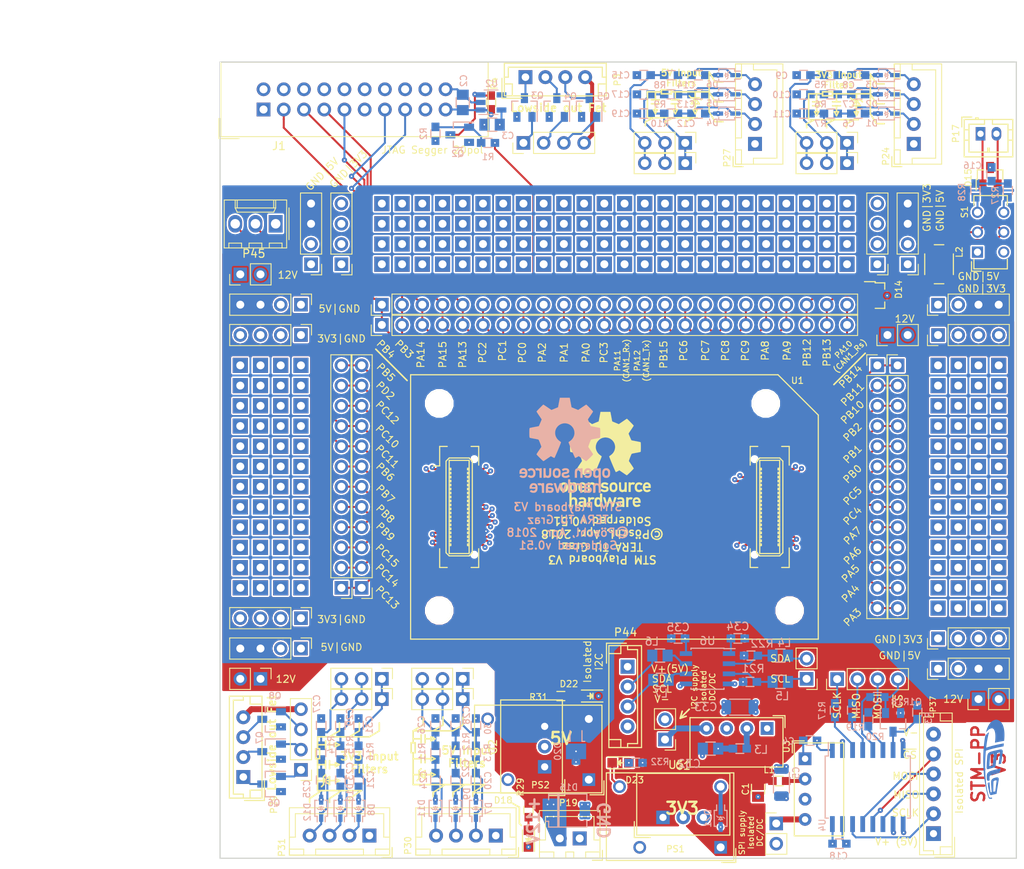
<source format=kicad_pcb>
(kicad_pcb (version 4) (host pcbnew no-vcs-found-product)
  (title_block (title "BMS Master") (date 2017-01-06) (rev 6) (company "TERA TU Graz") (comment 1 "Rene Pöschl"))
  (layers (0 F.Cu signal) (1 In1.Cu signal hide) (2 In2.Cu signal hide) (31 B.Cu signal) (34 B.Paste user hide) (35 F.Paste user hide) (36 B.SilkS user) (37 F.SilkS user) (38 B.Mask user) (39 F.Mask user) (44 Edge.Cuts user))
  (net 0 "")
  (net 1 +3V3)
  (net 2 GND)
  (net 3 +5V)
  (net 4 +12V)
  (net 5 /MOSI)
  (net 6 /SCLK)
  (net 7 /MISO)
  (net 8 "Net-(Q2-Pad1)")
  (net 9 "Net-(R27-Pad1)")
  (net 10 "Net-(R28-Pad1)")
  (net 11 "Net-(D18-Pad2)")
  (net 12 "Net-(C16-Pad1)")
  (net 13 "Net-(D22-Pad2)")
  (net 14 "Net-(D23-Pad2)")
  (net 15 /SPI_CS)
  (net 16 "Net-(S1-Pad1)")
  (net 17 "Net-(S1-Pad4)")
  (net 18 /CAN/CANperi-)
  (net 19 /CAN/CANperi+)
  (net 20 "Net-(U1-Pad64)")
  (net 21 "Net-(U1-Pad65)")
  (net 22 "Net-(P3-Pad2)")
  (net 23 "Net-(P3-Pad1)")
  (net 24 "Net-(P3-Pad3)")
  (net 25 "Net-(C9-Pad1)")
  (net 26 "Net-(C6-Pad1)")
  (net 27 /PB14)
  (net 28 /PB13)
  (net 29 "Net-(R17-Pad1)")
  (net 30 "Net-(Q1-Pad3)")
  (net 31 "Net-(Q2-Pad3)")
  (net 32 /+5V_JTAG)
  (net 33 "Net-(R18-Pad1)")
  (net 34 "Net-(R19-Pad1)")
  (net 35 "Net-(R20-Pad1)")
  (net 36 "Net-(C25-Pad1)")
  (net 37 "Net-(C27-Pad1)")
  (net 38 "Net-(C21-Pad1)")
  (net 39 "Net-(C31-Pad1)")
  (net 40 "Net-(C23-Pad1)")
  (net 41 "Net-(C29-Pad1)")
  (net 42 "Net-(C20-Pad1)")
  (net 43 "Net-(C30-Pad1)")
  (net 44 "Net-(C22-Pad1)")
  (net 45 "Net-(C28-Pad1)")
  (net 46 "Net-(C7-Pad1)")
  (net 47 "Net-(C13-Pad1)")
  (net 48 "Net-(C12-Pad1)")
  (net 49 "Net-(C15-Pad1)")
  (net 50 "Net-(C11-Pad1)")
  (net 51 "Net-(C14-Pad1)")
  (net 52 "Net-(C10-Pad1)")
  (net 53 "Net-(C17-Pad1)")
  (net 54 "Net-(C8-Pad1)")
  (net 55 "Net-(C19-Pad1)")
  (net 56 "Net-(C24-Pad1)")
  (net 57 "Net-(C26-Pad1)")
  (net 58 "Net-(L1-Pad1)")
  (net 59 "Net-(P32-Pad3)")
  (net 60 "Net-(P29-Pad1)")
  (net 61 "Net-(P32-Pad2)")
  (net 62 "Net-(P29-Pad2)")
  (net 63 "Net-(P32-Pad1)")
  (net 64 "Net-(P29-Pad3)")
  (net 65 /Bus_Isolator/MISO_slave)
  (net 66 /Bus_Isolator/NCS_Slave)
  (net 67 /Bus_Isolator/MOSI_Slave)
  (net 68 /Bus_Isolator/SCLK_slave)
  (net 69 "Net-(U2-Pad4)")
  (net 70 "Net-(P29-Pad4)")
  (net 71 /PB5)
  (net 72 /PA15)
  (net 73 /PA14)
  (net 74 /PB3)
  (net 75 /PA13)
  (net 76 /PC2)
  (net 77 /PC1)
  (net 78 /PC0)
  (net 79 /PA2)
  (net 80 /PA1)
  (net 81 /PA0)
  (net 82 /PC3)
  (net 83 /PA11_CAN1_Rx)
  (net 84 /PA12_CAN1_Tx)
  (net 85 /PB15)
  (net 86 /PC6)
  (net 87 /PC7)
  (net 88 /PC8)
  (net 89 /PC9)
  (net 90 /PA8)
  (net 91 /PA9)
  (net 92 /PA10_CAN1_Rs)
  (net 93 /PC13)
  (net 94 /PC14)
  (net 95 /PC15)
  (net 96 /PB9)
  (net 97 /PB8)
  (net 98 /PB7)
  (net 99 /PB6)
  (net 100 /PB4)
  (net 101 /PC11)
  (net 102 /PC10)
  (net 103 /PC12)
  (net 104 /PD2)
  (net 105 /PB11)
  (net 106 /PB10)
  (net 107 /PB2)
  (net 108 /PB1)
  (net 109 /PB0)
  (net 110 /PC5)
  (net 111 /PC4)
  (net 112 /PA7)
  (net 113 /PA6)
  (net 114 /PA5)
  (net 115 /PA4)
  (net 116 /PA3)
  (net 117 "Net-(J1-Pad15)")
  (net 118 "Net-(J1-Pad2)")
  (net 119 "Net-(J1-Pad11)")
  (net 120 "Net-(J1-Pad17)")
  (net 121 "Net-(P22-Pad3)")
  (net 122 "Net-(P22-Pad2)")
  (net 123 "Net-(P22-Pad1)")
  (net 124 "Net-(P22-Pad4)")
  (net 125 /PB12)
  (net 126 /Bus_Isolator/+GND_Ext_SPI)
  (net 127 /Bus_Isolator/+5V_Ext_SPI)
  (net 128 "Net-(JP1-Pad1)")
  (net 129 "Net-(L4-Pad1)")
  (net 130 "Net-(L5-Pad1)")
  (net 131 /Bus_Isolator/SCL_Iso)
  (net 132 "Net-(L7-Pad2)")
  (net 133 /Bus_Isolator/SDA_Iso)
  (net 134 "Net-(L6-Pad2)")
  (net 135 /Bus_Isolator/SCL)
  (net 136 /Bus_Isolator/SDA)
  (net 137 "Net-(L3-Pad1)")
  (net 138 /Bus_Isolator/+GND_Ext_I2C)
  (net 139 /Bus_Isolator/+5V_Ext_I2C)
  (net 140 "Net-(JP2-Pad1)")
  (module Symbols:OSHW-Logo_11.4x12mm_SilkScreen (layer F.Cu) (at 120.887 102.411)
    (fp_text reference REF*** hide)
    (fp_text value OSHW-Logo_11.4x12mm_SilkScreen hide)
  )
  (module Mounting_Holes:MountingHole_3.2mm_M3 (layer F.Cu) (at 169 149)
    (fp_text reference REF** hide)
    (fp_text value MountingHole_3.2mm_M3 hide)
    (pad 1 np_thru_hole circle (at 0 0) (size 3.2 3.2) (drill 3.2) (layers *.Cu *.Mask))
  )
  (module Mounting_Holes:MountingHole_3.2mm_M3 (layer F.Cu) (at 168.5 56)
    (fp_text reference REF** hide)
    (fp_text value MountingHole_3.2mm_M3 hide)
    (pad 1 np_thru_hole circle (at 0 0) (size 3.2 3.2) (drill 3.2) (layers *.Cu *.Mask))
  )
  (module Mounting_Holes:MountingHole_3.2mm_M3 (layer F.Cu) (at 76 66)
    (fp_text reference REF** hide)
    (fp_text value MountingHole_3.2mm_M3 hide)
    (pad 1 np_thru_hole circle (at 0 0) (size 3.2 3.2) (drill 3.2) (layers *.Cu *.Mask))
  )
  (module tera_switches:CuK_JS202011CQN_DPDT (layer F.Cu) (at 167.623 76.376 90)
    (fp_text reference S1)
    (fp_text value SWITCH_DPDT)
    (fp_text user %R (at 5.026 -1.618 90) (layer F.SilkS) (effects (font (size 0.8 0.8) (thickness 0.13))))
    (pad 1 thru_hole rect (at 0 0 90) (size 1.4 1.4) (drill 0.9) (layers *.Cu *.Mask) (net 16 "Net-(S1-Pad1)"))
    (pad 2 thru_hole circle (at 2.5 0 90) (size 1.4 1.4) (drill 0.9) (layers *.Cu *.Mask) (net 18 /CAN/CANperi-))
    (pad 3 thru_hole circle (at 5 0 90) (size 1.4 1.4) (drill 0.9) (layers *.Cu *.Mask) (net 10 "Net-(R28-Pad1)"))
    (pad 4 thru_hole circle (at 0 3.3 90) (size 1.4 1.4) (drill 0.9) (layers *.Cu *.Mask) (net 17 "Net-(S1-Pad4)"))
    (pad 5 thru_hole circle (at 2.5 3.3 90) (size 1.4 1.4) (drill 0.9) (layers *.Cu *.Mask) (net 19 /CAN/CANperi+))
    (pad 6 thru_hole circle (at 5 3.3 90) (size 1.4 1.4) (drill 0.9) (layers *.Cu *.Mask) (net 9 "Net-(R27-Pad1)"))
  )
  (module tera_sot:SOT-23 (layer F.Cu) (at 169.208 66.851)
    (fp_text reference D15)
    (fp_text value SUPPRESSOR)
    (fp_text user %R (at -2.753 0.199 90) (layer F.SilkS) (effects (font (size 0.8 0.8) (thickness 0.13))))
    (pad 1 smd rect (at -0.95 1.1) (size 1 1.4) (layers F.Cu F.Paste F.Mask) (net 18 /CAN/CANperi-))
    (pad 2 smd rect (at 0.95 1.1) (size 1 1.4) (layers F.Cu F.Paste F.Mask) (net 19 /CAN/CANperi+))
    (pad 3 smd rect (at 0 -1.1) (size 1 1.4) (layers F.Cu F.Paste F.Mask) (net 2 GND))
  )
  (module tera_sot:SOT-23 (layer F.Cu) (at 155.177 81.837 270)
    (fp_text reference D14)
    (fp_text value SUPPRESSOR)
    (fp_text user %R (at -0.762 -2.54 270) (layer F.SilkS) (effects (font (size 0.8 0.8) (thickness 0.13))))
    (pad 1 smd rect (at -0.95 1.1 270) (size 1 1.4) (layers F.Cu F.Paste F.Mask) (net 125 /PB12))
    (pad 2 smd rect (at 0.95 1.1 270) (size 1 1.4) (layers F.Cu F.Paste F.Mask) (net 28 /PB13))
    (pad 3 smd rect (at 0 -1.1 270) (size 1 1.4) (layers F.Cu F.Paste F.Mask) (net 2 GND))
  )
  (module tera_rlc:R_0603in (layer B.Cu) (at 85.2 139.241 90)
    (fp_text reference R14)
    (fp_text value 1K)
    (fp_text user %R (at 1 1.25 90) (layer B.SilkS) (effects (font (size 0.8 0.8) (thickness 0.13)) (justify mirror)))
    (pad 1 smd rect (at -0.865 0 90) (size 1.07 1) (layers B.Cu B.Paste B.Mask) (net 36 "Net-(C25-Pad1)"))
    (pad 2 smd rect (at 0.865 0 90) (size 1.07 1) (layers B.Cu B.Paste B.Mask) (net 37 "Net-(C27-Pad1)"))
  )
  (module tera_rlc:R_0603in (layer B.Cu) (at 167.369 68.629 90)
    (fp_text reference R28)
    (fp_text value 60R)
    (fp_text user %R (at -0.221 -1.714 90) (layer B.SilkS) (effects (font (size 0.8 0.8) (thickness 0.13)) (justify mirror)))
    (pad 1 smd rect (at -0.865 0 90) (size 1.07 1) (layers B.Cu B.Paste B.Mask) (net 10 "Net-(R28-Pad1)"))
    (pad 2 smd rect (at 0.865 0 90) (size 1.07 1) (layers B.Cu B.Paste B.Mask) (net 12 "Net-(C16-Pad1)"))
  )
  (module tera_rlc:R_0603in (layer B.Cu) (at 171.433 68.629 90)
    (fp_text reference R27)
    (fp_text value 60R)
    (fp_text user %R (at -0.621 -1.578 90) (layer B.SilkS) (effects (font (size 0.8 0.8) (thickness 0.13)) (justify mirror)))
    (pad 1 smd rect (at -0.865 0 90) (size 1.07 1) (layers B.Cu B.Paste B.Mask) (net 9 "Net-(R27-Pad1)"))
    (pad 2 smd rect (at 0.865 0 90) (size 1.07 1) (layers B.Cu B.Paste B.Mask) (net 12 "Net-(C16-Pad1)"))
  )
  (module tera_rlc:R_0603in (layer B.Cu) (at 89.899 139.241 90)
    (fp_text reference R16)
    (fp_text value 1K)
    (fp_text user %R (at 0.141 1.451 90) (layer B.SilkS) (effects (font (size 0.8 0.8) (thickness 0.13)) (justify mirror)))
    (pad 1 smd rect (at -0.865 0 90) (size 1.07 1) (layers B.Cu B.Paste B.Mask) (net 38 "Net-(C21-Pad1)"))
    (pad 2 smd rect (at 0.865 0 90) (size 1.07 1) (layers B.Cu B.Paste B.Mask) (net 39 "Net-(C31-Pad1)"))
  )
  (module tera_rlc:R_0603in (layer B.Cu) (at 87.613 139.241 90)
    (fp_text reference R15)
    (fp_text value 1K)
    (fp_text user %R (at 1 1.2 90) (layer B.SilkS) (effects (font (size 0.8 0.8) (thickness 0.13)) (justify mirror)))
    (pad 1 smd rect (at -0.865 0 90) (size 1.07 1) (layers B.Cu B.Paste B.Mask) (net 40 "Net-(C23-Pad1)"))
    (pad 2 smd rect (at 0.865 0 90) (size 1.07 1) (layers B.Cu B.Paste B.Mask) (net 41 "Net-(C29-Pad1)"))
  )
  (module tera_rlc:R_0603in (layer B.Cu) (at 104.631 139.241 90)
    (fp_text reference R13)
    (fp_text value 1K)
    (fp_text user %R (at 0 1.469 90) (layer B.SilkS) (effects (font (size 0.8 0.8) (thickness 0.13)) (justify mirror)))
    (pad 1 smd rect (at -0.865 0 90) (size 1.07 1) (layers B.Cu B.Paste B.Mask) (net 42 "Net-(C20-Pad1)"))
    (pad 2 smd rect (at 0.865 0 90) (size 1.07 1) (layers B.Cu B.Paste B.Mask) (net 43 "Net-(C30-Pad1)"))
  )
  (module tera_rlc:R_0603in (layer B.Cu) (at 102.091 139.241 90)
    (fp_text reference R12)
    (fp_text value 1K)
    (fp_text user %R (at 1.391 1.309 90) (layer B.SilkS) (effects (font (size 0.8 0.8) (thickness 0.13)) (justify mirror)))
    (pad 1 smd rect (at -0.865 0 90) (size 1.07 1) (layers B.Cu B.Paste B.Mask) (net 44 "Net-(C22-Pad1)"))
    (pad 2 smd rect (at 0.865 0 90) (size 1.07 1) (layers B.Cu B.Paste B.Mask) (net 45 "Net-(C28-Pad1)"))
  )
  (module tera_rlc:R_0603in (layer B.Cu) (at 99.551 139.241 90)
    (fp_text reference R11)
    (fp_text value 1K)
    (fp_text user %R (at 0.091 -1.701 90) (layer B.SilkS) (effects (font (size 0.8 0.8) (thickness 0.13)) (justify mirror)))
    (pad 1 smd rect (at -0.865 0 90) (size 1.07 1) (layers B.Cu B.Paste B.Mask) (net 56 "Net-(C24-Pad1)"))
    (pad 2 smd rect (at 0.865 0 90) (size 1.07 1) (layers B.Cu B.Paste B.Mask) (net 57 "Net-(C26-Pad1)"))
  )
  (module tera_rlc:L_ACT45B-XXX-2P_common-mode-choke (layer F.Cu) (at 162.797 77.9 270)
    (fp_text reference L2)
    (fp_text value CM_CHOKE)
    (fp_text user %R (at -1.524 -2.54 270) (layer F.SilkS) (effects (font (size 0.8 0.8) (thickness 0.13))))
    (pad 4 smd rect (at -2.275 -1.25 270) (size 1.35 0.9) (layers F.Cu F.Paste F.Mask) (net 19 /CAN/CANperi+))
    (pad 3 smd rect (at 2.275 -1.25 270) (size 1.35 0.9) (layers F.Cu F.Paste F.Mask) (net 28 /PB13))
    (pad 2 smd rect (at 2.275 1.25 270) (size 1.35 0.9) (layers F.Cu F.Paste F.Mask) (net 125 /PB12))
    (pad 1 smd rect (at -2.275 1.25 270) (size 1.35 0.9) (layers F.Cu F.Paste F.Mask) (net 18 /CAN/CANperi-))
  )
  (module tera_rlc:L_0603in (layer F.Cu) (at 142.731 142.797 180)
    (fp_text reference L1)
    (fp_text value "4.7uH 50mA")
    (fp_text user %R (at 1.27 1.397 180) (layer F.SilkS) (effects (font (size 0.8 0.8) (thickness 0.13))))
    (pad 1 smd rect (at -0.865 0 180) (size 1.07 1) (layers F.Cu F.Paste F.Mask) (net 58 "Net-(L1-Pad1)"))
    (pad 2 smd rect (at 0.865 0 180) (size 1.07 1) (layers F.Cu F.Paste F.Mask) (net 4 +12V))
  )
  (module tera_rlc:C_1206in_HV (layer B.Cu) (at 143 143 270)
    (fp_text reference C5)
    (fp_text value "220pF 2kV")
    (fp_text user %R (at -1.229 -1.841 270) (layer B.SilkS) (effects (font (size 0.8 0.8) (thickness 0.13)) (justify mirror)))
    (pad 1 smd circle (at -2 0.61 270) (size 0.6 0.6) (layers B.Cu B.Paste B.Mask) (net 2 GND))
    (pad 1 smd circle (at -1.4 0.61 270) (size 0.6 0.6) (layers B.Cu B.Paste B.Mask) (net 2 GND))
    (pad 1 smd circle (at -2 -0.61 270) (size 0.6 0.6) (layers B.Cu B.Paste B.Mask) (net 2 GND))
    (pad 1 smd circle (at -1.4 -0.61 270) (size 0.6 0.6) (layers B.Cu B.Paste B.Mask) (net 2 GND))
    (pad 1 smd rect (at -1.7 0 270) (size 1.2 1.22) (layers B.Cu B.Paste B.Mask) (net 2 GND))
    (pad 1 smd rect (at -1.7 0 270) (size 0.6 1.82) (layers B.Cu B.Paste B.Mask) (net 2 GND))
    (pad 2 smd rect (at 1.7 0 270) (size 0.6 1.82) (layers B.Cu B.Paste B.Mask) (net 126 /Bus_Isolator/+GND_Ext_SPI))
    (pad 2 smd circle (at 2 0.61 270) (size 0.6 0.6) (layers B.Cu B.Paste B.Mask) (net 126 /Bus_Isolator/+GND_Ext_SPI))
    (pad 2 smd rect (at 1.7 0 270) (size 1.2 1.22) (layers B.Cu B.Paste B.Mask) (net 126 /Bus_Isolator/+GND_Ext_SPI))
    (pad 2 smd circle (at 1.4 -0.61 270) (size 0.6 0.6) (layers B.Cu B.Paste B.Mask) (net 126 /Bus_Isolator/+GND_Ext_SPI))
    (pad 2 smd circle (at 1.4 0.61 270) (size 0.6 0.6) (layers B.Cu B.Paste B.Mask) (net 126 /Bus_Isolator/+GND_Ext_SPI))
    (pad 2 smd circle (at 2 -0.61 270) (size 0.6 0.6) (layers B.Cu B.Paste B.Mask) (net 126 /Bus_Isolator/+GND_Ext_SPI))
  )
  (module tera_rlc:C_0805in (layer F.Cu) (at 140.064 143.813 270)
    (fp_text reference C1)
    (fp_text value "4.7uF 25V")
    (fp_text user %R (at 0 1.564 270) (layer F.SilkS) (effects (font (size 0.8 0.8) (thickness 0.13))))
    (pad 1 smd rect (at -0.965 0 270) (size 1.27 1.5) (layers F.Cu F.Paste F.Mask) (net 4 +12V))
    (pad 2 smd rect (at 0.965 0 270) (size 1.27 1.5) (layers F.Cu F.Paste F.Mask) (net 2 GND))
  )
  (module tera_rlc:C_0603in (layer B.Cu) (at 104.631 142.67 270)
    (fp_text reference C20)
    (fp_text value 100n)
    (fp_text user %R (at 0.08 -1.519 270) (layer B.SilkS) (effects (font (size 0.8 0.8) (thickness 0.13)) (justify mirror)))
    (pad 1 smd rect (at -0.865 0 270) (size 1.07 1) (layers B.Cu B.Paste B.Mask) (net 42 "Net-(C20-Pad1)"))
    (pad 2 smd rect (at 0.865 0 270) (size 1.07 1) (layers B.Cu B.Paste B.Mask) (net 2 GND))
  )
  (module tera_rlc:C_0603in (layer B.Cu) (at 89.899 142.67 270)
    (fp_text reference C21)
    (fp_text value 100n)
    (fp_text user %R (at -0.02 -1.501 270) (layer B.SilkS) (effects (font (size 0.8 0.8) (thickness 0.13)) (justify mirror)))
    (pad 1 smd rect (at -0.865 0 270) (size 1.07 1) (layers B.Cu B.Paste B.Mask) (net 38 "Net-(C21-Pad1)"))
    (pad 2 smd rect (at 0.865 0 270) (size 1.07 1) (layers B.Cu B.Paste B.Mask) (net 2 GND))
  )
  (module tera_rlc:C_0603in (layer B.Cu) (at 102.091 142.67 270)
    (fp_text reference C22)
    (fp_text value 100n)
    (fp_text user %R (at -1.47 -1.259 270) (layer B.SilkS) (effects (font (size 0.8 0.8) (thickness 0.13)) (justify mirror)))
    (pad 1 smd rect (at -0.865 0 270) (size 1.07 1) (layers B.Cu B.Paste B.Mask) (net 44 "Net-(C22-Pad1)"))
    (pad 2 smd rect (at 0.865 0 270) (size 1.07 1) (layers B.Cu B.Paste B.Mask) (net 2 GND))
  )
  (module tera_rlc:C_0603in (layer B.Cu) (at 87.613 142.67 270)
    (fp_text reference C23)
    (fp_text value 100n)
    (fp_text user %R (at -1.1 -1.2 270) (layer B.SilkS) (effects (font (size 0.8 0.8) (thickness 0.13)) (justify mirror)))
    (pad 1 smd rect (at -0.865 0 270) (size 1.07 1) (layers B.Cu B.Paste B.Mask) (net 40 "Net-(C23-Pad1)"))
    (pad 2 smd rect (at 0.865 0 270) (size 1.07 1) (layers B.Cu B.Paste B.Mask) (net 2 GND))
  )
  (module tera_rlc:C_0603in (layer B.Cu) (at 99.551 142.67 270)
    (fp_text reference C24)
    (fp_text value 100n)
    (fp_text user %R (at 0 1.5 270) (layer B.SilkS) (effects (font (size 0.8 0.8) (thickness 0.13)) (justify mirror)))
    (pad 1 smd rect (at -0.865 0 270) (size 1.07 1) (layers B.Cu B.Paste B.Mask) (net 56 "Net-(C24-Pad1)"))
    (pad 2 smd rect (at 0.865 0 270) (size 1.07 1) (layers B.Cu B.Paste B.Mask) (net 2 GND))
  )
  (module tera_rlc:C_0603in (layer B.Cu) (at 85.2 142.67 270)
    (fp_text reference C25)
    (fp_text value 100n)
    (fp_text user %R (at 1.13 1.8 270) (layer B.SilkS) (effects (font (size 0.8 0.8) (thickness 0.13)) (justify mirror)))
    (pad 1 smd rect (at -0.865 0 270) (size 1.07 1) (layers B.Cu B.Paste B.Mask) (net 36 "Net-(C25-Pad1)"))
    (pad 2 smd rect (at 0.865 0 270) (size 1.07 1) (layers B.Cu B.Paste B.Mask) (net 2 GND))
  )
  (module tera_rlc:C_0603in (layer B.Cu) (at 99.551 135.812 90)
    (fp_text reference C26)
    (fp_text value 100n)
    (fp_text user %R (at 0.062 -1.751 90) (layer B.SilkS) (effects (font (size 0.8 0.8) (thickness 0.13)) (justify mirror)))
    (pad 1 smd rect (at -0.865 0 90) (size 1.07 1) (layers B.Cu B.Paste B.Mask) (net 57 "Net-(C26-Pad1)"))
    (pad 2 smd rect (at 0.865 0 90) (size 1.07 1) (layers B.Cu B.Paste B.Mask) (net 2 GND))
  )
  (module tera_rlc:C_0603in (layer B.Cu) (at 85.2 135.812 90)
    (fp_text reference C27)
    (fp_text value 100n)
    (fp_text user %R (at 2.712 -0.55 90) (layer B.SilkS) (effects (font (size 0.8 0.8) (thickness 0.13)) (justify mirror)))
    (pad 1 smd rect (at -0.865 0 90) (size 1.07 1) (layers B.Cu B.Paste B.Mask) (net 37 "Net-(C27-Pad1)"))
    (pad 2 smd rect (at 0.865 0 90) (size 1.07 1) (layers B.Cu B.Paste B.Mask) (net 2 GND))
  )
  (module tera_rlc:C_0603in (layer B.Cu) (at 102.091 135.812 90)
    (fp_text reference C28)
    (fp_text value 100n)
    (fp_text user %R (at 1.262 1.359 90) (layer B.SilkS) (effects (font (size 0.8 0.8) (thickness 0.13)) (justify mirror)))
    (pad 1 smd rect (at -0.865 0 90) (size 1.07 1) (layers B.Cu B.Paste B.Mask) (net 45 "Net-(C28-Pad1)"))
    (pad 2 smd rect (at 0.865 0 90) (size 1.07 1) (layers B.Cu B.Paste B.Mask) (net 2 GND))
  )
  (module tera_rlc:C_0603in (layer B.Cu) (at 87.613 135.812 90)
    (fp_text reference C29)
    (fp_text value 100n)
    (fp_text user %R (at 1.05 1.187 90) (layer B.SilkS) (effects (font (size 0.8 0.8) (thickness 0.13)) (justify mirror)))
    (pad 1 smd rect (at -0.865 0 90) (size 1.07 1) (layers B.Cu B.Paste B.Mask) (net 41 "Net-(C29-Pad1)"))
    (pad 2 smd rect (at 0.865 0 90) (size 1.07 1) (layers B.Cu B.Paste B.Mask) (net 2 GND))
  )
  (module tera_rlc:C_0603in (layer B.Cu) (at 104.631 135.812 90)
    (fp_text reference C30)
    (fp_text value 100n)
    (fp_text user %R (at 0 1.5 90) (layer B.SilkS) (effects (font (size 0.8 0.8) (thickness 0.13)) (justify mirror)))
    (pad 1 smd rect (at -0.865 0 90) (size 1.07 1) (layers B.Cu B.Paste B.Mask) (net 43 "Net-(C30-Pad1)"))
    (pad 2 smd rect (at 0.865 0 90) (size 1.07 1) (layers B.Cu B.Paste B.Mask) (net 2 GND))
  )
  (module tera_rlc:C_0603in (layer B.Cu) (at 89.899 135.812 90)
    (fp_text reference C31)
    (fp_text value 100n)
    (fp_text user %R (at 0.062 1.351 90) (layer B.SilkS) (effects (font (size 0.8 0.8) (thickness 0.13)) (justify mirror)))
    (pad 1 smd rect (at -0.865 0 90) (size 1.07 1) (layers B.Cu B.Paste B.Mask) (net 39 "Net-(C31-Pad1)"))
    (pad 2 smd rect (at 0.865 0 90) (size 1.07 1) (layers B.Cu B.Paste B.Mask) (net 2 GND))
  )
  (module tera_rlc:C_0603in (layer B.Cu) (at 150.287 150.671 180)
    (fp_text reference C18)
    (fp_text value 100n)
    (fp_text user %R (at 0.107 -1.524 180) (layer B.SilkS) (effects (font (size 0.8 0.8) (thickness 0.13)) (justify mirror)))
    (pad 1 smd rect (at -0.865 0 180) (size 1.07 1) (layers B.Cu B.Paste B.Mask) (net 126 /Bus_Isolator/+GND_Ext_SPI))
    (pad 2 smd rect (at 0.865 0 180) (size 1.07 1) (layers B.Cu B.Paste B.Mask) (net 127 /Bus_Isolator/+5V_Ext_SPI))
  )
  (module tera_rlc:C_0603in (layer B.Cu) (at 146.604 137.717 180)
    (fp_text reference C4)
    (fp_text value 100n)
    (fp_text user %R (at 2.724 -0.078 180) (layer B.SilkS) (effects (font (size 0.8 0.8) (thickness 0.13)) (justify mirror)))
    (pad 1 smd rect (at -0.865 0 180) (size 1.07 1) (layers B.Cu B.Paste B.Mask) (net 1 +3V3))
    (pad 2 smd rect (at 0.865 0 180) (size 1.07 1) (layers B.Cu B.Paste B.Mask) (net 2 GND))
  )
  (module tera_rlc:C_0603in (layer B.Cu) (at 169.401 66.597 90)
    (fp_text reference C16)
    (fp_text value 47nF)
    (fp_text user %R (at 1.097 -2.396 180) (layer B.SilkS) (effects (font (size 0.8 0.8) (thickness 0.13)) (justify mirror)))
    (pad 1 smd rect (at -0.865 0 90) (size 1.07 1) (layers B.Cu B.Paste B.Mask) (net 12 "Net-(C16-Pad1)"))
    (pad 2 smd rect (at 0.865 0 90) (size 1.07 1) (layers B.Cu B.Paste B.Mask) (net 2 GND))
  )
  (module tera_general:SOLDERJUMPER_2 (layer F.Cu) (at 163.686 77.773 180)
    (fp_text reference JP9)
    (fp_text value Jumper_NO_Small)
    (pad 1 smd rect (at 0 -0.45 180) (size 1.4 0.7) (layers F.Cu F.Mask) (net 28 /PB13))
    (pad 2 smd rect (at 0 0.45 180) (size 1.4 0.7) (layers F.Cu F.Mask) (net 19 /CAN/CANperi+))
  )
  (module tera_general:SOLDERJUMPER_2 (layer F.Cu) (at 161.781 77.773 180)
    (fp_text reference JP10)
    (fp_text value Jumper_NO_Small)
    (pad 1 smd rect (at 0 -0.45 180) (size 1.4 0.7) (layers F.Cu F.Mask) (net 125 /PB12))
    (pad 2 smd rect (at 0 0.45 180) (size 1.4 0.7) (layers F.Cu F.Mask) (net 18 /CAN/CANperi-))
  )
  (module tera_diodes:uClamp3310D_tvs_3v3 (layer B.Cu) (at 135.365 147.496 270)
    (fp_text reference D21)
    (fp_text value 3V3)
    (fp_text user %R (at 0 1.6 270) (layer B.SilkS) (effects (font (size 0.8 0.8) (thickness 0.13)) (justify mirror)))
    (pad 1 smd rect (at -1.075 0 270) (size 1.25 0.53) (layers B.Cu B.Paste B.Mask) (net 1 +3V3))
    (pad 2 smd rect (at 1.075 0 270) (size 1.25 0.53) (layers B.Cu B.Paste B.Mask) (net 2 GND))
  )
  (module tera_diodes:uClamp3310D_tvs_3v3 (layer B.Cu) (at 87.613 146.226 90)
    (fp_text reference D10)
    (fp_text value 3V3)
    (fp_text user %R (at 2 1.2 90) (layer B.SilkS) (effects (font (size 0.8 0.8) (thickness 0.13)) (justify mirror)))
    (pad 1 smd rect (at -1.075 0 90) (size 1.25 0.53) (layers B.Cu B.Paste B.Mask) (net 40 "Net-(C23-Pad1)"))
    (pad 2 smd rect (at 1.075 0 90) (size 1.25 0.53) (layers B.Cu B.Paste B.Mask) (net 2 GND))
  )
  (module tera_diodes:uClamp3310D_tvs_3v3 (layer B.Cu) (at 85.2 146.226 90)
    (fp_text reference D12)
    (fp_text value 3V3)
    (fp_text user %R (at -0.474 -1.75 90) (layer B.SilkS) (effects (font (size 0.8 0.8) (thickness 0.13)) (justify mirror)))
    (pad 1 smd rect (at -1.075 0 90) (size 1.25 0.53) (layers B.Cu B.Paste B.Mask) (net 36 "Net-(C25-Pad1)"))
    (pad 2 smd rect (at 1.075 0 90) (size 1.25 0.53) (layers B.Cu B.Paste B.Mask) (net 2 GND))
  )
  (module tera_diodes:uClamp3310D_tvs_3v3 (layer B.Cu) (at 89.899 146.226 90)
    (fp_text reference D8)
    (fp_text value 3V3)
    (fp_text user %R (at -0.174 1.601 90) (layer B.SilkS) (effects (font (size 0.8 0.8) (thickness 0.13)) (justify mirror)))
    (pad 1 smd rect (at -1.075 0 90) (size 1.25 0.53) (layers B.Cu B.Paste B.Mask) (net 38 "Net-(C21-Pad1)"))
    (pad 2 smd rect (at 1.075 0 90) (size 1.25 0.53) (layers B.Cu B.Paste B.Mask) (net 2 GND))
  )
  (module tera_diodes:SM2T6V8A_tvs_5v0 (layer B.Cu) (at 117.204 139.075 90)
    (fp_text reference D20)
    (fp_text value 5V)
    (fp_text user %R (at 0 -2.3 90) (layer B.SilkS) (effects (font (size 0.8 0.8) (thickness 0.13)) (justify mirror)))
    (pad 2 smd rect (at 0 0 90) (size 1.97 2.54) (layers B.Cu B.Paste B.Mask) (net 2 GND))
    (pad 1 smd rect (at 2.12 0 90) (size 1 1) (layers B.Cu B.Paste B.Mask) (net 3 +5V))
    (pad 2 smd rect (at -1.335 0 90) (size 0.7 1.1) (layers B.Cu B.Paste B.Mask) (net 2 GND))
  )
  (module tera_diodes:SD05_tvs_5v (layer B.Cu) (at 104.631 146.226 90)
    (fp_text reference D7)
    (fp_text value 5V)
    (fp_text user %R (at 0 1.6 90) (layer B.SilkS) (effects (font (size 0.8 0.8) (thickness 0.13)) (justify mirror)))
    (pad 1 smd rect (at -1.075 0 90) (size 1.25 0.53) (layers B.Cu B.Paste B.Mask) (net 42 "Net-(C20-Pad1)"))
    (pad 2 smd rect (at 1.075 0 90) (size 1.25 0.53) (layers B.Cu B.Paste B.Mask) (net 2 GND))
  )
  (module tera_diodes:SD05_tvs_5v (layer B.Cu) (at 102.091 146.226 90)
    (fp_text reference D9)
    (fp_text value 5V)
    (fp_text user %R (at 1.826 1.409 90) (layer B.SilkS) (effects (font (size 0.8 0.8) (thickness 0.13)) (justify mirror)))
    (pad 1 smd rect (at -1.075 0 90) (size 1.25 0.53) (layers B.Cu B.Paste B.Mask) (net 44 "Net-(C22-Pad1)"))
    (pad 2 smd rect (at 1.075 0 90) (size 1.25 0.53) (layers B.Cu B.Paste B.Mask) (net 2 GND))
  )
  (module tera_diodes:SD05_tvs_5v (layer B.Cu) (at 99.551 146.226 90)
    (fp_text reference D11)
    (fp_text value 5V)
    (fp_text user %R (at -0.024 -1.751 90) (layer B.SilkS) (effects (font (size 0.8 0.8) (thickness 0.13)) (justify mirror)))
    (pad 1 smd rect (at -1.075 0 90) (size 1.25 0.53) (layers B.Cu B.Paste B.Mask) (net 56 "Net-(C24-Pad1)"))
    (pad 2 smd rect (at 1.075 0 90) (size 1.25 0.53) (layers B.Cu B.Paste B.Mask) (net 2 GND))
  )
  (module tera_diodes:LED_0805 (layer F.Cu) (at 122.792 140.511)
    (fp_text reference D23)
    (fp_text value 3V3_OK)
    (fp_text user %R (at 1.778 2.159) (layer F.SilkS) (effects (font (size 0.8 0.8) (thickness 0.13))))
    (pad 2 smd rect (at 1.04902 0 180) (size 1.19888 1.19888) (layers F.Cu F.Paste F.Mask) (net 14 "Net-(D23-Pad2)"))
    (pad 1 smd rect (at -1.04902 0 180) (size 1.19888 1.19888) (layers F.Cu F.Paste F.Mask) (net 2 GND))
  )
  (module tera_diodes:LED_0805 (layer F.Cu) (at 118.982 132.129 180)
    (fp_text reference D22)
    (fp_text value 5V_OK)
    (fp_text user %R (at 2.667 1.524 180) (layer F.SilkS) (effects (font (size 0.8 0.8) (thickness 0.13))))
    (pad 2 smd rect (at 1.04902 0) (size 1.19888 1.19888) (layers F.Cu F.Paste F.Mask) (net 13 "Net-(D22-Pad2)"))
    (pad 1 smd rect (at -1.04902 0) (size 1.19888 1.19888) (layers F.Cu F.Paste F.Mask) (net 2 GND))
  )
  (module tera_diodes:LED_0805 (layer F.Cu) (at 111.235 150.036 90)
    (fp_text reference D18)
    (fp_text value 12V_CRTL_OK)
    (fp_text user %R (at 4.826 -3.175 180) (layer F.SilkS) (effects (font (size 0.8 0.8) (thickness 0.13))))
    (pad 2 smd rect (at 1.04902 0 270) (size 1.19888 1.19888) (layers F.Cu F.Paste F.Mask) (net 11 "Net-(D18-Pad2)"))
    (pad 1 smd rect (at -1.04902 0 270) (size 1.19888 1.19888) (layers F.Cu F.Paste F.Mask) (net 2 GND))
  )
  (module tera_diodes:DO-214AA_with_vias_in_pad (layer B.Cu) (at 116.166 146.508)
    (fp_text reference D16)
    (fp_text value 18V)
    (fp_text user %R (at 0.124 -2.923) (layer B.SilkS) (effects (font (size 0.8 0.8) (thickness 0.13)) (justify mirror)))
    (pad 2 smd rect (at 2.15 0) (size 1.34 2.2) (layers B.Cu B.Paste B.Mask) (net 2 GND))
    (pad 1 smd rect (at -2.15 0) (size 1.34 2.2) (layers B.Cu B.Paste B.Mask) (net 4 +12V))
    (pad 1 thru_hole circle (at -1.778 0.762) (size 0.65 0.65) (drill 0.2) (layers *.Cu *.Mask) (net 4 +12V))
    (pad 1 thru_hole circle (at -2.54 0.762) (size 0.65 0.65) (drill 0.2) (layers *.Cu *.Mask) (net 4 +12V))
    (pad 1 thru_hole circle (at -2.54 -0.762) (size 0.65 0.65) (drill 0.2) (layers *.Cu *.Mask) (net 4 +12V))
    (pad 1 thru_hole circle (at -1.778 -0.762) (size 0.65 0.65) (drill 0.2) (layers *.Cu *.Mask) (net 4 +12V))
    (pad 2 thru_hole circle (at 1.778 0.762) (size 0.65 0.65) (drill 0.2) (layers *.Cu *.Mask) (net 2 GND))
    (pad 2 thru_hole circle (at 2.54 0.762) (size 0.65 0.65) (drill 0.2) (layers *.Cu *.Mask) (net 2 GND))
    (pad 2 thru_hole circle (at 2.54 -0.762) (size 0.65 0.65) (drill 0.2) (layers *.Cu *.Mask) (net 2 GND))
    (pad 2 thru_hole circle (at 1.778 -0.762) (size 0.65 0.65) (drill 0.2) (layers *.Cu *.Mask) (net 2 GND))
  )
  (module tera_atomic_infineon:BSS205N (layer B.Cu) (at 102.599 61.644 270)
    (fp_text reference Q2)
    (fp_text value BSS205N)
    (fp_text user %R (at 2.356 0.249) (layer B.SilkS) (effects (font (size 0.8 0.8) (thickness 0.13)) (justify mirror)))
    (pad 1 smd rect (at -0.95 -1.175 270) (size 0.9 1.25) (layers B.Cu B.Paste B.Mask) (net 8 "Net-(Q2-Pad1)"))
    (pad 2 smd rect (at 0.95 -1.175 270) (size 0.9 1.25) (layers B.Cu B.Paste B.Mask) (net 2 GND))
    (pad 3 smd rect (at 0 1.175 270) (size 0.9 1.25) (layers B.Cu B.Paste B.Mask) (net 31 "Net-(Q2-Pad3)"))
  )
  (module tera_atomic_infineon:BSS205N (layer B.Cu) (at 157.018 135.431)
    (fp_text reference Q1)
    (fp_text value BSS205N)
    (fp_text user %R (at 2.812 -2.586) (layer B.SilkS) (effects (font (size 0.8 0.8) (thickness 0.13)) (justify mirror)))
    (pad 1 smd rect (at -0.95 -1.175) (size 0.9 1.25) (layers B.Cu B.Paste B.Mask) (net 15 /SPI_CS))
    (pad 2 smd rect (at 0.95 -1.175) (size 0.9 1.25) (layers B.Cu B.Paste B.Mask) (net 2 GND))
    (pad 3 smd rect (at 0 1.175) (size 0.9 1.25) (layers B.Cu B.Paste B.Mask) (net 30 "Net-(Q1-Pad3)"))
  )
  (module tera_atomic_infineon:BSS205N (layer B.Cu) (at 78.977 143.178 270)
    (fp_text reference Q6)
    (fp_text value BSS205N)
    (fp_text user %R (at 2.372 -0.273) (layer B.SilkS) (effects (font (size 0.8 0.8) (thickness 0.13)) (justify mirror)))
    (pad 1 smd rect (at -0.95 -1.175 270) (size 0.9 1.25) (layers B.Cu B.Paste B.Mask) (net 63 "Net-(P32-Pad1)"))
    (pad 2 smd rect (at 0.95 -1.175 270) (size 0.9 1.25) (layers B.Cu B.Paste B.Mask) (net 2 GND))
    (pad 3 smd rect (at 0 1.175 270) (size 0.9 1.25) (layers B.Cu B.Paste B.Mask) (net 60 "Net-(P29-Pad1)"))
  )
  (module tera_atomic_infineon:BSS205N (layer B.Cu) (at 78.977 139.114 270)
    (fp_text reference Q7)
    (fp_text value BSS205N)
    (fp_text user %R (at -1.764 1.527 270) (layer B.SilkS) (effects (font (size 0.8 0.8) (thickness 0.13)) (justify mirror)))
    (pad 1 smd rect (at -0.95 -1.175 270) (size 0.9 1.25) (layers B.Cu B.Paste B.Mask) (net 61 "Net-(P32-Pad2)"))
    (pad 2 smd rect (at 0.95 -1.175 270) (size 0.9 1.25) (layers B.Cu B.Paste B.Mask) (net 2 GND))
    (pad 3 smd rect (at 0 1.175 270) (size 0.9 1.25) (layers B.Cu B.Paste B.Mask) (net 62 "Net-(P29-Pad2)"))
  )
  (module tera_atomic_infineon:BSS205N (layer B.Cu) (at 78.977 135.05 270)
    (fp_text reference Q8)
    (fp_text value BSS205N)
    (fp_text user %R (at -2.95 -0.423) (layer B.SilkS) (effects (font (size 0.8 0.8) (thickness 0.13)) (justify mirror)))
    (pad 1 smd rect (at -0.95 -1.175 270) (size 0.9 1.25) (layers B.Cu B.Paste B.Mask) (net 59 "Net-(P32-Pad3)"))
    (pad 2 smd rect (at 0.95 -1.175 270) (size 0.9 1.25) (layers B.Cu B.Paste B.Mask) (net 2 GND))
    (pad 3 smd rect (at 0 1.175 270) (size 0.9 1.25) (layers B.Cu B.Paste B.Mask) (net 64 "Net-(P29-Pad3)"))
  )
  (module tera_atomic_ic:ISO7241 (layer B.Cu) (at 153.843 143.559 270)
    (fp_text reference U4)
    (fp_text value ISO7241)
    (fp_text user %R (at 4.786 5.713 270) (layer B.SilkS) (effects (font (size 0.8 0.8) (thickness 0.13)) (justify mirror)))
    (pad 1 smd rect (at -4.65 4.445 270) (size 2 0.6) (layers B.Cu B.Paste B.Mask) (net 1 +3V3))
    (pad 2 smd rect (at -4.65 3.175 270) (size 2 0.6) (layers B.Cu B.Paste B.Mask) (net 2 GND))
    (pad 3 smd rect (at -4.65 1.905 270) (size 2 0.6) (layers B.Cu B.Paste B.Mask) (net 29 "Net-(R17-Pad1)"))
    (pad 4 smd rect (at -4.65 0.635 270) (size 2 0.6) (layers B.Cu B.Paste B.Mask) (net 34 "Net-(R19-Pad1)"))
    (pad 5 smd rect (at -4.65 -0.635 270) (size 2 0.6) (layers B.Cu B.Paste B.Mask) (net 33 "Net-(R18-Pad1)"))
    (pad 6 smd rect (at -4.65 -1.905 270) (size 2 0.6) (layers B.Cu B.Paste B.Mask) (net 35 "Net-(R20-Pad1)"))
    (pad 7 smd rect (at -4.65 -3.175 270) (size 2 0.6) (layers B.Cu B.Paste B.Mask) (net 30 "Net-(Q1-Pad3)"))
    (pad 8 smd rect (at -4.65 -4.445 270) (size 2 0.6) (layers B.Cu B.Paste B.Mask) (net 2 GND))
    (pad 9 smd rect (at 4.65 -4.445 270) (size 2 0.6) (layers B.Cu B.Paste B.Mask) (net 126 /Bus_Isolator/+GND_Ext_SPI))
    (pad 10 smd rect (at 4.65 -3.175 270) (size 2 0.6) (layers B.Cu B.Paste B.Mask) (net 127 /Bus_Isolator/+5V_Ext_SPI))
    (pad 11 smd rect (at 4.65 -1.905 270) (size 2 0.6) (layers B.Cu B.Paste B.Mask) (net 65 /Bus_Isolator/MISO_slave))
    (pad 12 smd rect (at 4.65 -0.635 270) (size 2 0.6) (layers B.Cu B.Paste B.Mask) (net 66 /Bus_Isolator/NCS_Slave))
    (pad 13 smd rect (at 4.65 0.635 270) (size 2 0.6) (layers B.Cu B.Paste B.Mask) (net 67 /Bus_Isolator/MOSI_Slave))
    (pad 14 smd rect (at 4.65 1.905 270) (size 2 0.6) (layers B.Cu B.Paste B.Mask) (net 68 /Bus_Isolator/SCLK_slave))
    (pad 15 smd rect (at 4.65 3.175 270) (size 2 0.6) (layers B.Cu B.Paste B.Mask) (net 126 /Bus_Isolator/+GND_Ext_SPI))
    (pad 16 smd rect (at 4.65 4.445 270) (size 2 0.6) (layers B.Cu B.Paste B.Mask) (net 127 /Bus_Isolator/+5V_Ext_SPI))
  )
  (module tera_atomic_ic:ADP122AUJZ (layer B.Cu) (at 106.536 57.58)
    (fp_text reference U2)
    (fp_text value ADP122AUJZ-3.3-R7)
    (fp_text user %R (at 0.064 -2.38 180) (layer B.SilkS) (effects (font (size 0.8 0.8) (thickness 0.13)) (justify mirror)))
    (pad 1 smd rect (at -1.31 0.95) (size 1.22 0.65) (layers B.Cu B.Paste B.Mask) (net 32 /+5V_JTAG))
    (pad 2 smd rect (at -1.31 0) (size 1.22 0.65) (layers B.Cu B.Paste B.Mask) (net 2 GND))
    (pad 3 smd rect (at -1.31 -0.95) (size 1.22 0.65) (layers B.Cu B.Paste B.Mask) (net 31 "Net-(Q2-Pad3)"))
    (pad 4 smd rect (at 1.31 -0.95) (size 1.22 0.65) (layers B.Cu B.Paste B.Mask) (net 69 "Net-(U2-Pad4)"))
    (pad 5 smd rect (at 1.31 0.95) (size 1.22 0.65) (layers B.Cu B.Paste B.Mask) (net 1 +3V3))
  )
  (module tera_Connectors_JST:JST_XH_B04B-XH-A_04x2.50mm_Straight (layer F.Cu) (at 107.131 149.655 180)
    (fp_text reference P30)
    (fp_text value 5V_Inputs)
    (fp_text user %R (at 11.031 -1.245 270) (layer F.SilkS) (effects (font (size 0.8 0.8) (thickness 0.13))))
    (pad 1 thru_hole rect (at 0 0 180) (size 1.75 1.75) (drill 0.95) (layers *.Cu *.Mask) (net 2 GND))
    (pad 2 thru_hole circle (at 2.5 0 180) (size 1.75 1.75) (drill 0.95) (layers *.Cu *.Mask) (net 42 "Net-(C20-Pad1)"))
    (pad 3 thru_hole circle (at 5 0 180) (size 1.75 1.75) (drill 0.95) (layers *.Cu *.Mask) (net 44 "Net-(C22-Pad1)"))
    (pad 4 thru_hole circle (at 7.5 0 180) (size 1.75 1.75) (drill 0.95) (layers *.Cu *.Mask) (net 56 "Net-(C24-Pad1)"))
  )
  (module tera_Connectors_JST:JST_XH_B04B-XH-A_04x2.50mm_Straight (layer F.Cu) (at 91.256 149.655 180)
    (fp_text reference P31)
    (fp_text value 3V3_AnalogInputs)
    (fp_text user %R (at 11.006 -1.495 270) (layer F.SilkS) (effects (font (size 0.8 0.8) (thickness 0.13))))
    (pad 1 thru_hole rect (at 0 0 180) (size 1.75 1.75) (drill 0.95) (layers *.Cu *.Mask) (net 2 GND))
    (pad 2 thru_hole circle (at 2.5 0 180) (size 1.75 1.75) (drill 0.95) (layers *.Cu *.Mask) (net 38 "Net-(C21-Pad1)"))
    (pad 3 thru_hole circle (at 5 0 180) (size 1.75 1.75) (drill 0.95) (layers *.Cu *.Mask) (net 40 "Net-(C23-Pad1)"))
    (pad 4 thru_hole circle (at 7.5 0 180) (size 1.75 1.75) (drill 0.95) (layers *.Cu *.Mask) (net 36 "Net-(C25-Pad1)"))
  )
  (module tera_Connectors_JST:JST_XH_B02B-XH-A_02x2.50mm_Straight (layer F.Cu) (at 117.666 150.008 180)
    (fp_text reference P19)
    (fp_text value 12V_CRTL)
    (fp_text user %R (at 1.426 4.473 180) (layer F.SilkS) (effects (font (size 0.8 0.8) (thickness 0.13))))
    (pad 1 thru_hole rect (at 0 0 180) (size 1.75 1.75) (drill 1) (layers *.Cu *.Mask) (net 2 GND))
    (pad 2 thru_hole circle (at 2.5 0 180) (size 1.75 1.75) (drill 1) (layers *.Cu *.Mask) (net 4 +12V))
  )
  (module tera_Connectors_JST:JST_PH_B2B-PH-K_02x2.00mm_Straight (layer F.Cu) (at 168.004 61.517)
    (fp_text reference P17)
    (fp_text value CAN_CON_2pol)
    (fp_text user %R (at -3.099 -0.017 90) (layer F.SilkS) (effects (font (size 0.8 0.8) (thickness 0.13))))
    (pad 1 thru_hole rect (at 0 0) (size 1.2 1.7) (drill 0.8) (layers *.Cu *.Mask) (net 18 /CAN/CANperi-))
    (pad 2 thru_hole oval (at 2 0) (size 1.2 1.7) (drill 0.8) (layers *.Cu *.Mask) (net 19 /CAN/CANperi+))
  )
  (module tera_Connectors_JST:JST_EH_B04B-EH-A_04x2.50mm_Straight (layer F.Cu) (at 75.421 142.296 90)
    (fp_text reference P29)
    (fp_text value Lowside_Switches)
    (fp_text user %R (at -3.454 3.829 90) (layer F.SilkS) (effects (font (size 0.8 0.8) (thickness 0.13))))
    (pad 1 thru_hole rect (at 0 0 90) (size 1.75 1.75) (drill 0.95) (layers *.Cu *.Mask) (net 60 "Net-(P29-Pad1)"))
    (pad 2 thru_hole circle (at 2.5 0 90) (size 1.75 1.75) (drill 0.95) (layers *.Cu *.Mask) (net 62 "Net-(P29-Pad2)"))
    (pad 3 thru_hole circle (at 5 0 90) (size 1.75 1.75) (drill 0.95) (layers *.Cu *.Mask) (net 64 "Net-(P29-Pad3)"))
    (pad 4 thru_hole circle (at 7.5 0 90) (size 1.75 1.75) (drill 0.95) (layers *.Cu *.Mask) (net 70 "Net-(P29-Pad4)"))
  )
  (module Tera_DC-DC:Muarta_LME-SIP (layer F.Cu) (at 145.969 140.003 270)
    (fp_text reference U3)
    (fp_text value Muarta_LME1205SC)
    (fp_text user %R (at -1.524 2.349 270) (layer F.SilkS) (effects (font (size 0.8 0.8) (thickness 0.13))))
    (pad 1 thru_hole rect (at 0 0 270) (size 1.6 1.6) (drill 0.8) (layers *.Cu *.Mask) (net 2 GND))
    (pad 2 thru_hole circle (at 2.54 0 270) (size 1.6 1.6) (drill 0.8) (layers *.Cu *.Mask) (net 58 "Net-(L1-Pad1)"))
    (pad 3 thru_hole circle (at 5.08 0 270) (size 1.6 1.6) (drill 0.8) (layers *.Cu *.Mask) (net 126 /Bus_Isolator/+GND_Ext_SPI))
    (pad 4 thru_hole circle (at 7.62 0 270) (size 1.6 1.6) (drill 0.8) (layers *.Cu *.Mask) (net 128 "Net-(JP1-Pad1)"))
  )
  (module Pin_Headers:Pin_Header_Straight_1x24_Pitch2.54mm (layer F.Cu) (at 92.82 82.98 90)
    (fp_text reference P5 hide)
    (fp_text value GPIO_Middle)
    (pad 1 thru_hole rect (at 0 0 90) (size 1.7 1.7) (drill 1) (layers *.Cu *.Mask) (net 100 /PB4))
    (pad 2 thru_hole oval (at 0 2.54 90) (size 1.7 1.7) (drill 1) (layers *.Cu *.Mask) (net 74 /PB3))
    (pad 3 thru_hole oval (at 0 5.08 90) (size 1.7 1.7) (drill 1) (layers *.Cu *.Mask) (net 73 /PA14))
    (pad 4 thru_hole oval (at 0 7.62 90) (size 1.7 1.7) (drill 1) (layers *.Cu *.Mask) (net 72 /PA15))
    (pad 5 thru_hole oval (at 0 10.16 90) (size 1.7 1.7) (drill 1) (layers *.Cu *.Mask) (net 75 /PA13))
    (pad 6 thru_hole oval (at 0 12.7 90) (size 1.7 1.7) (drill 1) (layers *.Cu *.Mask) (net 76 /PC2))
    (pad 7 thru_hole oval (at 0 15.24 90) (size 1.7 1.7) (drill 1) (layers *.Cu *.Mask) (net 77 /PC1))
    (pad 8 thru_hole oval (at 0 17.78 90) (size 1.7 1.7) (drill 1) (layers *.Cu *.Mask) (net 78 /PC0))
    (pad 9 thru_hole oval (at 0 20.32 90) (size 1.7 1.7) (drill 1) (layers *.Cu *.Mask) (net 79 /PA2))
    (pad 10 thru_hole oval (at 0 22.86 90) (size 1.7 1.7) (drill 1) (layers *.Cu *.Mask) (net 80 /PA1))
    (pad 11 thru_hole oval (at 0 25.4 90) (size 1.7 1.7) (drill 1) (layers *.Cu *.Mask) (net 81 /PA0))
    (pad 12 thru_hole oval (at 0 27.94 90) (size 1.7 1.7) (drill 1) (layers *.Cu *.Mask) (net 82 /PC3))
    (pad 13 thru_hole oval (at 0 30.48 90) (size 1.7 1.7) (drill 1) (layers *.Cu *.Mask) (net 83 /PA11_CAN1_Rx))
    (pad 14 thru_hole oval (at 0 33.02 90) (size 1.7 1.7) (drill 1) (layers *.Cu *.Mask) (net 84 /PA12_CAN1_Tx))
    (pad 15 thru_hole oval (at 0 35.56 90) (size 1.7 1.7) (drill 1) (layers *.Cu *.Mask) (net 85 /PB15))
    (pad 16 thru_hole oval (at 0 38.1 90) (size 1.7 1.7) (drill 1) (layers *.Cu *.Mask) (net 86 /PC6))
    (pad 17 thru_hole oval (at 0 40.64 90) (size 1.7 1.7) (drill 1) (layers *.Cu *.Mask) (net 87 /PC7))
    (pad 18 thru_hole oval (at 0 43.18 90) (size 1.7 1.7) (drill 1) (layers *.Cu *.Mask) (net 88 /PC8))
    (pad 19 thru_hole oval (at 0 45.72 90) (size 1.7 1.7) (drill 1) (layers *.Cu *.Mask) (net 89 /PC9))
    (pad 20 thru_hole oval (at 0 48.26 90) (size 1.7 1.7) (drill 1) (layers *.Cu *.Mask) (net 90 /PA8))
    (pad 21 thru_hole oval (at 0 50.8 90) (size 1.7 1.7) (drill 1) (layers *.Cu *.Mask) (net 91 /PA9))
    (pad 22 thru_hole oval (at 0 53.34 90) (size 1.7 1.7) (drill 1) (layers *.Cu *.Mask) (net 125 /PB12))
    (pad 23 thru_hole oval (at 0 55.88 90) (size 1.7 1.7) (drill 1) (layers *.Cu *.Mask) (net 28 /PB13))
    (pad 24 thru_hole oval (at 0 58.42 90) (size 1.7 1.7) (drill 1) (layers *.Cu *.Mask) (net 92 /PA10_CAN1_Rs))
  )
  (module Pin_Headers:Pin_Header_Straight_1x24_Pitch2.54mm (layer F.Cu) (at 92.82 85.52 90)
    (fp_text reference P4 hide)
    (fp_text value GPIO_Middle)
    (pad 1 thru_hole rect (at 0 0 90) (size 1.7 1.7) (drill 1) (layers *.Cu *.Mask) (net 100 /PB4))
    (pad 2 thru_hole oval (at 0 2.54 90) (size 1.7 1.7) (drill 1) (layers *.Cu *.Mask) (net 74 /PB3))
    (pad 3 thru_hole oval (at 0 5.08 90) (size 1.7 1.7) (drill 1) (layers *.Cu *.Mask) (net 73 /PA14))
    (pad 4 thru_hole oval (at 0 7.62 90) (size 1.7 1.7) (drill 1) (layers *.Cu *.Mask) (net 72 /PA15))
    (pad 5 thru_hole oval (at 0 10.16 90) (size 1.7 1.7) (drill 1) (layers *.Cu *.Mask) (net 75 /PA13))
    (pad 6 thru_hole oval (at 0 12.7 90) (size 1.7 1.7) (drill 1) (layers *.Cu *.Mask) (net 76 /PC2))
    (pad 7 thru_hole oval (at 0 15.24 90) (size 1.7 1.7) (drill 1) (layers *.Cu *.Mask) (net 77 /PC1))
    (pad 8 thru_hole oval (at 0 17.78 90) (size 1.7 1.7) (drill 1) (layers *.Cu *.Mask) (net 78 /PC0))
    (pad 9 thru_hole oval (at 0 20.32 90) (size 1.7 1.7) (drill 1) (layers *.Cu *.Mask) (net 79 /PA2))
    (pad 10 thru_hole oval (at 0 22.86 90) (size 1.7 1.7) (drill 1) (layers *.Cu *.Mask) (net 80 /PA1))
    (pad 11 thru_hole oval (at 0 25.4 90) (size 1.7 1.7) (drill 1) (layers *.Cu *.Mask) (net 81 /PA0))
    (pad 12 thru_hole oval (at 0 27.94 90) (size 1.7 1.7) (drill 1) (layers *.Cu *.Mask) (net 82 /PC3))
    (pad 13 thru_hole oval (at 0 30.48 90) (size 1.7 1.7) (drill 1) (layers *.Cu *.Mask) (net 83 /PA11_CAN1_Rx))
    (pad 14 thru_hole oval (at 0 33.02 90) (size 1.7 1.7) (drill 1) (layers *.Cu *.Mask) (net 84 /PA12_CAN1_Tx))
    (pad 15 thru_hole oval (at 0 35.56 90) (size 1.7 1.7) (drill 1) (layers *.Cu *.Mask) (net 85 /PB15))
    (pad 16 thru_hole oval (at 0 38.1 90) (size 1.7 1.7) (drill 1) (layers *.Cu *.Mask) (net 86 /PC6))
    (pad 17 thru_hole oval (at 0 40.64 90) (size 1.7 1.7) (drill 1) (layers *.Cu *.Mask) (net 87 /PC7))
    (pad 18 thru_hole oval (at 0 43.18 90) (size 1.7 1.7) (drill 1) (layers *.Cu *.Mask) (net 88 /PC8))
    (pad 19 thru_hole oval (at 0 45.72 90) (size 1.7 1.7) (drill 1) (layers *.Cu *.Mask) (net 89 /PC9))
    (pad 20 thru_hole oval (at 0 48.26 90) (size 1.7 1.7) (drill 1) (layers *.Cu *.Mask) (net 90 /PA8))
    (pad 21 thru_hole oval (at 0 50.8 90) (size 1.7 1.7) (drill 1) (layers *.Cu *.Mask) (net 91 /PA9))
    (pad 22 thru_hole oval (at 0 53.34 90) (size 1.7 1.7) (drill 1) (layers *.Cu *.Mask) (net 125 /PB12))
    (pad 23 thru_hole oval (at 0 55.88 90) (size 1.7 1.7) (drill 1) (layers *.Cu *.Mask) (net 28 /PB13))
    (pad 24 thru_hole oval (at 0 58.42 90) (size 1.7 1.7) (drill 1) (layers *.Cu *.Mask) (net 92 /PA10_CAN1_Rs))
  )
  (module Pin_Headers:Pin_Header_Straight_1x12_Pitch2.54mm (layer F.Cu) (at 87.74 118.54 180)
    (fp_text reference P2 hide)
    (fp_text value GPIO_Right)
    (pad 1 thru_hole rect (at 0 0 180) (size 1.7 1.7) (drill 1) (layers *.Cu *.Mask) (net 93 /PC13))
    (pad 2 thru_hole oval (at 0 2.54 180) (size 1.7 1.7) (drill 1) (layers *.Cu *.Mask) (net 94 /PC14))
    (pad 3 thru_hole oval (at 0 5.08 180) (size 1.7 1.7) (drill 1) (layers *.Cu *.Mask) (net 95 /PC15))
    (pad 4 thru_hole oval (at 0 7.62 180) (size 1.7 1.7) (drill 1) (layers *.Cu *.Mask) (net 96 /PB9))
    (pad 5 thru_hole oval (at 0 10.16 180) (size 1.7 1.7) (drill 1) (layers *.Cu *.Mask) (net 97 /PB8))
    (pad 6 thru_hole oval (at 0 12.7 180) (size 1.7 1.7) (drill 1) (layers *.Cu *.Mask) (net 98 /PB7))
    (pad 7 thru_hole oval (at 0 15.24 180) (size 1.7 1.7) (drill 1) (layers *.Cu *.Mask) (net 99 /PB6))
    (pad 8 thru_hole oval (at 0 17.78 180) (size 1.7 1.7) (drill 1) (layers *.Cu *.Mask) (net 101 /PC11))
    (pad 9 thru_hole oval (at 0 20.32 180) (size 1.7 1.7) (drill 1) (layers *.Cu *.Mask) (net 102 /PC10))
    (pad 10 thru_hole oval (at 0 22.86 180) (size 1.7 1.7) (drill 1) (layers *.Cu *.Mask) (net 103 /PC12))
    (pad 11 thru_hole oval (at 0 25.4 180) (size 1.7 1.7) (drill 1) (layers *.Cu *.Mask) (net 104 /PD2))
    (pad 12 thru_hole oval (at 0 27.94 180) (size 1.7 1.7) (drill 1) (layers *.Cu *.Mask) (net 71 /PB5))
  )
  (module Pin_Headers:Pin_Header_Straight_1x12_Pitch2.54mm (layer F.Cu) (at 90.28 118.54 180)
    (fp_text reference P1 hide)
    (fp_text value GPIO_Right)
    (pad 1 thru_hole rect (at 0 0 180) (size 1.7 1.7) (drill 1) (layers *.Cu *.Mask) (net 93 /PC13))
    (pad 2 thru_hole oval (at 0 2.54 180) (size 1.7 1.7) (drill 1) (layers *.Cu *.Mask) (net 94 /PC14))
    (pad 3 thru_hole oval (at 0 5.08 180) (size 1.7 1.7) (drill 1) (layers *.Cu *.Mask) (net 95 /PC15))
    (pad 4 thru_hole oval (at 0 7.62 180) (size 1.7 1.7) (drill 1) (layers *.Cu *.Mask) (net 96 /PB9))
    (pad 5 thru_hole oval (at 0 10.16 180) (size 1.7 1.7) (drill 1) (layers *.Cu *.Mask) (net 97 /PB8))
    (pad 6 thru_hole oval (at 0 12.7 180) (size 1.7 1.7) (drill 1) (layers *.Cu *.Mask) (net 98 /PB7))
    (pad 7 thru_hole oval (at 0 15.24 180) (size 1.7 1.7) (drill 1) (layers *.Cu *.Mask) (net 99 /PB6))
    (pad 8 thru_hole oval (at 0 17.78 180) (size 1.7 1.7) (drill 1) (layers *.Cu *.Mask) (net 101 /PC11))
    (pad 9 thru_hole oval (at 0 20.32 180) (size 1.7 1.7) (drill 1) (layers *.Cu *.Mask) (net 102 /PC10))
    (pad 10 thru_hole oval (at 0 22.86 180) (size 1.7 1.7) (drill 1) (layers *.Cu *.Mask) (net 103 /PC12))
    (pad 11 thru_hole oval (at 0 25.4 180) (size 1.7 1.7) (drill 1) (layers *.Cu *.Mask) (net 104 /PD2))
    (pad 12 thru_hole oval (at 0 27.94 180) (size 1.7 1.7) (drill 1) (layers *.Cu *.Mask) (net 71 /PB5))
  )
  (module Pin_Headers:Pin_Header_Straight_1x04_Pitch2.54mm (layer F.Cu) (at 162.67 82.98 90)
    (fp_text reference P21 hide)
    (fp_text value 5V_Supply)
    (pad 1 thru_hole rect (at 0 0 90) (size 1.7 1.7) (drill 1) (layers *.Cu *.Mask) (net 2 GND))
    (pad 2 thru_hole oval (at 0 2.54 90) (size 1.7 1.7) (drill 1) (layers *.Cu *.Mask) (net 2 GND))
    (pad 3 thru_hole oval (at 0 5.08 90) (size 1.7 1.7) (drill 1) (layers *.Cu *.Mask) (net 3 +5V))
    (pad 4 thru_hole oval (at 0 7.62 90) (size 1.7 1.7) (drill 1) (layers *.Cu *.Mask) (net 3 +5V))
  )
  (module Pin_Headers:Pin_Header_Straight_1x04_Pitch2.54mm (layer F.Cu) (at 82.66 122.35 270)
    (fp_text reference P20 hide)
    (fp_text value 3V3_Supply)
    (pad 1 thru_hole rect (at 0 0 270) (size 1.7 1.7) (drill 1) (layers *.Cu *.Mask) (net 2 GND))
    (pad 2 thru_hole oval (at 0 2.54 270) (size 1.7 1.7) (drill 1) (layers *.Cu *.Mask) (net 2 GND))
    (pad 3 thru_hole oval (at 0 5.08 270) (size 1.7 1.7) (drill 1) (layers *.Cu *.Mask) (net 1 +3V3))
    (pad 4 thru_hole oval (at 0 7.62 270) (size 1.7 1.7) (drill 1) (layers *.Cu *.Mask) (net 1 +3V3))
  )
  (module Pin_Headers:Pin_Header_Straight_1x04_Pitch2.54mm (layer F.Cu) (at 162.67 128.7 90)
    (fp_text reference P18 hide)
    (fp_text value 5V_Supply)
    (pad 1 thru_hole rect (at 0 0 90) (size 1.7 1.7) (drill 1) (layers *.Cu *.Mask) (net 2 GND))
    (pad 2 thru_hole oval (at 0 2.54 90) (size 1.7 1.7) (drill 1) (layers *.Cu *.Mask) (net 2 GND))
    (pad 3 thru_hole oval (at 0 5.08 90) (size 1.7 1.7) (drill 1) (layers *.Cu *.Mask) (net 3 +5V))
    (pad 4 thru_hole oval (at 0 7.62 90) (size 1.7 1.7) (drill 1) (layers *.Cu *.Mask) (net 3 +5V))
  )
  (module Pin_Headers:Pin_Header_Straight_1x04_Pitch2.54mm (layer F.Cu) (at 87.74 77.9 180)
    (fp_text reference P16 hide)
    (fp_text value 3V3_Supply)
    (pad 1 thru_hole rect (at 0 0 180) (size 1.7 1.7) (drill 1) (layers *.Cu *.Mask) (net 2 GND))
    (pad 2 thru_hole oval (at 0 2.54 180) (size 1.7 1.7) (drill 1) (layers *.Cu *.Mask) (net 2 GND))
    (pad 3 thru_hole oval (at 0 5.08 180) (size 1.7 1.7) (drill 1) (layers *.Cu *.Mask) (net 1 +3V3))
    (pad 4 thru_hole oval (at 0 7.62 180) (size 1.7 1.7) (drill 1) (layers *.Cu *.Mask) (net 1 +3V3))
  )
  (module Pin_Headers:Pin_Header_Straight_1x04_Pitch2.54mm (layer F.Cu) (at 83.93 77.9 180)
    (fp_text reference P15 hide)
    (fp_text value 5V_Supply)
    (pad 1 thru_hole rect (at 0 0 180) (size 1.7 1.7) (drill 1) (layers *.Cu *.Mask) (net 2 GND))
    (pad 2 thru_hole oval (at 0 2.54 180) (size 1.7 1.7) (drill 1) (layers *.Cu *.Mask) (net 2 GND))
    (pad 3 thru_hole oval (at 0 5.08 180) (size 1.7 1.7) (drill 1) (layers *.Cu *.Mask) (net 3 +5V))
    (pad 4 thru_hole oval (at 0 7.62 180) (size 1.7 1.7) (drill 1) (layers *.Cu *.Mask) (net 3 +5V))
  )
  (module Pin_Headers:Pin_Header_Straight_1x04_Pitch2.54mm (layer F.Cu) (at 82.66 141.4 180)
    (fp_text reference P32 hide)
    (fp_text value Gates)
    (pad 1 thru_hole rect (at 0 0 180) (size 1.7 1.7) (drill 1) (layers *.Cu *.Mask) (net 63 "Net-(P32-Pad1)"))
    (pad 2 thru_hole oval (at 0 2.54 180) (size 1.7 1.7) (drill 1) (layers *.Cu *.Mask) (net 61 "Net-(P32-Pad2)"))
    (pad 3 thru_hole oval (at 0 5.08 180) (size 1.7 1.7) (drill 1) (layers *.Cu *.Mask) (net 59 "Net-(P32-Pad3)"))
    (pad 4 thru_hole oval (at 0 7.62 180) (size 1.7 1.7) (drill 1) (layers *.Cu *.Mask) (net 70 "Net-(P29-Pad4)"))
  )
  (module Pin_Headers:Pin_Header_Straight_1x04_Pitch2.54mm (layer F.Cu) (at 82.66 126.16 270)
    (fp_text reference P13 hide)
    (fp_text value 5V_Supply)
    (pad 1 thru_hole rect (at 0 0 270) (size 1.7 1.7) (drill 1) (layers *.Cu *.Mask) (net 2 GND))
    (pad 2 thru_hole oval (at 0 2.54 270) (size 1.7 1.7) (drill 1) (layers *.Cu *.Mask) (net 2 GND))
    (pad 3 thru_hole oval (at 0 5.08 270) (size 1.7 1.7) (drill 1) (layers *.Cu *.Mask) (net 3 +5V))
    (pad 4 thru_hole oval (at 0 7.62 270) (size 1.7 1.7) (drill 1) (layers *.Cu *.Mask) (net 3 +5V))
  )
  (module Pin_Headers:Pin_Header_Straight_1x04_Pitch2.54mm (layer F.Cu) (at 82.66 86.79 270)
    (fp_text reference P12 hide)
    (fp_text value 3V3_Supply)
    (pad 1 thru_hole rect (at 0 0 270) (size 1.7 1.7) (drill 1) (layers *.Cu *.Mask) (net 2 GND))
    (pad 2 thru_hole oval (at 0 2.54 270) (size 1.7 1.7) (drill 1) (layers *.Cu *.Mask) (net 2 GND))
    (pad 3 thru_hole oval (at 0 5.08 270) (size 1.7 1.7) (drill 1) (layers *.Cu *.Mask) (net 1 +3V3))
    (pad 4 thru_hole oval (at 0 7.62 270) (size 1.7 1.7) (drill 1) (layers *.Cu *.Mask) (net 1 +3V3))
  )
  (module Pin_Headers:Pin_Header_Straight_1x04_Pitch2.54mm (layer F.Cu) (at 155.05 77.9 180)
    (fp_text reference P10 hide)
    (fp_text value 3V3_Supply)
    (pad 1 thru_hole rect (at 0 0 180) (size 1.7 1.7) (drill 1) (layers *.Cu *.Mask) (net 2 GND))
    (pad 2 thru_hole oval (at 0 2.54 180) (size 1.7 1.7) (drill 1) (layers *.Cu *.Mask) (net 2 GND))
    (pad 3 thru_hole oval (at 0 5.08 180) (size 1.7 1.7) (drill 1) (layers *.Cu *.Mask) (net 1 +3V3))
    (pad 4 thru_hole oval (at 0 7.62 180) (size 1.7 1.7) (drill 1) (layers *.Cu *.Mask) (net 1 +3V3))
  )
  (module Pin_Headers:Pin_Header_Straight_1x04_Pitch2.54mm (layer F.Cu) (at 162.67 124.89 90)
    (fp_text reference P8 hide)
    (fp_text value 3V3_Supply)
    (pad 1 thru_hole rect (at 0 0 90) (size 1.7 1.7) (drill 1) (layers *.Cu *.Mask) (net 2 GND))
    (pad 2 thru_hole oval (at 0 2.54 90) (size 1.7 1.7) (drill 1) (layers *.Cu *.Mask) (net 2 GND))
    (pad 3 thru_hole oval (at 0 5.08 90) (size 1.7 1.7) (drill 1) (layers *.Cu *.Mask) (net 1 +3V3))
    (pad 4 thru_hole oval (at 0 7.62 90) (size 1.7 1.7) (drill 1) (layers *.Cu *.Mask) (net 1 +3V3))
  )
  (module Pin_Headers:Pin_Header_Straight_1x04_Pitch2.54mm (layer F.Cu) (at 158.86 77.9 180)
    (fp_text reference P9 hide)
    (fp_text value 5V_Supply)
    (pad 1 thru_hole rect (at 0 0 180) (size 1.7 1.7) (drill 1) (layers *.Cu *.Mask) (net 2 GND))
    (pad 2 thru_hole oval (at 0 2.54 180) (size 1.7 1.7) (drill 1) (layers *.Cu *.Mask) (net 2 GND))
    (pad 3 thru_hole oval (at 0 5.08 180) (size 1.7 1.7) (drill 1) (layers *.Cu *.Mask) (net 3 +5V))
    (pad 4 thru_hole oval (at 0 7.62 180) (size 1.7 1.7) (drill 1) (layers *.Cu *.Mask) (net 3 +5V))
  )
  (module Pin_Headers:Pin_Header_Straight_1x04_Pitch2.54mm (layer F.Cu) (at 82.66 82.98 270)
    (fp_text reference P11 hide)
    (fp_text value 5V_Supply)
    (pad 1 thru_hole rect (at 0 0 270) (size 1.7 1.7) (drill 1) (layers *.Cu *.Mask) (net 2 GND))
    (pad 2 thru_hole oval (at 0 2.54 270) (size 1.7 1.7) (drill 1) (layers *.Cu *.Mask) (net 2 GND))
    (pad 3 thru_hole oval (at 0 5.08 270) (size 1.7 1.7) (drill 1) (layers *.Cu *.Mask) (net 3 +5V))
    (pad 4 thru_hole oval (at 0 7.62 270) (size 1.7 1.7) (drill 1) (layers *.Cu *.Mask) (net 3 +5V))
  )
  (module Pin_Headers:Pin_Header_Straight_1x04_Pitch2.54mm (layer F.Cu) (at 162.67 86.79 90)
    (fp_text reference P14 hide)
    (fp_text value 3V3_Supply)
    (pad 1 thru_hole rect (at 0 0 90) (size 1.7 1.7) (drill 1) (layers *.Cu *.Mask) (net 2 GND))
    (pad 2 thru_hole oval (at 0 2.54 90) (size 1.7 1.7) (drill 1) (layers *.Cu *.Mask) (net 2 GND))
    (pad 3 thru_hole oval (at 0 5.08 90) (size 1.7 1.7) (drill 1) (layers *.Cu *.Mask) (net 1 +3V3))
    (pad 4 thru_hole oval (at 0 7.62 90) (size 1.7 1.7) (drill 1) (layers *.Cu *.Mask) (net 1 +3V3))
  )
  (module Pin_Headers:Pin_Header_Straight_1x03_Pitch2.54mm (layer F.Cu) (at 102.98 132.51 270)
    (fp_text reference P33 hide)
    (fp_text value ProtectedInputs)
    (pad 1 thru_hole rect (at 0 0 270) (size 1.7 1.7) (drill 1) (layers *.Cu *.Mask) (net 43 "Net-(C30-Pad1)"))
    (pad 2 thru_hole oval (at 0 2.54 270) (size 1.7 1.7) (drill 1) (layers *.Cu *.Mask) (net 45 "Net-(C28-Pad1)"))
    (pad 3 thru_hole oval (at 0 5.08 270) (size 1.7 1.7) (drill 1) (layers *.Cu *.Mask) (net 57 "Net-(C26-Pad1)"))
  )
  (module Pin_Headers:Pin_Header_Straight_1x03_Pitch2.54mm (layer F.Cu) (at 92.82 129.97 270)
    (fp_text reference P36 hide)
    (fp_text value ProtectedAnalogInput)
    (pad 1 thru_hole rect (at 0 0 270) (size 1.7 1.7) (drill 1) (layers *.Cu *.Mask) (net 39 "Net-(C31-Pad1)"))
    (pad 2 thru_hole oval (at 0 2.54 270) (size 1.7 1.7) (drill 1) (layers *.Cu *.Mask) (net 41 "Net-(C29-Pad1)"))
    (pad 3 thru_hole oval (at 0 5.08 270) (size 1.7 1.7) (drill 1) (layers *.Cu *.Mask) (net 37 "Net-(C27-Pad1)"))
  )
  (module Pin_Headers:Pin_Header_Straight_1x03_Pitch2.54mm (layer F.Cu) (at 92.82 132.51 270)
    (fp_text reference P35 hide)
    (fp_text value ProtectedAnalogInput)
    (pad 1 thru_hole rect (at 0 0 270) (size 1.7 1.7) (drill 1) (layers *.Cu *.Mask) (net 39 "Net-(C31-Pad1)"))
    (pad 2 thru_hole oval (at 0 2.54 270) (size 1.7 1.7) (drill 1) (layers *.Cu *.Mask) (net 41 "Net-(C29-Pad1)"))
    (pad 3 thru_hole oval (at 0 5.08 270) (size 1.7 1.7) (drill 1) (layers *.Cu *.Mask) (net 37 "Net-(C27-Pad1)"))
  )
  (module Pin_Headers:Pin_Header_Straight_1x03_Pitch2.54mm (layer F.Cu) (at 102.98 129.97 270)
    (fp_text reference P34 hide)
    (fp_text value ProtectedInputs)
    (pad 1 thru_hole rect (at 0 0 270) (size 1.7 1.7) (drill 1) (layers *.Cu *.Mask) (net 43 "Net-(C30-Pad1)"))
    (pad 2 thru_hole oval (at 0 2.54 270) (size 1.7 1.7) (drill 1) (layers *.Cu *.Mask) (net 45 "Net-(C28-Pad1)"))
    (pad 3 thru_hole oval (at 0 5.08 270) (size 1.7 1.7) (drill 1) (layers *.Cu *.Mask) (net 57 "Net-(C26-Pad1)"))
  )
  (module Boards_Tera:STM32f4-board_v3-1 (layer F.Cu) (at 122.03 108.38)
    (fp_text reference U1)
    (fp_text value STM32f4_board_v3-1)
    (fp_text user %R (at 22.987 -15.875) (layer F.SilkS) (effects (font (size 0.8 0.8) (thickness 0.13))))
    (pad 1 smd rect (at -22.075 -4.75) (size 1.15 0.25) (layers F.Cu F.Paste F.Mask) (net 2 GND))
    (pad 30 smd rect (at -16.925 0.25) (size 1.15 0.25) (layers F.Cu F.Paste F.Mask) (net 2 GND))
    (pad "" smd rect (at -19.5 -7.05) (size 2.1 1.4) (layers F.Cu F.Paste F.Mask))
    (pad "" smd rect (at -19.5 7.05) (size 2.1 1.4) (layers F.Cu F.Paste F.Mask))
    (pad "" np_thru_hole circle (at -17.6 -6) (size 0.6 0.6) (drill 0.6) (layers *.Cu))
    (pad "" np_thru_hole circle (at -17.6 6) (size 0.6 0.6) (drill 0.6) (layers *.Cu))
    (pad 2 smd rect (at -22.075 -4.25) (size 1.15 0.25) (layers F.Cu F.Paste F.Mask) (net 1 +3V3))
    (pad 3 smd rect (at -22.075 -3.75) (size 1.15 0.25) (layers F.Cu F.Paste F.Mask) (net 71 /PB5))
    (pad 4 smd rect (at -22.075 -3.25) (size 1.15 0.25) (layers F.Cu F.Paste F.Mask) (net 104 /PD2))
    (pad 5 smd rect (at -22.075 -2.75) (size 1.15 0.25) (layers F.Cu F.Paste F.Mask) (net 103 /PC12))
    (pad 6 smd rect (at -22.075 -2.25) (size 1.15 0.25) (layers F.Cu F.Paste F.Mask) (net 102 /PC10))
    (pad 7 smd rect (at -22.075 -1.75) (size 1.15 0.25) (layers F.Cu F.Paste F.Mask) (net 101 /PC11))
    (pad 8 smd rect (at -22.075 -1.25) (size 1.15 0.25) (layers F.Cu F.Paste F.Mask) (net 100 /PB4))
    (pad 9 smd rect (at -22.075 -0.75) (size 1.15 0.25) (layers F.Cu F.Paste F.Mask) (net 117 "Net-(J1-Pad15)"))
    (pad 10 smd rect (at -22.075 -0.25) (size 1.15 0.25) (layers F.Cu F.Paste F.Mask) (net 99 /PB6))
    (pad 11 smd rect (at -22.075 0.25) (size 1.15 0.25) (layers F.Cu F.Paste F.Mask) (net 98 /PB7))
    (pad 12 smd rect (at -22.075 0.75) (size 1.15 0.25) (layers F.Cu F.Paste F.Mask) (net 97 /PB8))
    (pad 13 smd rect (at -22.075 1.25) (size 1.15 0.25) (layers F.Cu F.Paste F.Mask) (net 96 /PB9))
    (pad 14 smd rect (at -22.075 1.75) (size 1.15 0.25) (layers F.Cu F.Paste F.Mask) (net 95 /PC15))
    (pad 15 smd rect (at -22.075 2.25) (size 1.15 0.25) (layers F.Cu F.Paste F.Mask) (net 94 /PC14))
    (pad 16 smd rect (at -22.075 2.75) (size 1.15 0.25) (layers F.Cu F.Paste F.Mask) (net 93 /PC13))
    (pad 17 smd rect (at -22.075 3.25) (size 1.15 0.25) (layers F.Cu F.Paste F.Mask) (net 1 +3V3))
    (pad 18 smd rect (at -22.075 3.75) (size 1.15 0.25) (layers F.Cu F.Paste F.Mask) (net 1 +3V3))
    (pad 19 smd rect (at -22.075 4.25) (size 1.15 0.25) (layers F.Cu F.Paste F.Mask) (net 2 GND))
    (pad 20 smd rect (at -22.075 4.75) (size 1.15 0.25) (layers F.Cu F.Paste F.Mask) (net 2 GND))
    (pad 21 smd rect (at -16.925 4.75) (size 1.15 0.25) (layers F.Cu F.Paste F.Mask) (net 2 GND))
    (pad 22 smd rect (at -16.925 4.25) (size 1.15 0.25) (layers F.Cu F.Paste F.Mask) (net 1 +3V3))
    (pad 23 smd rect (at -16.925 3.75) (size 1.15 0.25) (layers F.Cu F.Paste F.Mask) (net 2 GND))
    (pad 24 smd rect (at -16.925 3.25) (size 1.15 0.25) (layers F.Cu F.Paste F.Mask) (net 3 +5V))
    (pad 25 smd rect (at -16.925 2.75) (size 1.15 0.25) (layers F.Cu F.Paste F.Mask) (net 3 +5V))
    (pad 26 smd rect (at -16.925 2.25) (size 1.15 0.25) (layers F.Cu F.Paste F.Mask) (net 2 GND))
    (pad 27 smd rect (at -16.925 1.75) (size 1.15 0.25) (layers F.Cu F.Paste F.Mask) (net 1 +3V3))
    (pad 28 smd rect (at -16.925 1.25) (size 1.15 0.25) (layers F.Cu F.Paste F.Mask) (net 2 GND))
    (pad 29 smd rect (at -16.925 0.75) (size 1.15 0.25) (layers F.Cu F.Paste F.Mask) (net 1 +3V3))
    (pad 31 smd rect (at -16.925 -0.25) (size 1.15 0.25) (layers F.Cu F.Paste F.Mask) (net 2 GND))
    (pad 32 smd rect (at -16.925 -0.75) (size 1.15 0.25) (layers F.Cu F.Paste F.Mask) (net 78 /PC0))
    (pad 33 smd rect (at -16.925 -1.25) (size 1.15 0.25) (layers F.Cu F.Paste F.Mask) (net 77 /PC1))
    (pad 34 smd rect (at -16.925 -1.75) (size 1.15 0.25) (layers F.Cu F.Paste F.Mask) (net 76 /PC2))
    (pad 35 smd rect (at -16.925 -2.25) (size 1.15 0.25) (layers F.Cu F.Paste F.Mask) (net 75 /PA13))
    (pad 36 smd rect (at -16.925 -2.75) (size 1.15 0.25) (layers F.Cu F.Paste F.Mask) (net 74 /PB3))
    (pad 37 smd rect (at -16.925 -3.25) (size 1.15 0.25) (layers F.Cu F.Paste F.Mask) (net 73 /PA14))
    (pad 38 smd rect (at -16.925 -3.75) (size 1.15 0.25) (layers F.Cu F.Paste F.Mask) (net 72 /PA15))
    (pad 39 smd rect (at -16.925 -4.25) (size 1.15 0.25) (layers F.Cu F.Paste F.Mask) (net 1 +3V3))
    (pad 40 smd rect (at -16.925 -4.75) (size 1.15 0.25) (layers F.Cu F.Paste F.Mask) (net 2 GND))
    (pad "" smd rect (at 19.5 7.15 180) (size 2.1 1.4) (layers F.Cu F.Paste F.Mask))
    (pad "" smd rect (at 19.5 -7.15 180) (size 2.1 1.4) (layers F.Cu F.Paste F.Mask))
    (pad "" np_thru_hole circle (at 17.6 6 180) (size 0.6 0.6) (drill 0.6) (layers *.Cu))
    (pad "" np_thru_hole circle (at 17.6 -6 180) (size 0.6 0.6) (drill 0.6) (layers *.Cu))
    (pad 41 smd rect (at 16.925 -4.75 180) (size 1.15 0.25) (layers F.Cu F.Paste F.Mask) (net 125 /PB12))
    (pad 42 smd rect (at 16.925 -4.25 180) (size 1.15 0.25) (layers F.Cu F.Paste F.Mask) (net 28 /PB13))
    (pad 43 smd rect (at 16.925 -3.75 180) (size 1.15 0.25) (layers F.Cu F.Paste F.Mask) (net 2 GND))
    (pad 44 smd rect (at 16.925 -3.25 180) (size 1.15 0.25) (layers F.Cu F.Paste F.Mask) (net 1 +3V3))
    (pad 45 smd rect (at 16.925 -2.75 180) (size 1.15 0.25) (layers F.Cu F.Paste F.Mask) (net 92 /PA10_CAN1_Rs))
    (pad 46 smd rect (at 16.925 -2.25 180) (size 1.15 0.25) (layers F.Cu F.Paste F.Mask) (net 91 /PA9))
    (pad 47 smd rect (at 16.925 -1.75 180) (size 1.15 0.25) (layers F.Cu F.Paste F.Mask) (net 90 /PA8))
    (pad 48 smd rect (at 16.925 -1.25 180) (size 1.15 0.25) (layers F.Cu F.Paste F.Mask) (net 89 /PC9))
    (pad 49 smd rect (at 16.925 -0.75 180) (size 1.15 0.25) (layers F.Cu F.Paste F.Mask) (net 88 /PC8))
    (pad 50 smd rect (at 16.925 -0.25 180) (size 1.15 0.25) (layers F.Cu F.Paste F.Mask) (net 87 /PC7))
    (pad 51 smd rect (at 16.925 0.25 180) (size 1.15 0.25) (layers F.Cu F.Paste F.Mask) (net 86 /PC6))
    (pad 52 smd rect (at 16.925 0.75 180) (size 1.15 0.25) (layers F.Cu F.Paste F.Mask) (net 85 /PB15))
    (pad 53 smd rect (at 16.925 1.25 180) (size 1.15 0.25) (layers F.Cu F.Paste F.Mask) (net 84 /PA12_CAN1_Tx))
    (pad 54 smd rect (at 16.925 1.75 180) (size 1.15 0.25) (layers F.Cu F.Paste F.Mask) (net 83 /PA11_CAN1_Rx))
    (pad 55 smd rect (at 16.925 2.25 180) (size 1.15 0.25) (layers F.Cu F.Paste F.Mask) (net 82 /PC3))
    (pad 56 smd rect (at 16.925 2.75 180) (size 1.15 0.25) (layers F.Cu F.Paste F.Mask) (net 81 /PA0))
    (pad 57 smd rect (at 16.925 3.25 180) (size 1.15 0.25) (layers F.Cu F.Paste F.Mask) (net 80 /PA1))
    (pad 58 smd rect (at 16.925 3.75 180) (size 1.15 0.25) (layers F.Cu F.Paste F.Mask) (net 79 /PA2))
    (pad 59 smd rect (at 16.925 4.25 180) (size 1.15 0.25) (layers F.Cu F.Paste F.Mask) (net 1 +3V3))
    (pad 60 smd rect (at 16.925 4.75 180) (size 1.15 0.25) (layers F.Cu F.Paste F.Mask) (net 2 GND))
    (pad 61 smd rect (at 22.075 4.75 180) (size 1.15 0.25) (layers F.Cu F.Paste F.Mask) (net 2 GND))
    (pad 62 smd rect (at 22.075 4.25 180) (size 1.15 0.25) (layers F.Cu F.Paste F.Mask) (net 1 +3V3))
    (pad 63 smd rect (at 22.075 3.75 180) (size 1.15 0.25) (layers F.Cu F.Paste F.Mask) (net 1 +3V3))
    (pad 64 smd rect (at 22.075 3.25 180) (size 1.15 0.25) (layers F.Cu F.Paste F.Mask) (net 20 "Net-(U1-Pad64)"))
    (pad 65 smd rect (at 22.075 2.75 180) (size 1.15 0.25) (layers F.Cu F.Paste F.Mask) (net 21 "Net-(U1-Pad65)"))
    (pad 66 smd rect (at 22.075 2.25 180) (size 1.15 0.25) (layers F.Cu F.Paste F.Mask) (net 116 /PA3))
    (pad 67 smd rect (at 22.075 1.75 180) (size 1.15 0.25) (layers F.Cu F.Paste F.Mask) (net 115 /PA4))
    (pad 68 smd rect (at 22.075 1.25 180) (size 1.15 0.25) (layers F.Cu F.Paste F.Mask) (net 114 /PA5))
    (pad 69 smd rect (at 22.075 0.75 180) (size 1.15 0.25) (layers F.Cu F.Paste F.Mask) (net 113 /PA6))
    (pad 70 smd rect (at 22.075 0.25 180) (size 1.15 0.25) (layers F.Cu F.Paste F.Mask) (net 112 /PA7))
    (pad 71 smd rect (at 22.075 -0.25 180) (size 1.15 0.25) (layers F.Cu F.Paste F.Mask) (net 111 /PC4))
    (pad 72 smd rect (at 22.075 -0.75 180) (size 1.15 0.25) (layers F.Cu F.Paste F.Mask) (net 110 /PC5))
    (pad 73 smd rect (at 22.075 -1.25 180) (size 1.15 0.25) (layers F.Cu F.Paste F.Mask) (net 109 /PB0))
    (pad 74 smd rect (at 22.075 -1.75 180) (size 1.15 0.25) (layers F.Cu F.Paste F.Mask) (net 108 /PB1))
    (pad 75 smd rect (at 22.075 -2.25 180) (size 1.15 0.25) (layers F.Cu F.Paste F.Mask) (net 107 /PB2))
    (pad 76 smd rect (at 22.075 -2.75 180) (size 1.15 0.25) (layers F.Cu F.Paste F.Mask) (net 106 /PB10))
    (pad 77 smd rect (at 22.075 -3.25 180) (size 1.15 0.25) (layers F.Cu F.Paste F.Mask) (net 105 /PB11))
    (pad 78 smd rect (at 22.075 -3.75 180) (size 1.15 0.25) (layers F.Cu F.Paste F.Mask) (net 27 /PB14))
    (pad 79 smd rect (at 22.075 -4.25 180) (size 1.15 0.25) (layers F.Cu F.Paste F.Mask) (net 1 +3V3))
    (pad 80 smd rect (at 22.075 -4.75 180) (size 1.15 0.25) (layers F.Cu F.Paste F.Mask) (net 2 GND))
    (pad "" np_thru_hole circle (at -22 -13) (size 3.2 3.2) (drill 3.2) (layers *.Cu *.Mask F.SilkS))
    (pad "" np_thru_hole circle (at 19 -13) (size 3.2 3.2) (drill 3.2) (layers *.Cu *.Mask F.SilkS))
    (pad "" np_thru_hole circle (at 22 13) (size 3.2 3.2) (drill 3.2) (layers *.Cu *.Mask F.SilkS))
    (pad "" np_thru_hole circle (at -22 13) (size 3.2 3.2) (drill 3.2) (layers *.Cu *.Mask F.SilkS))
  )
  (module Boards_Tera:DCDC_Stepdown_v6 (layer F.Cu) (at 135.366 151.128 180)
    (fp_text reference PS1)
    (fp_text value Stepdown_v6-3V3)
    (fp_text user %R (at 5.676 -0.207 180) (layer F.SilkS) (effects (font (size 0.8 0.8) (thickness 0.13))))
    (pad 1 thru_hole rect (at 0 0 180) (size 1.6 1.6) (drill 1) (layers *.Cu *.Mask) (net 4 +12V))
    (pad 4 thru_hole circle (at 10.16 0 180) (size 1.6 1.6) (drill 1) (layers *.Cu *.Mask) (net 2 GND))
    (pad 3 thru_hole circle (at 12.7 7.62 180) (size 1.6 1.6) (drill 1) (layers *.Cu *.Mask) (net 2 GND))
    (pad 2 thru_hole circle (at 0 7.62 180) (size 1.6 1.6) (drill 1) (layers *.Cu *.Mask) (net 1 +3V3))
  )
  (module Boards_Tera:DCDC_Stepdown_v6 (layer F.Cu) (at 118.81 142.626 180)
    (fp_text reference PS2)
    (fp_text value Stepdown_v6-5V)
    (fp_text user %R (at 6.076 -0.677 180) (layer F.SilkS) (effects (font (size 0.8 0.8) (thickness 0.13))))
    (pad 1 thru_hole rect (at 0 0 180) (size 1.6 1.6) (drill 1) (layers *.Cu *.Mask) (net 4 +12V))
    (pad 4 thru_hole circle (at 10.16 0 180) (size 1.6 1.6) (drill 1) (layers *.Cu *.Mask) (net 2 GND))
    (pad 3 thru_hole circle (at 12.7 7.62 180) (size 1.6 1.6) (drill 1) (layers *.Cu *.Mask) (net 2 GND))
    (pad 2 thru_hole circle (at 0 7.62 180) (size 1.6 1.6) (drill 1) (layers *.Cu *.Mask) (net 3 +5V))
  )
  (module tera_rlc:C_0805in (layer B.Cu) (at 102.98 57.58 90)
    (fp_text reference C2)
    (fp_text value 1u)
    (fp_text user %R (at 2.73 0.12 90) (layer B.SilkS) (effects (font (size 0.8 0.8) (thickness 0.13)) (justify mirror)))
    (pad 1 smd rect (at -0.965 0 90) (size 1.27 1.5) (layers B.Cu B.Paste B.Mask) (net 32 /+5V_JTAG))
    (pad 2 smd rect (at 0.965 0 90) (size 1.27 1.5) (layers B.Cu B.Paste B.Mask) (net 2 GND))
  )
  (module tera_rlc:C_0805in (layer B.Cu) (at 106.663 60.374 180)
    (fp_text reference C3)
    (fp_text value 1u)
    (fp_text user %R (at -1.987 -1.376 180) (layer B.SilkS) (effects (font (size 0.8 0.8) (thickness 0.13)) (justify mirror)))
    (pad 1 smd rect (at -0.965 0 180) (size 1.27 1.5) (layers B.Cu B.Paste B.Mask) (net 1 +3V3))
    (pad 2 smd rect (at 0.965 0 180) (size 1.27 1.5) (layers B.Cu B.Paste B.Mask) (net 2 GND))
  )
  (module Connectors_JST:JST_EH_B06B-EH-A_06x2.50mm_Straight (layer F.Cu) (at 162.098 149.408 90)
    (fp_text reference P37 (at 16.263 -0.063 90) (layer F.SilkS) (effects (font (size 0.7 0.7) (thickness 0.12))))
    (fp_text value SPI_Isolated)
    (pad 1 thru_hole rect (at 0 0 90) (size 1.85 1.85) (drill 0.9) (layers *.Cu *.Mask) (net 127 /Bus_Isolator/+5V_Ext_SPI))
    (pad 2 thru_hole circle (at 2.5 0 90) (size 1.85 1.85) (drill 0.9) (layers *.Cu *.Mask) (net 68 /Bus_Isolator/SCLK_slave))
    (pad 3 thru_hole circle (at 5 0 90) (size 1.85 1.85) (drill 0.9) (layers *.Cu *.Mask) (net 65 /Bus_Isolator/MISO_slave))
    (pad 4 thru_hole circle (at 7.5 0 90) (size 1.85 1.85) (drill 0.9) (layers *.Cu *.Mask) (net 67 /Bus_Isolator/MOSI_Slave))
    (pad 5 thru_hole circle (at 10 0 90) (size 1.85 1.85) (drill 0.9) (layers *.Cu *.Mask) (net 66 /Bus_Isolator/NCS_Slave))
    (pad 6 thru_hole circle (at 12.5 0 90) (size 1.85 1.85) (drill 0.9) (layers *.Cu *.Mask) (net 126 /Bus_Isolator/+GND_Ext_SPI))
  )
  (module Connectors_IDC:IDC-Header_2x10_Pitch2.54mm_Straight (layer F.Cu) (at 77.961 58.469 90)
    (fp_text reference J1 (at -4.581 1.939 180) (layer F.SilkS))
    (fp_text value Conn_Segger_JTAG_SWD_20)
    (pad 1 thru_hole rect (at 0 0 90) (size 1.7272 1.7272) (drill 1.016) (layers *.Cu *.Mask) (net 1 +3V3))
    (pad 2 thru_hole oval (at 2.54 0 90) (size 1.7272 1.7272) (drill 1.016) (layers *.Cu *.Mask) (net 118 "Net-(J1-Pad2)"))
    (pad 3 thru_hole oval (at 0 2.54 90) (size 1.7272 1.7272) (drill 1.016) (layers *.Cu *.Mask) (net 100 /PB4))
    (pad 4 thru_hole oval (at 2.54 2.54 90) (size 1.7272 1.7272) (drill 1.016) (layers *.Cu *.Mask) (net 2 GND))
    (pad 5 thru_hole oval (at 0 5.08 90) (size 1.7272 1.7272) (drill 1.016) (layers *.Cu *.Mask) (net 72 /PA15))
    (pad 6 thru_hole oval (at 2.54 5.08 90) (size 1.7272 1.7272) (drill 1.016) (layers *.Cu *.Mask) (net 2 GND))
    (pad 7 thru_hole oval (at 0 7.62 90) (size 1.7272 1.7272) (drill 1.016) (layers *.Cu *.Mask) (net 75 /PA13))
    (pad 8 thru_hole oval (at 2.54 7.62 90) (size 1.7272 1.7272) (drill 1.016) (layers *.Cu *.Mask) (net 2 GND))
    (pad 9 thru_hole oval (at 0 10.16 90) (size 1.7272 1.7272) (drill 1.016) (layers *.Cu *.Mask) (net 73 /PA14))
    (pad 10 thru_hole oval (at 2.54 10.16 90) (size 1.7272 1.7272) (drill 1.016) (layers *.Cu *.Mask) (net 2 GND))
    (pad 11 thru_hole oval (at 0 12.7 90) (size 1.7272 1.7272) (drill 1.016) (layers *.Cu *.Mask) (net 119 "Net-(J1-Pad11)"))
    (pad 12 thru_hole oval (at 2.54 12.7 90) (size 1.7272 1.7272) (drill 1.016) (layers *.Cu *.Mask) (net 2 GND))
    (pad 13 thru_hole oval (at 0 15.24 90) (size 1.7272 1.7272) (drill 1.016) (layers *.Cu *.Mask) (net 74 /PB3))
    (pad 14 thru_hole oval (at 2.54 15.24 90) (size 1.7272 1.7272) (drill 1.016) (layers *.Cu *.Mask) (net 2 GND))
    (pad 15 thru_hole oval (at 0 17.78 90) (size 1.7272 1.7272) (drill 1.016) (layers *.Cu *.Mask) (net 117 "Net-(J1-Pad15)"))
    (pad 16 thru_hole oval (at 2.54 17.78 90) (size 1.7272 1.7272) (drill 1.016) (layers *.Cu *.Mask) (net 2 GND))
    (pad 17 thru_hole oval (at 0 20.32 90) (size 1.7272 1.7272) (drill 1.016) (layers *.Cu *.Mask) (net 120 "Net-(J1-Pad17)"))
    (pad 18 thru_hole oval (at 2.54 20.32 90) (size 1.7272 1.7272) (drill 1.016) (layers *.Cu *.Mask) (net 2 GND))
    (pad 19 thru_hole oval (at 0 22.86 90) (size 1.7272 1.7272) (drill 1.016) (layers *.Cu *.Mask) (net 32 /+5V_JTAG))
    (pad 20 thru_hole oval (at 2.54 22.86 90) (size 1.7272 1.7272) (drill 1.016) (layers *.Cu *.Mask) (net 2 GND))
  )
  (module local_fp:TestField_4x12_P2.54mm (layer F.Cu) (at 75.04 90.6)
    (fp_text reference REF** hide)
    (fp_text value TestField_4x12_P2.54mm hide)
    (pad "" thru_hole rect (at 0 0) (size 1.9 1.9) (drill 1) (layers *.Cu *.Mask))
    (pad "" thru_hole rect (at 2.54 0) (size 1.9 1.9) (drill 1) (layers *.Cu *.Mask))
    (pad "" thru_hole rect (at 5.08 0) (size 1.9 1.9) (drill 1) (layers *.Cu *.Mask))
    (pad "" thru_hole rect (at 7.62 0) (size 1.9 1.9) (drill 1) (layers *.Cu *.Mask))
    (pad "" thru_hole rect (at 0 2.54) (size 1.9 1.9) (drill 1) (layers *.Cu *.Mask))
    (pad "" thru_hole rect (at 2.54 2.54) (size 1.9 1.9) (drill 1) (layers *.Cu *.Mask))
    (pad "" thru_hole rect (at 5.08 2.54) (size 1.9 1.9) (drill 1) (layers *.Cu *.Mask))
    (pad "" thru_hole rect (at 7.62 2.54) (size 1.9 1.9) (drill 1) (layers *.Cu *.Mask))
    (pad "" thru_hole rect (at 0 5.08) (size 1.9 1.9) (drill 1) (layers *.Cu *.Mask))
    (pad "" thru_hole rect (at 2.54 5.08) (size 1.9 1.9) (drill 1) (layers *.Cu *.Mask))
    (pad "" thru_hole rect (at 5.08 5.08) (size 1.9 1.9) (drill 1) (layers *.Cu *.Mask))
    (pad "" thru_hole rect (at 7.62 5.08) (size 1.9 1.9) (drill 1) (layers *.Cu *.Mask))
    (pad "" thru_hole rect (at 0 7.62) (size 1.9 1.9) (drill 1) (layers *.Cu *.Mask))
    (pad "" thru_hole rect (at 2.54 7.62) (size 1.9 1.9) (drill 1) (layers *.Cu *.Mask))
    (pad "" thru_hole rect (at 5.08 7.62) (size 1.9 1.9) (drill 1) (layers *.Cu *.Mask))
    (pad "" thru_hole rect (at 7.62 7.62) (size 1.9 1.9) (drill 1) (layers *.Cu *.Mask))
    (pad "" thru_hole rect (at 7.62 10.16) (size 1.9 1.9) (drill 1) (layers *.Cu *.Mask))
    (pad "" thru_hole rect (at 7.62 17.78) (size 1.9 1.9) (drill 1) (layers *.Cu *.Mask))
    (pad "" thru_hole rect (at 7.62 12.7) (size 1.9 1.9) (drill 1) (layers *.Cu *.Mask))
    (pad "" thru_hole rect (at 5.08 10.16) (size 1.9 1.9) (drill 1) (layers *.Cu *.Mask))
    (pad "" thru_hole rect (at 5.08 12.7) (size 1.9 1.9) (drill 1) (layers *.Cu *.Mask))
    (pad "" thru_hole rect (at 7.62 15.24) (size 1.9 1.9) (drill 1) (layers *.Cu *.Mask))
    (pad "" thru_hole rect (at 5.08 15.24) (size 1.9 1.9) (drill 1) (layers *.Cu *.Mask))
    (pad "" thru_hole rect (at 5.08 17.78) (size 1.9 1.9) (drill 1) (layers *.Cu *.Mask))
    (pad "" thru_hole rect (at 0 17.78) (size 1.9 1.9) (drill 1) (layers *.Cu *.Mask))
    (pad "" thru_hole rect (at 0 10.16) (size 1.9 1.9) (drill 1) (layers *.Cu *.Mask))
    (pad "" thru_hole rect (at 2.54 10.16) (size 1.9 1.9) (drill 1) (layers *.Cu *.Mask))
    (pad "" thru_hole rect (at 2.54 12.7) (size 1.9 1.9) (drill 1) (layers *.Cu *.Mask))
    (pad "" thru_hole rect (at 0 12.7) (size 1.9 1.9) (drill 1) (layers *.Cu *.Mask))
    (pad "" thru_hole rect (at 2.54 15.24) (size 1.9 1.9) (drill 1) (layers *.Cu *.Mask))
    (pad "" thru_hole rect (at 0 15.24) (size 1.9 1.9) (drill 1) (layers *.Cu *.Mask))
    (pad "" thru_hole rect (at 2.54 17.78) (size 1.9 1.9) (drill 1) (layers *.Cu *.Mask))
    (pad "" thru_hole rect (at 7.62 20.32) (size 1.9 1.9) (drill 1) (layers *.Cu *.Mask))
    (pad "" thru_hole rect (at 7.62 27.94) (size 1.9 1.9) (drill 1) (layers *.Cu *.Mask))
    (pad "" thru_hole rect (at 7.62 22.86) (size 1.9 1.9) (drill 1) (layers *.Cu *.Mask))
    (pad "" thru_hole rect (at 5.08 20.32) (size 1.9 1.9) (drill 1) (layers *.Cu *.Mask))
    (pad "" thru_hole rect (at 5.08 22.86) (size 1.9 1.9) (drill 1) (layers *.Cu *.Mask))
    (pad "" thru_hole rect (at 7.62 25.4) (size 1.9 1.9) (drill 1) (layers *.Cu *.Mask))
    (pad "" thru_hole rect (at 5.08 25.4) (size 1.9 1.9) (drill 1) (layers *.Cu *.Mask))
    (pad "" thru_hole rect (at 5.08 27.94) (size 1.9 1.9) (drill 1) (layers *.Cu *.Mask))
    (pad "" thru_hole rect (at 0 27.94) (size 1.9 1.9) (drill 1) (layers *.Cu *.Mask))
    (pad "" thru_hole rect (at 0 20.32) (size 1.9 1.9) (drill 1) (layers *.Cu *.Mask))
    (pad "" thru_hole rect (at 2.54 20.32) (size 1.9 1.9) (drill 1) (layers *.Cu *.Mask))
    (pad "" thru_hole rect (at 2.54 22.86) (size 1.9 1.9) (drill 1) (layers *.Cu *.Mask))
    (pad "" thru_hole rect (at 0 22.86) (size 1.9 1.9) (drill 1) (layers *.Cu *.Mask))
    (pad "" thru_hole rect (at 2.54 25.4) (size 1.9 1.9) (drill 1) (layers *.Cu *.Mask))
    (pad "" thru_hole rect (at 0 25.4) (size 1.9 1.9) (drill 1) (layers *.Cu *.Mask))
    (pad "" thru_hole rect (at 2.54 27.94) (size 1.9 1.9) (drill 1) (layers *.Cu *.Mask))
  )
  (module local_fp:TestField_4x12_P2.54mm (layer F.Cu) (at 92.82 77.9 90)
    (fp_text reference REF** hide)
    (fp_text value TestField_4x12_P2.54mm hide)
    (pad "" thru_hole rect (at 0 0 90) (size 1.9 1.9) (drill 1) (layers *.Cu *.Mask))
    (pad "" thru_hole rect (at 2.54 0 90) (size 1.9 1.9) (drill 1) (layers *.Cu *.Mask))
    (pad "" thru_hole rect (at 5.08 0 90) (size 1.9 1.9) (drill 1) (layers *.Cu *.Mask))
    (pad "" thru_hole rect (at 7.62 0 90) (size 1.9 1.9) (drill 1) (layers *.Cu *.Mask))
    (pad "" thru_hole rect (at 0 2.54 90) (size 1.9 1.9) (drill 1) (layers *.Cu *.Mask))
    (pad "" thru_hole rect (at 2.54 2.54 90) (size 1.9 1.9) (drill 1) (layers *.Cu *.Mask))
    (pad "" thru_hole rect (at 5.08 2.54 90) (size 1.9 1.9) (drill 1) (layers *.Cu *.Mask))
    (pad "" thru_hole rect (at 7.62 2.54 90) (size 1.9 1.9) (drill 1) (layers *.Cu *.Mask))
    (pad "" thru_hole rect (at 0 5.08 90) (size 1.9 1.9) (drill 1) (layers *.Cu *.Mask))
    (pad "" thru_hole rect (at 2.54 5.08 90) (size 1.9 1.9) (drill 1) (layers *.Cu *.Mask))
    (pad "" thru_hole rect (at 5.08 5.08 90) (size 1.9 1.9) (drill 1) (layers *.Cu *.Mask))
    (pad "" thru_hole rect (at 7.62 5.08 90) (size 1.9 1.9) (drill 1) (layers *.Cu *.Mask))
    (pad "" thru_hole rect (at 0 7.62 90) (size 1.9 1.9) (drill 1) (layers *.Cu *.Mask))
    (pad "" thru_hole rect (at 2.54 7.62 90) (size 1.9 1.9) (drill 1) (layers *.Cu *.Mask))
    (pad "" thru_hole rect (at 5.08 7.62 90) (size 1.9 1.9) (drill 1) (layers *.Cu *.Mask))
    (pad "" thru_hole rect (at 7.62 7.62 90) (size 1.9 1.9) (drill 1) (layers *.Cu *.Mask))
    (pad "" thru_hole rect (at 7.62 10.16 90) (size 1.9 1.9) (drill 1) (layers *.Cu *.Mask))
    (pad "" thru_hole rect (at 7.62 17.78 90) (size 1.9 1.9) (drill 1) (layers *.Cu *.Mask))
    (pad "" thru_hole rect (at 7.62 12.7 90) (size 1.9 1.9) (drill 1) (layers *.Cu *.Mask))
    (pad "" thru_hole rect (at 5.08 10.16 90) (size 1.9 1.9) (drill 1) (layers *.Cu *.Mask))
    (pad "" thru_hole rect (at 5.08 12.7 90) (size 1.9 1.9) (drill 1) (layers *.Cu *.Mask))
    (pad "" thru_hole rect (at 7.62 15.24 90) (size 1.9 1.9) (drill 1) (layers *.Cu *.Mask))
    (pad "" thru_hole rect (at 5.08 15.24 90) (size 1.9 1.9) (drill 1) (layers *.Cu *.Mask))
    (pad "" thru_hole rect (at 5.08 17.78 90) (size 1.9 1.9) (drill 1) (layers *.Cu *.Mask))
    (pad "" thru_hole rect (at 0 17.78 90) (size 1.9 1.9) (drill 1) (layers *.Cu *.Mask))
    (pad "" thru_hole rect (at 0 10.16 90) (size 1.9 1.9) (drill 1) (layers *.Cu *.Mask))
    (pad "" thru_hole rect (at 2.54 10.16 90) (size 1.9 1.9) (drill 1) (layers *.Cu *.Mask))
    (pad "" thru_hole rect (at 2.54 12.7 90) (size 1.9 1.9) (drill 1) (layers *.Cu *.Mask))
    (pad "" thru_hole rect (at 0 12.7 90) (size 1.9 1.9) (drill 1) (layers *.Cu *.Mask))
    (pad "" thru_hole rect (at 2.54 15.24 90) (size 1.9 1.9) (drill 1) (layers *.Cu *.Mask))
    (pad "" thru_hole rect (at 0 15.24 90) (size 1.9 1.9) (drill 1) (layers *.Cu *.Mask))
    (pad "" thru_hole rect (at 2.54 17.78 90) (size 1.9 1.9) (drill 1) (layers *.Cu *.Mask))
    (pad "" thru_hole rect (at 7.62 20.32 90) (size 1.9 1.9) (drill 1) (layers *.Cu *.Mask))
    (pad "" thru_hole rect (at 7.62 27.94 90) (size 1.9 1.9) (drill 1) (layers *.Cu *.Mask))
    (pad "" thru_hole rect (at 7.62 22.86 90) (size 1.9 1.9) (drill 1) (layers *.Cu *.Mask))
    (pad "" thru_hole rect (at 5.08 20.32 90) (size 1.9 1.9) (drill 1) (layers *.Cu *.Mask))
    (pad "" thru_hole rect (at 5.08 22.86 90) (size 1.9 1.9) (drill 1) (layers *.Cu *.Mask))
    (pad "" thru_hole rect (at 7.62 25.4 90) (size 1.9 1.9) (drill 1) (layers *.Cu *.Mask))
    (pad "" thru_hole rect (at 5.08 25.4 90) (size 1.9 1.9) (drill 1) (layers *.Cu *.Mask))
    (pad "" thru_hole rect (at 5.08 27.94 90) (size 1.9 1.9) (drill 1) (layers *.Cu *.Mask))
    (pad "" thru_hole rect (at 0 27.94 90) (size 1.9 1.9) (drill 1) (layers *.Cu *.Mask))
    (pad "" thru_hole rect (at 0 20.32 90) (size 1.9 1.9) (drill 1) (layers *.Cu *.Mask))
    (pad "" thru_hole rect (at 2.54 20.32 90) (size 1.9 1.9) (drill 1) (layers *.Cu *.Mask))
    (pad "" thru_hole rect (at 2.54 22.86 90) (size 1.9 1.9) (drill 1) (layers *.Cu *.Mask))
    (pad "" thru_hole rect (at 0 22.86 90) (size 1.9 1.9) (drill 1) (layers *.Cu *.Mask))
    (pad "" thru_hole rect (at 2.54 25.4 90) (size 1.9 1.9) (drill 1) (layers *.Cu *.Mask))
    (pad "" thru_hole rect (at 0 25.4 90) (size 1.9 1.9) (drill 1) (layers *.Cu *.Mask))
    (pad "" thru_hole rect (at 2.54 27.94 90) (size 1.9 1.9) (drill 1) (layers *.Cu *.Mask))
  )
  (module local_fp:TestField_4x12_P2.54mm (layer F.Cu) (at 123.3 77.9 90)
    (fp_text reference REF** hide)
    (fp_text value TestField_4x12_P2.54mm hide)
    (pad "" thru_hole rect (at 0 0 90) (size 1.9 1.9) (drill 1) (layers *.Cu *.Mask))
    (pad "" thru_hole rect (at 2.54 0 90) (size 1.9 1.9) (drill 1) (layers *.Cu *.Mask))
    (pad "" thru_hole rect (at 5.08 0 90) (size 1.9 1.9) (drill 1) (layers *.Cu *.Mask))
    (pad "" thru_hole rect (at 7.62 0 90) (size 1.9 1.9) (drill 1) (layers *.Cu *.Mask))
    (pad "" thru_hole rect (at 0 2.54 90) (size 1.9 1.9) (drill 1) (layers *.Cu *.Mask))
    (pad "" thru_hole rect (at 2.54 2.54 90) (size 1.9 1.9) (drill 1) (layers *.Cu *.Mask))
    (pad "" thru_hole rect (at 5.08 2.54 90) (size 1.9 1.9) (drill 1) (layers *.Cu *.Mask))
    (pad "" thru_hole rect (at 7.62 2.54 90) (size 1.9 1.9) (drill 1) (layers *.Cu *.Mask))
    (pad "" thru_hole rect (at 0 5.08 90) (size 1.9 1.9) (drill 1) (layers *.Cu *.Mask))
    (pad "" thru_hole rect (at 2.54 5.08 90) (size 1.9 1.9) (drill 1) (layers *.Cu *.Mask))
    (pad "" thru_hole rect (at 5.08 5.08 90) (size 1.9 1.9) (drill 1) (layers *.Cu *.Mask))
    (pad "" thru_hole rect (at 7.62 5.08 90) (size 1.9 1.9) (drill 1) (layers *.Cu *.Mask))
    (pad "" thru_hole rect (at 0 7.62 90) (size 1.9 1.9) (drill 1) (layers *.Cu *.Mask))
    (pad "" thru_hole rect (at 2.54 7.62 90) (size 1.9 1.9) (drill 1) (layers *.Cu *.Mask))
    (pad "" thru_hole rect (at 5.08 7.62 90) (size 1.9 1.9) (drill 1) (layers *.Cu *.Mask))
    (pad "" thru_hole rect (at 7.62 7.62 90) (size 1.9 1.9) (drill 1) (layers *.Cu *.Mask))
    (pad "" thru_hole rect (at 7.62 10.16 90) (size 1.9 1.9) (drill 1) (layers *.Cu *.Mask))
    (pad "" thru_hole rect (at 7.62 17.78 90) (size 1.9 1.9) (drill 1) (layers *.Cu *.Mask))
    (pad "" thru_hole rect (at 7.62 12.7 90) (size 1.9 1.9) (drill 1) (layers *.Cu *.Mask))
    (pad "" thru_hole rect (at 5.08 10.16 90) (size 1.9 1.9) (drill 1) (layers *.Cu *.Mask))
    (pad "" thru_hole rect (at 5.08 12.7 90) (size 1.9 1.9) (drill 1) (layers *.Cu *.Mask))
    (pad "" thru_hole rect (at 7.62 15.24 90) (size 1.9 1.9) (drill 1) (layers *.Cu *.Mask))
    (pad "" thru_hole rect (at 5.08 15.24 90) (size 1.9 1.9) (drill 1) (layers *.Cu *.Mask))
    (pad "" thru_hole rect (at 5.08 17.78 90) (size 1.9 1.9) (drill 1) (layers *.Cu *.Mask))
    (pad "" thru_hole rect (at 0 17.78 90) (size 1.9 1.9) (drill 1) (layers *.Cu *.Mask))
    (pad "" thru_hole rect (at 0 10.16 90) (size 1.9 1.9) (drill 1) (layers *.Cu *.Mask))
    (pad "" thru_hole rect (at 2.54 10.16 90) (size 1.9 1.9) (drill 1) (layers *.Cu *.Mask))
    (pad "" thru_hole rect (at 2.54 12.7 90) (size 1.9 1.9) (drill 1) (layers *.Cu *.Mask))
    (pad "" thru_hole rect (at 0 12.7 90) (size 1.9 1.9) (drill 1) (layers *.Cu *.Mask))
    (pad "" thru_hole rect (at 2.54 15.24 90) (size 1.9 1.9) (drill 1) (layers *.Cu *.Mask))
    (pad "" thru_hole rect (at 0 15.24 90) (size 1.9 1.9) (drill 1) (layers *.Cu *.Mask))
    (pad "" thru_hole rect (at 2.54 17.78 90) (size 1.9 1.9) (drill 1) (layers *.Cu *.Mask))
    (pad "" thru_hole rect (at 7.62 20.32 90) (size 1.9 1.9) (drill 1) (layers *.Cu *.Mask))
    (pad "" thru_hole rect (at 7.62 27.94 90) (size 1.9 1.9) (drill 1) (layers *.Cu *.Mask))
    (pad "" thru_hole rect (at 7.62 22.86 90) (size 1.9 1.9) (drill 1) (layers *.Cu *.Mask))
    (pad "" thru_hole rect (at 5.08 20.32 90) (size 1.9 1.9) (drill 1) (layers *.Cu *.Mask))
    (pad "" thru_hole rect (at 5.08 22.86 90) (size 1.9 1.9) (drill 1) (layers *.Cu *.Mask))
    (pad "" thru_hole rect (at 7.62 25.4 90) (size 1.9 1.9) (drill 1) (layers *.Cu *.Mask))
    (pad "" thru_hole rect (at 5.08 25.4 90) (size 1.9 1.9) (drill 1) (layers *.Cu *.Mask))
    (pad "" thru_hole rect (at 5.08 27.94 90) (size 1.9 1.9) (drill 1) (layers *.Cu *.Mask))
    (pad "" thru_hole rect (at 0 27.94 90) (size 1.9 1.9) (drill 1) (layers *.Cu *.Mask))
    (pad "" thru_hole rect (at 0 20.32 90) (size 1.9 1.9) (drill 1) (layers *.Cu *.Mask))
    (pad "" thru_hole rect (at 2.54 20.32 90) (size 1.9 1.9) (drill 1) (layers *.Cu *.Mask))
    (pad "" thru_hole rect (at 2.54 22.86 90) (size 1.9 1.9) (drill 1) (layers *.Cu *.Mask))
    (pad "" thru_hole rect (at 0 22.86 90) (size 1.9 1.9) (drill 1) (layers *.Cu *.Mask))
    (pad "" thru_hole rect (at 2.54 25.4 90) (size 1.9 1.9) (drill 1) (layers *.Cu *.Mask))
    (pad "" thru_hole rect (at 0 25.4 90) (size 1.9 1.9) (drill 1) (layers *.Cu *.Mask))
    (pad "" thru_hole rect (at 2.54 27.94 90) (size 1.9 1.9) (drill 1) (layers *.Cu *.Mask))
  )
  (module tera_rlc:R_0603in (layer F.Cu) (at 111.235 146.48 270)
    (fp_text reference R29)
    (fp_text value 12k)
    (fp_text user %R (at -2.921 1.016 270) (layer F.SilkS) (effects (font (size 0.8 0.8) (thickness 0.13))))
    (pad 1 smd rect (at -0.865 0 270) (size 1.07 1) (layers F.Cu F.Paste F.Mask) (net 4 +12V))
    (pad 2 smd rect (at 0.865 0 270) (size 1.07 1) (layers F.Cu F.Paste F.Mask) (net 11 "Net-(D18-Pad2)"))
  )
  (module tera_rlc:R_0603in (layer F.Cu) (at 115.299 132.129)
    (fp_text reference R31)
    (fp_text value 5k1)
    (fp_text user %R (at -2.794 0.127) (layer F.SilkS) (effects (font (size 0.8 0.8) (thickness 0.13))))
    (pad 1 smd rect (at -0.865 0) (size 1.07 1) (layers F.Cu F.Paste F.Mask) (net 3 +5V))
    (pad 2 smd rect (at 0.865 0) (size 1.07 1) (layers F.Cu F.Paste F.Mask) (net 13 "Net-(D22-Pad2)"))
  )
  (module tera_rlc:R_0603in (layer B.Cu) (at 124.697 140.511 180)
    (fp_text reference R32)
    (fp_text value 2k2)
    (fp_text user %R (at -3.048 0.127 180) (layer B.SilkS) (effects (font (size 0.8 0.8) (thickness 0.13)) (justify mirror)))
    (pad 1 smd rect (at -0.865 0 180) (size 1.07 1) (layers B.Cu B.Paste B.Mask) (net 1 +3V3))
    (pad 2 smd rect (at 0.865 0 180) (size 1.07 1) (layers B.Cu B.Paste B.Mask) (net 14 "Net-(D23-Pad2)"))
  )
  (module tera_rlc:R_0603in (layer B.Cu) (at 99.551 61.517 90)
    (fp_text reference R2)
    (fp_text value 12k)
    (fp_text user %R (at 0.017 -1.501 90) (layer B.SilkS) (effects (font (size 0.8 0.8) (thickness 0.13)) (justify mirror)))
    (pad 1 smd rect (at -0.865 0 90) (size 1.07 1) (layers B.Cu B.Paste B.Mask) (net 2 GND))
    (pad 2 smd rect (at 0.865 0 90) (size 1.07 1) (layers B.Cu B.Paste B.Mask) (net 8 "Net-(Q2-Pad1)"))
  )
  (module tera_rlc:R_0603in (layer B.Cu) (at 106.155 62.66)
    (fp_text reference R1)
    (fp_text value 47k)
    (fp_text user %R (at 0 1.75) (layer B.SilkS) (effects (font (size 0.8 0.8) (thickness 0.13)) (justify mirror)))
    (pad 1 smd rect (at -0.865 0) (size 1.07 1) (layers B.Cu B.Paste B.Mask) (net 8 "Net-(Q2-Pad1)"))
    (pad 2 smd rect (at 0.865 0) (size 1.07 1) (layers B.Cu B.Paste B.Mask) (net 4 +12V))
  )
  (module tera_rlc:R_0603in (layer F.Cu) (at 106.536 57.58 270)
    (fp_text reference R4)
    (fp_text value 10k)
    (fp_text user %R (at -2.38 -0.414 270) (layer F.SilkS) (effects (font (size 0.8 0.8) (thickness 0.13))))
    (pad 1 smd rect (at -0.865 0 270) (size 1.07 1) (layers F.Cu F.Paste F.Mask) (net 31 "Net-(Q2-Pad3)"))
    (pad 2 smd rect (at 0.865 0 270) (size 1.07 1) (layers F.Cu F.Paste F.Mask) (net 32 /+5V_JTAG))
  )
  (module Mounting_Holes:MountingHole_3.2mm_M3 (layer F.Cu) (at 76 149)
    (fp_text reference REF** hide)
    (fp_text value MountingHole_3.2mm_M3 hide)
    (pad 1 np_thru_hole circle (at 0 0) (size 3.2 3.2) (drill 3.2) (layers *.Cu *.Mask))
  )
  (module Pin_Headers:Pin_Header_Straight_1x04_Pitch2.54mm (layer F.Cu) (at 150 130 90)
    (fp_text reference P38 hide)
    (fp_text value SPI_Conn)
    (pad 1 thru_hole rect (at 0 0 90) (size 1.7 1.7) (drill 1) (layers *.Cu *.Mask) (net 6 /SCLK))
    (pad 2 thru_hole oval (at 0 2.54 90) (size 1.7 1.7) (drill 1) (layers *.Cu *.Mask) (net 7 /MISO))
    (pad 3 thru_hole oval (at 0 5.08 90) (size 1.7 1.7) (drill 1) (layers *.Cu *.Mask) (net 5 /MOSI))
    (pad 4 thru_hole oval (at 0 7.62 90) (size 1.7 1.7) (drill 1) (layers *.Cu *.Mask) (net 15 /SPI_CS))
  )
  (module tera_rlc:R_0603in (layer B.Cu) (at 153.907 135.05 90)
    (fp_text reference R20)
    (fp_text value 100R)
    (fp_text user %R (at -2.188 0.854 180) (layer B.SilkS) (effects (font (size 0.8 0.8) (thickness 0.13)) (justify mirror)))
    (pad 1 smd rect (at -0.865 0 90) (size 1.07 1) (layers B.Cu B.Paste B.Mask) (net 35 "Net-(R20-Pad1)"))
    (pad 2 smd rect (at 0.865 0 90) (size 1.07 1) (layers B.Cu B.Paste B.Mask) (net 5 /MOSI))
  )
  (module tera_rlc:R_0603in (layer B.Cu) (at 151.875 133.907 90)
    (fp_text reference R19)
    (fp_text value 100R)
    (fp_text user %R (at -2.138 0.394 180) (layer B.SilkS) (effects (font (size 0.8 0.8) (thickness 0.13)) (justify mirror)))
    (pad 1 smd rect (at -0.865 0 90) (size 1.07 1) (layers B.Cu B.Paste B.Mask) (net 34 "Net-(R19-Pad1)"))
    (pad 2 smd rect (at 0.865 0 90) (size 1.07 1) (layers B.Cu B.Paste B.Mask) (net 7 /MISO))
  )
  (module tera_rlc:R_0603in (layer B.Cu) (at 155.05 132.256)
    (fp_text reference R18)
    (fp_text value 100R)
    (fp_text user %R (at 2.862 0.614) (layer B.SilkS) (effects (font (size 0.8 0.8) (thickness 0.13)) (justify mirror)))
    (pad 1 smd rect (at -0.865 0) (size 1.07 1) (layers B.Cu B.Paste B.Mask) (net 33 "Net-(R18-Pad1)"))
    (pad 2 smd rect (at 0.865 0) (size 1.07 1) (layers B.Cu B.Paste B.Mask) (net 15 /SPI_CS))
  )
  (module tera_rlc:R_0603in (layer B.Cu) (at 149.716 133.907 90)
    (fp_text reference R17)
    (fp_text value 100R)
    (fp_text user %R (at -0.038 -1.616 270) (layer B.SilkS) (effects (font (size 0.8 0.8) (thickness 0.13)) (justify mirror)))
    (pad 1 smd rect (at -0.865 0 90) (size 1.07 1) (layers B.Cu B.Paste B.Mask) (net 29 "Net-(R17-Pad1)"))
    (pad 2 smd rect (at 0.865 0 90) (size 1.07 1) (layers B.Cu B.Paste B.Mask) (net 6 /SCLK))
  )
  (module tera_rlc:R_0603in (layer B.Cu) (at 160.066 134.161 270)
    (fp_text reference R3)
    (fp_text value 10k)
    (fp_text user %R (at 0.706 -1.414 270) (layer B.SilkS) (effects (font (size 0.8 0.8) (thickness 0.13)) (justify mirror)))
    (pad 1 smd rect (at -0.865 0 270) (size 1.07 1) (layers B.Cu B.Paste B.Mask) (net 1 +3V3))
    (pad 2 smd rect (at 0.865 0 270) (size 1.07 1) (layers B.Cu B.Paste B.Mask) (net 30 "Net-(Q1-Pad3)"))
  )
  (module tera_atomic_infineon:BSS205N (layer B.Cu) (at 118.855 58.215 180)
    (fp_text reference Q5)
    (fp_text value BSS205N)
    (fp_text user %R (at -1.795 1.415 180) (layer B.SilkS) (effects (font (size 0.8 0.8) (thickness 0.13)) (justify mirror)))
    (pad 1 smd rect (at -0.95 -1.175 180) (size 0.9 1.25) (layers B.Cu B.Paste B.Mask) (net 121 "Net-(P22-Pad3)"))
    (pad 2 smd rect (at 0.95 -1.175 180) (size 0.9 1.25) (layers B.Cu B.Paste B.Mask) (net 2 GND))
    (pad 3 smd rect (at 0 1.175 180) (size 0.9 1.25) (layers B.Cu B.Paste B.Mask) (net 24 "Net-(P3-Pad3)"))
  )
  (module tera_atomic_infineon:BSS205N (layer B.Cu) (at 114.791 58.215 180)
    (fp_text reference Q4)
    (fp_text value BSS205N)
    (fp_text user %R (at -1.709 1.415 180) (layer B.SilkS) (effects (font (size 0.8 0.8) (thickness 0.13)) (justify mirror)))
    (pad 1 smd rect (at -0.95 -1.175 180) (size 0.9 1.25) (layers B.Cu B.Paste B.Mask) (net 122 "Net-(P22-Pad2)"))
    (pad 2 smd rect (at 0.95 -1.175 180) (size 0.9 1.25) (layers B.Cu B.Paste B.Mask) (net 2 GND))
    (pad 3 smd rect (at 0 1.175 180) (size 0.9 1.25) (layers B.Cu B.Paste B.Mask) (net 22 "Net-(P3-Pad2)"))
  )
  (module tera_atomic_infineon:BSS205N (layer B.Cu) (at 110.727 58.215 180)
    (fp_text reference Q3)
    (fp_text value BSS205N)
    (fp_text user %R (at -1.623 1.515 180) (layer B.SilkS) (effects (font (size 0.8 0.8) (thickness 0.13)) (justify mirror)))
    (pad 1 smd rect (at -0.95 -1.175 180) (size 0.9 1.25) (layers B.Cu B.Paste B.Mask) (net 123 "Net-(P22-Pad1)"))
    (pad 2 smd rect (at 0.95 -1.175 180) (size 0.9 1.25) (layers B.Cu B.Paste B.Mask) (net 2 GND))
    (pad 3 smd rect (at 0 1.175 180) (size 0.9 1.25) (layers B.Cu B.Paste B.Mask) (net 23 "Net-(P3-Pad1)"))
  )
  (module tera_Connectors_JST:JST_EH_B04B-EH-A_04x2.50mm_Straight (layer F.Cu) (at 110.854 54.405)
    (fp_text reference P3)
    (fp_text value Lowside_Switches)
    (fp_text user %R (at 11.546 0.345 90) (layer F.SilkS) (effects (font (size 0.8 0.8) (thickness 0.13))))
    (pad 1 thru_hole rect (at 0 0) (size 1.75 1.75) (drill 0.95) (layers *.Cu *.Mask) (net 23 "Net-(P3-Pad1)"))
    (pad 2 thru_hole circle (at 2.5 0) (size 1.75 1.75) (drill 0.95) (layers *.Cu *.Mask) (net 22 "Net-(P3-Pad2)"))
    (pad 3 thru_hole circle (at 5 0) (size 1.75 1.75) (drill 0.95) (layers *.Cu *.Mask) (net 24 "Net-(P3-Pad3)"))
    (pad 4 thru_hole circle (at 7.5 0) (size 1.75 1.75) (drill 0.95) (layers *.Cu *.Mask) (net 124 "Net-(P22-Pad4)"))
  )
  (module Pin_Headers:Pin_Header_Straight_1x04_Pitch2.54mm (layer F.Cu) (at 110.6 62.66 90)
    (fp_text reference P22 hide)
    (fp_text value Gates)
    (pad 1 thru_hole rect (at 0 0 90) (size 1.7 1.7) (drill 1) (layers *.Cu *.Mask) (net 123 "Net-(P22-Pad1)"))
    (pad 2 thru_hole oval (at 0 2.54 90) (size 1.7 1.7) (drill 1) (layers *.Cu *.Mask) (net 122 "Net-(P22-Pad2)"))
    (pad 3 thru_hole oval (at 0 5.08 90) (size 1.7 1.7) (drill 1) (layers *.Cu *.Mask) (net 121 "Net-(P22-Pad3)"))
    (pad 4 thru_hole oval (at 0 7.62 90) (size 1.7 1.7) (drill 1) (layers *.Cu *.Mask) (net 124 "Net-(P22-Pad4)"))
  )
  (module tera_rlc:R_0603in (layer B.Cu) (at 149.208 58.977 180)
    (fp_text reference R7)
    (fp_text value 1K)
    (fp_text user %R (at 1.3 -1.25 180) (layer B.SilkS) (effects (font (size 0.8 0.8) (thickness 0.13)) (justify mirror)))
    (pad 1 smd rect (at -0.865 0 180) (size 1.07 1) (layers B.Cu B.Paste B.Mask) (net 26 "Net-(C6-Pad1)"))
    (pad 2 smd rect (at 0.865 0 180) (size 1.07 1) (layers B.Cu B.Paste B.Mask) (net 50 "Net-(C11-Pad1)"))
  )
  (module tera_rlc:R_0603in (layer B.Cu) (at 149.208 56.564 180)
    (fp_text reference R6)
    (fp_text value 1K)
    (fp_text user %R (at 1.3 -1.25 180) (layer B.SilkS) (effects (font (size 0.8 0.8) (thickness 0.13)) (justify mirror)))
    (pad 1 smd rect (at -0.865 0 180) (size 1.07 1) (layers B.Cu B.Paste B.Mask) (net 46 "Net-(C7-Pad1)"))
    (pad 2 smd rect (at 0.865 0 180) (size 1.07 1) (layers B.Cu B.Paste B.Mask) (net 52 "Net-(C10-Pad1)"))
  )
  (module tera_rlc:R_0603in (layer B.Cu) (at 149.208 54.151 180)
    (fp_text reference R5)
    (fp_text value 1K)
    (fp_text user %R (at 1.3 -1.2 180) (layer B.SilkS) (effects (font (size 0.8 0.8) (thickness 0.13)) (justify mirror)))
    (pad 1 smd rect (at -0.865 0 180) (size 1.07 1) (layers B.Cu B.Paste B.Mask) (net 54 "Net-(C8-Pad1)"))
    (pad 2 smd rect (at 0.865 0 180) (size 1.07 1) (layers B.Cu B.Paste B.Mask) (net 25 "Net-(C9-Pad1)"))
  )
  (module tera_rlc:C_0603in (layer B.Cu) (at 145.779 58.977 180)
    (fp_text reference C11)
    (fp_text value 100n)
    (fp_text user %R (at 2.75 -0.05 180) (layer B.SilkS) (effects (font (size 0.8 0.8) (thickness 0.13)) (justify mirror)))
    (pad 1 smd rect (at -0.865 0 180) (size 1.07 1) (layers B.Cu B.Paste B.Mask) (net 50 "Net-(C11-Pad1)"))
    (pad 2 smd rect (at 0.865 0 180) (size 1.07 1) (layers B.Cu B.Paste B.Mask) (net 2 GND))
  )
  (module tera_rlc:C_0603in (layer B.Cu) (at 145.779 56.564 180)
    (fp_text reference C10)
    (fp_text value 100n)
    (fp_text user %R (at 2.75 -0.05 180) (layer B.SilkS) (effects (font (size 0.8 0.8) (thickness 0.13)) (justify mirror)))
    (pad 1 smd rect (at -0.865 0 180) (size 1.07 1) (layers B.Cu B.Paste B.Mask) (net 52 "Net-(C10-Pad1)"))
    (pad 2 smd rect (at 0.865 0 180) (size 1.07 1) (layers B.Cu B.Paste B.Mask) (net 2 GND))
  )
  (module tera_rlc:C_0603in (layer B.Cu) (at 145.779 54.151 180)
    (fp_text reference C9)
    (fp_text value 100n)
    (fp_text user %R (at 2.75 -0.05 180) (layer B.SilkS) (effects (font (size 0.8 0.8) (thickness 0.13)) (justify mirror)))
    (pad 1 smd rect (at -0.865 0 180) (size 1.07 1) (layers B.Cu B.Paste B.Mask) (net 25 "Net-(C9-Pad1)"))
    (pad 2 smd rect (at 0.865 0 180) (size 1.07 1) (layers B.Cu B.Paste B.Mask) (net 2 GND))
  )
  (module tera_rlc:C_0603in (layer B.Cu) (at 152.637 54.151)
    (fp_text reference C8)
    (fp_text value 100n)
    (fp_text user %R (at -1.2 1.25) (layer B.SilkS) (effects (font (size 0.8 0.8) (thickness 0.13)) (justify mirror)))
    (pad 1 smd rect (at -0.865 0) (size 1.07 1) (layers B.Cu B.Paste B.Mask) (net 54 "Net-(C8-Pad1)"))
    (pad 2 smd rect (at 0.865 0) (size 1.07 1) (layers B.Cu B.Paste B.Mask) (net 2 GND))
  )
  (module tera_rlc:C_0603in (layer B.Cu) (at 152.637 56.564)
    (fp_text reference C7)
    (fp_text value 100n)
    (fp_text user %R (at -1.2 1.25) (layer B.SilkS) (effects (font (size 0.8 0.8) (thickness 0.13)) (justify mirror)))
    (pad 1 smd rect (at -0.865 0) (size 1.07 1) (layers B.Cu B.Paste B.Mask) (net 46 "Net-(C7-Pad1)"))
    (pad 2 smd rect (at 0.865 0) (size 1.07 1) (layers B.Cu B.Paste B.Mask) (net 2 GND))
  )
  (module tera_rlc:C_0603in (layer B.Cu) (at 152.637 58.977)
    (fp_text reference C6)
    (fp_text value 100n)
    (fp_text user %R (at -1.2 1.25) (layer B.SilkS) (effects (font (size 0.8 0.8) (thickness 0.13)) (justify mirror)))
    (pad 1 smd rect (at -0.865 0) (size 1.07 1) (layers B.Cu B.Paste B.Mask) (net 26 "Net-(C6-Pad1)"))
    (pad 2 smd rect (at 0.865 0) (size 1.07 1) (layers B.Cu B.Paste B.Mask) (net 2 GND))
  )
  (module tera_diodes:uClamp3310D_tvs_3v3 (layer B.Cu) (at 156.193 56.564 180)
    (fp_text reference D2)
    (fp_text value 3V3)
    (fp_text user %R (at 1.85 -1.2 180) (layer B.SilkS) (effects (font (size 0.8 0.8) (thickness 0.13)) (justify mirror)))
    (pad 1 smd rect (at -1.075 0 180) (size 1.25 0.53) (layers B.Cu B.Paste B.Mask) (net 46 "Net-(C7-Pad1)"))
    (pad 2 smd rect (at 1.075 0 180) (size 1.25 0.53) (layers B.Cu B.Paste B.Mask) (net 2 GND))
  )
  (module tera_diodes:uClamp3310D_tvs_3v3 (layer B.Cu) (at 156.193 54.151 180)
    (fp_text reference D3)
    (fp_text value 3V3)
    (fp_text user %R (at 1.85 -1.2 180) (layer B.SilkS) (effects (font (size 0.8 0.8) (thickness 0.13)) (justify mirror)))
    (pad 1 smd rect (at -1.075 0 180) (size 1.25 0.53) (layers B.Cu B.Paste B.Mask) (net 54 "Net-(C8-Pad1)"))
    (pad 2 smd rect (at 1.075 0 180) (size 1.25 0.53) (layers B.Cu B.Paste B.Mask) (net 2 GND))
  )
  (module tera_diodes:uClamp3310D_tvs_3v3 (layer B.Cu) (at 156.193 58.977 180)
    (fp_text reference D1)
    (fp_text value 3V3)
    (fp_text user %R (at 1.85 -1.2 180) (layer B.SilkS) (effects (font (size 0.8 0.8) (thickness 0.13)) (justify mirror)))
    (pad 1 smd rect (at -1.075 0 180) (size 1.25 0.53) (layers B.Cu B.Paste B.Mask) (net 26 "Net-(C6-Pad1)"))
    (pad 2 smd rect (at 1.075 0 180) (size 1.25 0.53) (layers B.Cu B.Paste B.Mask) (net 2 GND))
  )
  (module tera_Connectors_JST:JST_XH_B04B-XH-A_04x2.50mm_Straight (layer F.Cu) (at 159.622 62.787 90)
    (fp_text reference P24)
    (fp_text value 3V3_AnalogInputs)
    (fp_text user %R (at -1.563 -3.502 90) (layer F.SilkS) (effects (font (size 0.8 0.8) (thickness 0.13))))
    (pad 1 thru_hole rect (at 0 0 90) (size 1.75 1.75) (drill 0.95) (layers *.Cu *.Mask) (net 2 GND))
    (pad 2 thru_hole circle (at 2.5 0 90) (size 1.75 1.75) (drill 0.95) (layers *.Cu *.Mask) (net 26 "Net-(C6-Pad1)"))
    (pad 3 thru_hole circle (at 5 0 90) (size 1.75 1.75) (drill 0.95) (layers *.Cu *.Mask) (net 46 "Net-(C7-Pad1)"))
    (pad 4 thru_hole circle (at 7.5 0 90) (size 1.75 1.75) (drill 0.95) (layers *.Cu *.Mask) (net 54 "Net-(C8-Pad1)"))
  )
  (module Pin_Headers:Pin_Header_Straight_1x03_Pitch2.54mm (layer F.Cu) (at 151.24 65.2 270)
    (fp_text reference P25 hide)
    (fp_text value ProtectedAnalogInput)
    (pad 1 thru_hole rect (at 0 0 270) (size 1.7 1.7) (drill 1) (layers *.Cu *.Mask) (net 50 "Net-(C11-Pad1)"))
    (pad 2 thru_hole oval (at 0 2.54 270) (size 1.7 1.7) (drill 1) (layers *.Cu *.Mask) (net 52 "Net-(C10-Pad1)"))
    (pad 3 thru_hole oval (at 0 5.08 270) (size 1.7 1.7) (drill 1) (layers *.Cu *.Mask) (net 25 "Net-(C9-Pad1)"))
  )
  (module Pin_Headers:Pin_Header_Straight_1x03_Pitch2.54mm (layer F.Cu) (at 151.24 62.66 270)
    (fp_text reference P26 hide)
    (fp_text value ProtectedAnalogInput)
    (pad 1 thru_hole rect (at 0 0 270) (size 1.7 1.7) (drill 1) (layers *.Cu *.Mask) (net 50 "Net-(C11-Pad1)"))
    (pad 2 thru_hole oval (at 0 2.54 270) (size 1.7 1.7) (drill 1) (layers *.Cu *.Mask) (net 52 "Net-(C10-Pad1)"))
    (pad 3 thru_hole oval (at 0 5.08 270) (size 1.7 1.7) (drill 1) (layers *.Cu *.Mask) (net 25 "Net-(C9-Pad1)"))
  )
  (module tera_rlc:R_0603in (layer B.Cu) (at 129.142 58.977 180)
    (fp_text reference R10)
    (fp_text value 1K)
    (fp_text user %R (at 1.4 -1.25 180) (layer B.SilkS) (effects (font (size 0.8 0.8) (thickness 0.13)) (justify mirror)))
    (pad 1 smd rect (at -0.865 0 180) (size 1.07 1) (layers B.Cu B.Paste B.Mask) (net 48 "Net-(C12-Pad1)"))
    (pad 2 smd rect (at 0.865 0 180) (size 1.07 1) (layers B.Cu B.Paste B.Mask) (net 55 "Net-(C19-Pad1)"))
  )
  (module tera_rlc:R_0603in (layer B.Cu) (at 129.142 56.564 180)
    (fp_text reference R9)
    (fp_text value 1K)
    (fp_text user %R (at 1.4 -1.25 180) (layer B.SilkS) (effects (font (size 0.8 0.8) (thickness 0.13)) (justify mirror)))
    (pad 1 smd rect (at -0.865 0 180) (size 1.07 1) (layers B.Cu B.Paste B.Mask) (net 47 "Net-(C13-Pad1)"))
    (pad 2 smd rect (at 0.865 0 180) (size 1.07 1) (layers B.Cu B.Paste B.Mask) (net 53 "Net-(C17-Pad1)"))
  )
  (module tera_rlc:R_0603in (layer B.Cu) (at 129.142 54.151 180)
    (fp_text reference R8)
    (fp_text value 1K)
    (fp_text user %R (at 1.4 -1.25 180) (layer B.SilkS) (effects (font (size 0.8 0.8) (thickness 0.13)) (justify mirror)))
    (pad 1 smd rect (at -0.865 0 180) (size 1.07 1) (layers B.Cu B.Paste B.Mask) (net 51 "Net-(C14-Pad1)"))
    (pad 2 smd rect (at 0.865 0 180) (size 1.07 1) (layers B.Cu B.Paste B.Mask) (net 49 "Net-(C15-Pad1)"))
  )
  (module tera_rlc:C_0603in (layer B.Cu) (at 132.571 58.977)
    (fp_text reference C12)
    (fp_text value 100n)
    (fp_text user %R (at -1.55 1.25) (layer B.SilkS) (effects (font (size 0.8 0.8) (thickness 0.13)) (justify mirror)))
    (pad 1 smd rect (at -0.865 0) (size 1.07 1) (layers B.Cu B.Paste B.Mask) (net 48 "Net-(C12-Pad1)"))
    (pad 2 smd rect (at 0.865 0) (size 1.07 1) (layers B.Cu B.Paste B.Mask) (net 2 GND))
  )
  (module tera_rlc:C_0603in (layer B.Cu) (at 132.571 56.564)
    (fp_text reference C13)
    (fp_text value 100n)
    (fp_text user %R (at -1.55 1.25) (layer B.SilkS) (effects (font (size 0.8 0.8) (thickness 0.13)) (justify mirror)))
    (pad 1 smd rect (at -0.865 0) (size 1.07 1) (layers B.Cu B.Paste B.Mask) (net 47 "Net-(C13-Pad1)"))
    (pad 2 smd rect (at 0.865 0) (size 1.07 1) (layers B.Cu B.Paste B.Mask) (net 2 GND))
  )
  (module tera_rlc:C_0603in (layer B.Cu) (at 132.571 54.151)
    (fp_text reference C14)
    (fp_text value 100n)
    (fp_text user %R (at -1.55 1.25) (layer B.SilkS) (effects (font (size 0.8 0.8) (thickness 0.13)) (justify mirror)))
    (pad 1 smd rect (at -0.865 0) (size 1.07 1) (layers B.Cu B.Paste B.Mask) (net 51 "Net-(C14-Pad1)"))
    (pad 2 smd rect (at 0.865 0) (size 1.07 1) (layers B.Cu B.Paste B.Mask) (net 2 GND))
  )
  (module tera_rlc:C_0603in (layer B.Cu) (at 125.713 54.151 180)
    (fp_text reference C15)
    (fp_text value 100n)
    (fp_text user %R (at 2.9 0 180) (layer B.SilkS) (effects (font (size 0.8 0.8) (thickness 0.13)) (justify mirror)))
    (pad 1 smd rect (at -0.865 0 180) (size 1.07 1) (layers B.Cu B.Paste B.Mask) (net 49 "Net-(C15-Pad1)"))
    (pad 2 smd rect (at 0.865 0 180) (size 1.07 1) (layers B.Cu B.Paste B.Mask) (net 2 GND))
  )
  (module tera_rlc:C_0603in (layer B.Cu) (at 125.713 56.564 180)
    (fp_text reference C17)
    (fp_text value 100n)
    (fp_text user %R (at 2.9 0 180) (layer B.SilkS) (effects (font (size 0.8 0.8) (thickness 0.13)) (justify mirror)))
    (pad 1 smd rect (at -0.865 0 180) (size 1.07 1) (layers B.Cu B.Paste B.Mask) (net 53 "Net-(C17-Pad1)"))
    (pad 2 smd rect (at 0.865 0 180) (size 1.07 1) (layers B.Cu B.Paste B.Mask) (net 2 GND))
  )
  (module tera_rlc:C_0603in (layer B.Cu) (at 125.713 58.977 180)
    (fp_text reference C19)
    (fp_text value 100n)
    (fp_text user %R (at 2.9 0 180) (layer B.SilkS) (effects (font (size 0.8 0.8) (thickness 0.13)) (justify mirror)))
    (pad 1 smd rect (at -0.865 0 180) (size 1.07 1) (layers B.Cu B.Paste B.Mask) (net 55 "Net-(C19-Pad1)"))
    (pad 2 smd rect (at 0.865 0 180) (size 1.07 1) (layers B.Cu B.Paste B.Mask) (net 2 GND))
  )
  (module tera_diodes:SD05_tvs_5v (layer B.Cu) (at 136.127 58.977 180)
    (fp_text reference D4)
    (fp_text value 5V)
    (fp_text user %R (at 1.8 -1.15 180) (layer B.SilkS) (effects (font (size 0.8 0.8) (thickness 0.13)) (justify mirror)))
    (pad 1 smd rect (at -1.075 0 180) (size 1.25 0.53) (layers B.Cu B.Paste B.Mask) (net 48 "Net-(C12-Pad1)"))
    (pad 2 smd rect (at 1.075 0 180) (size 1.25 0.53) (layers B.Cu B.Paste B.Mask) (net 2 GND))
  )
  (module tera_diodes:SD05_tvs_5v (layer B.Cu) (at 136.127 54.151 180)
    (fp_text reference D6)
    (fp_text value 5V)
    (fp_text user %R (at 1.8 -1.15 180) (layer B.SilkS) (effects (font (size 0.8 0.8) (thickness 0.13)) (justify mirror)))
    (pad 1 smd rect (at -1.075 0 180) (size 1.25 0.53) (layers B.Cu B.Paste B.Mask) (net 51 "Net-(C14-Pad1)"))
    (pad 2 smd rect (at 1.075 0 180) (size 1.25 0.53) (layers B.Cu B.Paste B.Mask) (net 2 GND))
  )
  (module tera_diodes:SD05_tvs_5v (layer B.Cu) (at 136.127 56.564 180)
    (fp_text reference D5)
    (fp_text value 5V)
    (fp_text user %R (at 1.8 -1.15 180) (layer B.SilkS) (effects (font (size 0.8 0.8) (thickness 0.13)) (justify mirror)))
    (pad 1 smd rect (at -1.075 0 180) (size 1.25 0.53) (layers B.Cu B.Paste B.Mask) (net 47 "Net-(C13-Pad1)"))
    (pad 2 smd rect (at 1.075 0 180) (size 1.25 0.53) (layers B.Cu B.Paste B.Mask) (net 2 GND))
  )
  (module tera_Connectors_JST:JST_XH_B04B-XH-A_04x2.50mm_Straight (layer F.Cu) (at 139.683 62.787 90)
    (fp_text reference P27)
    (fp_text value 5V_Inputs)
    (fp_text user %R (at -1.763 -3.513 90) (layer F.SilkS) (effects (font (size 0.8 0.8) (thickness 0.13))))
    (pad 1 thru_hole rect (at 0 0 90) (size 1.75 1.75) (drill 0.95) (layers *.Cu *.Mask) (net 2 GND))
    (pad 2 thru_hole circle (at 2.5 0 90) (size 1.75 1.75) (drill 0.95) (layers *.Cu *.Mask) (net 48 "Net-(C12-Pad1)"))
    (pad 3 thru_hole circle (at 5 0 90) (size 1.75 1.75) (drill 0.95) (layers *.Cu *.Mask) (net 47 "Net-(C13-Pad1)"))
    (pad 4 thru_hole circle (at 7.5 0 90) (size 1.75 1.75) (drill 0.95) (layers *.Cu *.Mask) (net 51 "Net-(C14-Pad1)"))
  )
  (module Pin_Headers:Pin_Header_Straight_1x03_Pitch2.54mm (layer F.Cu) (at 130.92 62.66 270)
    (fp_text reference P39 hide)
    (fp_text value ProtectedInputs)
    (pad 1 thru_hole rect (at 0 0 270) (size 1.7 1.7) (drill 1) (layers *.Cu *.Mask) (net 55 "Net-(C19-Pad1)"))
    (pad 2 thru_hole oval (at 0 2.54 270) (size 1.7 1.7) (drill 1) (layers *.Cu *.Mask) (net 53 "Net-(C17-Pad1)"))
    (pad 3 thru_hole oval (at 0 5.08 270) (size 1.7 1.7) (drill 1) (layers *.Cu *.Mask) (net 49 "Net-(C15-Pad1)"))
  )
  (module Pin_Headers:Pin_Header_Straight_1x03_Pitch2.54mm (layer F.Cu) (at 130.92 65.2 270)
    (fp_text reference P28 hide)
    (fp_text value ProtectedInputs)
    (pad 1 thru_hole rect (at 0 0 270) (size 1.7 1.7) (drill 1) (layers *.Cu *.Mask) (net 55 "Net-(C19-Pad1)"))
    (pad 2 thru_hole oval (at 0 2.54 270) (size 1.7 1.7) (drill 1) (layers *.Cu *.Mask) (net 53 "Net-(C17-Pad1)"))
    (pad 3 thru_hole oval (at 0 5.08 270) (size 1.7 1.7) (drill 1) (layers *.Cu *.Mask) (net 49 "Net-(C15-Pad1)"))
  )
  (module Pin_Headers:Pin_Header_Straight_1x13_Pitch2.54mm (layer F.Cu) (at 155.05 90.6)
    (fp_text reference P6 hide)
    (fp_text value GPIO_Right)
    (pad 1 thru_hole rect (at 0 0) (size 1.7 1.7) (drill 1) (layers *.Cu *.Mask) (net 27 /PB14))
    (pad 2 thru_hole oval (at 0 2.54) (size 1.7 1.7) (drill 1) (layers *.Cu *.Mask) (net 105 /PB11))
    (pad 3 thru_hole oval (at 0 5.08) (size 1.7 1.7) (drill 1) (layers *.Cu *.Mask) (net 106 /PB10))
    (pad 4 thru_hole oval (at 0 7.62) (size 1.7 1.7) (drill 1) (layers *.Cu *.Mask) (net 107 /PB2))
    (pad 5 thru_hole oval (at 0 10.16) (size 1.7 1.7) (drill 1) (layers *.Cu *.Mask) (net 108 /PB1))
    (pad 6 thru_hole oval (at 0 12.7) (size 1.7 1.7) (drill 1) (layers *.Cu *.Mask) (net 109 /PB0))
    (pad 7 thru_hole oval (at 0 15.24) (size 1.7 1.7) (drill 1) (layers *.Cu *.Mask) (net 110 /PC5))
    (pad 8 thru_hole oval (at 0 17.78) (size 1.7 1.7) (drill 1) (layers *.Cu *.Mask) (net 111 /PC4))
    (pad 9 thru_hole oval (at 0 20.32) (size 1.7 1.7) (drill 1) (layers *.Cu *.Mask) (net 112 /PA7))
    (pad 10 thru_hole oval (at 0 22.86) (size 1.7 1.7) (drill 1) (layers *.Cu *.Mask) (net 113 /PA6))
    (pad 11 thru_hole oval (at 0 25.4) (size 1.7 1.7) (drill 1) (layers *.Cu *.Mask) (net 114 /PA5))
    (pad 12 thru_hole oval (at 0 27.94) (size 1.7 1.7) (drill 1) (layers *.Cu *.Mask) (net 115 /PA4))
    (pad 13 thru_hole oval (at 0 30.48) (size 1.7 1.7) (drill 1) (layers *.Cu *.Mask) (net 116 /PA3))
  )
  (module Pin_Headers:Pin_Header_Straight_1x13_Pitch2.54mm (layer F.Cu) (at 157.59 90.6)
    (fp_text reference P7 hide)
    (fp_text value GPIO_Right)
    (pad 1 thru_hole rect (at 0 0) (size 1.7 1.7) (drill 1) (layers *.Cu *.Mask) (net 27 /PB14))
    (pad 2 thru_hole oval (at 0 2.54) (size 1.7 1.7) (drill 1) (layers *.Cu *.Mask) (net 105 /PB11))
    (pad 3 thru_hole oval (at 0 5.08) (size 1.7 1.7) (drill 1) (layers *.Cu *.Mask) (net 106 /PB10))
    (pad 4 thru_hole oval (at 0 7.62) (size 1.7 1.7) (drill 1) (layers *.Cu *.Mask) (net 107 /PB2))
    (pad 5 thru_hole oval (at 0 10.16) (size 1.7 1.7) (drill 1) (layers *.Cu *.Mask) (net 108 /PB1))
    (pad 6 thru_hole oval (at 0 12.7) (size 1.7 1.7) (drill 1) (layers *.Cu *.Mask) (net 109 /PB0))
    (pad 7 thru_hole oval (at 0 15.24) (size 1.7 1.7) (drill 1) (layers *.Cu *.Mask) (net 110 /PC5))
    (pad 8 thru_hole oval (at 0 17.78) (size 1.7 1.7) (drill 1) (layers *.Cu *.Mask) (net 111 /PC4))
    (pad 9 thru_hole oval (at 0 20.32) (size 1.7 1.7) (drill 1) (layers *.Cu *.Mask) (net 112 /PA7))
    (pad 10 thru_hole oval (at 0 22.86) (size 1.7 1.7) (drill 1) (layers *.Cu *.Mask) (net 113 /PA6))
    (pad 11 thru_hole oval (at 0 25.4) (size 1.7 1.7) (drill 1) (layers *.Cu *.Mask) (net 114 /PA5))
    (pad 12 thru_hole oval (at 0 27.94) (size 1.7 1.7) (drill 1) (layers *.Cu *.Mask) (net 115 /PA4))
    (pad 13 thru_hole oval (at 0 30.48) (size 1.7 1.7) (drill 1) (layers *.Cu *.Mask) (net 116 /PA3))
  )
  (module Pin_Headers:Pin_Header_Straight_1x02_Pitch2.54mm (layer F.Cu) (at 77.58 129.97 270)
    (fp_text reference P23 hide)
    (fp_text value 12V_CRTL)
    (pad 1 thru_hole rect (at 0 0 270) (size 1.7 1.7) (drill 1) (layers *.Cu *.Mask) (net 4 +12V))
    (pad 2 thru_hole oval (at 0 2.54 270) (size 1.7 1.7) (drill 1) (layers *.Cu *.Mask) (net 4 +12V))
  )
  (module Pin_Headers:Pin_Header_Straight_1x02_Pitch2.54mm (layer F.Cu) (at 167.75 132.51 90)
    (fp_text reference P42 hide)
    (fp_text value 12V_CRTL)
    (pad 1 thru_hole rect (at 0 0 90) (size 1.7 1.7) (drill 1) (layers *.Cu *.Mask) (net 4 +12V))
    (pad 2 thru_hole oval (at 0 2.54 90) (size 1.7 1.7) (drill 1) (layers *.Cu *.Mask) (net 4 +12V))
  )
  (module Pin_Headers:Pin_Header_Straight_1x02_Pitch2.54mm (layer F.Cu) (at 156.32 86.79 90)
    (fp_text reference P41 hide)
    (fp_text value 12V_CRTL)
    (pad 1 thru_hole rect (at 0 0 90) (size 1.7 1.7) (drill 1) (layers *.Cu *.Mask) (net 4 +12V))
    (pad 2 thru_hole oval (at 0 2.54 90) (size 1.7 1.7) (drill 1) (layers *.Cu *.Mask) (net 4 +12V))
  )
  (module Pin_Headers:Pin_Header_Straight_1x02_Pitch2.54mm (layer F.Cu) (at 75.04 79.17 90)
    (fp_text reference P40 hide)
    (fp_text value 12V_CRTL)
    (pad 1 thru_hole rect (at 0 0 90) (size 1.7 1.7) (drill 1) (layers *.Cu *.Mask) (net 4 +12V))
    (pad 2 thru_hole oval (at 0 2.54 90) (size 1.7 1.7) (drill 1) (layers *.Cu *.Mask) (net 4 +12V))
  )
  (module Pin_Headers:Pin_Header_Straight_1x02_Pitch2.54mm (layer F.Cu) (at 142.35 148.131)
    (fp_text reference JP1 hide)
    (fp_text value "Use internal voltage")
    (pad 1 thru_hole rect (at 0 0) (size 1.7 1.7) (drill 1) (layers *.Cu *.Mask) (net 128 "Net-(JP1-Pad1)"))
    (pad 2 thru_hole oval (at 0 2.54) (size 1.7 1.7) (drill 1) (layers *.Cu *.Mask) (net 127 /Bus_Isolator/+5V_Ext_SPI))
  )
  (module local_fp:TestField_4x13_P2.54mm (layer F.Cu) (at 162.67 90.6)
    (fp_text reference REF** hide)
    (fp_text value TestField_4x12_P2.54mm hide)
    (pad "" thru_hole rect (at 0 0) (size 1.9 1.9) (drill 1) (layers *.Cu *.Mask))
    (pad "" thru_hole rect (at 2.54 0) (size 1.9 1.9) (drill 1) (layers *.Cu *.Mask))
    (pad "" thru_hole rect (at 5.08 0) (size 1.9 1.9) (drill 1) (layers *.Cu *.Mask))
    (pad "" thru_hole rect (at 7.62 0) (size 1.9 1.9) (drill 1) (layers *.Cu *.Mask))
    (pad "" thru_hole rect (at 0 2.54) (size 1.9 1.9) (drill 1) (layers *.Cu *.Mask))
    (pad "" thru_hole rect (at 2.54 2.54) (size 1.9 1.9) (drill 1) (layers *.Cu *.Mask))
    (pad "" thru_hole rect (at 5.08 2.54) (size 1.9 1.9) (drill 1) (layers *.Cu *.Mask))
    (pad "" thru_hole rect (at 7.62 2.54) (size 1.9 1.9) (drill 1) (layers *.Cu *.Mask))
    (pad "" thru_hole rect (at 0 5.08) (size 1.9 1.9) (drill 1) (layers *.Cu *.Mask))
    (pad "" thru_hole rect (at 2.54 5.08) (size 1.9 1.9) (drill 1) (layers *.Cu *.Mask))
    (pad "" thru_hole rect (at 5.08 5.08) (size 1.9 1.9) (drill 1) (layers *.Cu *.Mask))
    (pad "" thru_hole rect (at 7.62 5.08) (size 1.9 1.9) (drill 1) (layers *.Cu *.Mask))
    (pad "" thru_hole rect (at 0 7.62) (size 1.9 1.9) (drill 1) (layers *.Cu *.Mask))
    (pad "" thru_hole rect (at 2.54 7.62) (size 1.9 1.9) (drill 1) (layers *.Cu *.Mask))
    (pad "" thru_hole rect (at 5.08 7.62) (size 1.9 1.9) (drill 1) (layers *.Cu *.Mask))
    (pad "" thru_hole rect (at 7.62 7.62) (size 1.9 1.9) (drill 1) (layers *.Cu *.Mask))
    (pad "" thru_hole rect (at 7.62 10.16) (size 1.9 1.9) (drill 1) (layers *.Cu *.Mask))
    (pad "" thru_hole rect (at 7.62 17.78) (size 1.9 1.9) (drill 1) (layers *.Cu *.Mask))
    (pad "" thru_hole rect (at 7.62 12.7) (size 1.9 1.9) (drill 1) (layers *.Cu *.Mask))
    (pad "" thru_hole rect (at 5.08 10.16) (size 1.9 1.9) (drill 1) (layers *.Cu *.Mask))
    (pad "" thru_hole rect (at 5.08 12.7) (size 1.9 1.9) (drill 1) (layers *.Cu *.Mask))
    (pad "" thru_hole rect (at 7.62 15.24) (size 1.9 1.9) (drill 1) (layers *.Cu *.Mask))
    (pad "" thru_hole rect (at 5.08 15.24) (size 1.9 1.9) (drill 1) (layers *.Cu *.Mask))
    (pad "" thru_hole rect (at 5.08 17.78) (size 1.9 1.9) (drill 1) (layers *.Cu *.Mask))
    (pad "" thru_hole rect (at 0 17.78) (size 1.9 1.9) (drill 1) (layers *.Cu *.Mask))
    (pad "" thru_hole rect (at 0 10.16) (size 1.9 1.9) (drill 1) (layers *.Cu *.Mask))
    (pad "" thru_hole rect (at 2.54 10.16) (size 1.9 1.9) (drill 1) (layers *.Cu *.Mask))
    (pad "" thru_hole rect (at 2.54 12.7) (size 1.9 1.9) (drill 1) (layers *.Cu *.Mask))
    (pad "" thru_hole rect (at 0 12.7) (size 1.9 1.9) (drill 1) (layers *.Cu *.Mask))
    (pad "" thru_hole rect (at 2.54 15.24) (size 1.9 1.9) (drill 1) (layers *.Cu *.Mask))
    (pad "" thru_hole rect (at 0 15.24) (size 1.9 1.9) (drill 1) (layers *.Cu *.Mask))
    (pad "" thru_hole rect (at 2.54 17.78) (size 1.9 1.9) (drill 1) (layers *.Cu *.Mask))
    (pad "" thru_hole rect (at 7.62 20.32) (size 1.9 1.9) (drill 1) (layers *.Cu *.Mask))
    (pad "" thru_hole rect (at 7.62 27.94) (size 1.9 1.9) (drill 1) (layers *.Cu *.Mask))
    (pad "" thru_hole rect (at 7.62 22.86) (size 1.9 1.9) (drill 1) (layers *.Cu *.Mask))
    (pad "" thru_hole rect (at 5.08 20.32) (size 1.9 1.9) (drill 1) (layers *.Cu *.Mask))
    (pad "" thru_hole rect (at 5.08 22.86) (size 1.9 1.9) (drill 1) (layers *.Cu *.Mask))
    (pad "" thru_hole rect (at 7.62 25.4) (size 1.9 1.9) (drill 1) (layers *.Cu *.Mask))
    (pad "" thru_hole rect (at 5.08 25.4) (size 1.9 1.9) (drill 1) (layers *.Cu *.Mask))
    (pad "" thru_hole rect (at 5.08 27.94) (size 1.9 1.9) (drill 1) (layers *.Cu *.Mask))
    (pad "" thru_hole rect (at 0 27.94) (size 1.9 1.9) (drill 1) (layers *.Cu *.Mask))
    (pad "" thru_hole rect (at 0 20.32) (size 1.9 1.9) (drill 1) (layers *.Cu *.Mask))
    (pad "" thru_hole rect (at 2.54 20.32) (size 1.9 1.9) (drill 1) (layers *.Cu *.Mask))
    (pad "" thru_hole rect (at 2.54 22.86) (size 1.9 1.9) (drill 1) (layers *.Cu *.Mask))
    (pad "" thru_hole rect (at 0 22.86) (size 1.9 1.9) (drill 1) (layers *.Cu *.Mask))
    (pad "" thru_hole rect (at 2.54 25.4) (size 1.9 1.9) (drill 1) (layers *.Cu *.Mask))
    (pad "" thru_hole rect (at 0 25.4) (size 1.9 1.9) (drill 1) (layers *.Cu *.Mask))
    (pad "" thru_hole rect (at 2.54 27.94) (size 1.9 1.9) (drill 1) (layers *.Cu *.Mask))
    (pad "" thru_hole rect (at 7.62 30.48) (size 1.9 1.9) (drill 1) (layers *.Cu *.Mask))
    (pad "" thru_hole rect (at 5.08 30.48) (size 1.9 1.9) (drill 1) (layers *.Cu *.Mask))
    (pad "" thru_hole rect (at 0 30.48) (size 1.9 1.9) (drill 1) (layers *.Cu *.Mask))
    (pad "" thru_hole rect (at 2.54 30.48) (size 1.9 1.9) (drill 1) (layers *.Cu *.Mask))
  )
  (module tera_rlc:R_0603in (layer B.Cu) (at 139.175 127.049 180)
    (fp_text reference R22)
    (fp_text value 15K)
    (fp_text user %R (at -1.397 1.524 180) (layer B.SilkS) (effects (justify mirror)))
    (pad 1 smd rect (at -0.865 0 180) (size 1.07 1) (layers B.Cu B.Paste B.Mask) (net 129 "Net-(L4-Pad1)"))
    (pad 2 smd rect (at 0.865 0 180) (size 1.07 1) (layers B.Cu B.Paste B.Mask) (net 1 +3V3))
  )
  (module tera_rlc:R_0603in (layer B.Cu) (at 139.048 130.351 180)
    (fp_text reference R21)
    (fp_text value 15K)
    (fp_text user %R (at -0.381 1.651 180) (layer B.SilkS) (effects (justify mirror)))
    (pad 1 smd rect (at -0.865 0 180) (size 1.07 1) (layers B.Cu B.Paste B.Mask) (net 130 "Net-(L5-Pad1)"))
    (pad 2 smd rect (at 0.865 0 180) (size 1.07 1) (layers B.Cu B.Paste B.Mask) (net 1 +3V3))
  )
  (module tera_rlc:L_0805in (layer B.Cu) (at 127.872 130.097)
    (fp_text reference L7)
    (fp_text value 0R)
    (fp_text user %R (at 0 1.7) (layer B.SilkS) (effects (justify mirror)))
    (pad 1 smd rect (at -0.965 0) (size 1.27 1.5) (layers B.Cu B.Paste B.Mask) (net 131 /Bus_Isolator/SCL_Iso))
    (pad 2 smd rect (at 0.965 0) (size 1.27 1.5) (layers B.Cu B.Paste B.Mask) (net 132 "Net-(L7-Pad2)"))
  )
  (module tera_rlc:L_0805in (layer B.Cu) (at 127.745 127.049)
    (fp_text reference L6)
    (fp_text value 0R)
    (fp_text user %R (at -1.016 -1.778) (layer B.SilkS) (effects (justify mirror)))
    (pad 1 smd rect (at -0.965 0) (size 1.27 1.5) (layers B.Cu B.Paste B.Mask) (net 133 /Bus_Isolator/SDA_Iso))
    (pad 2 smd rect (at 0.965 0) (size 1.27 1.5) (layers B.Cu B.Paste B.Mask) (net 134 "Net-(L6-Pad2)"))
  )
  (module tera_rlc:L_0805in (layer B.Cu) (at 142.858 130.351)
    (fp_text reference L5)
    (fp_text value 0R)
    (fp_text user %R (at 0.254 1.778) (layer B.SilkS) (effects (justify mirror)))
    (pad 1 smd rect (at -0.965 0) (size 1.27 1.5) (layers B.Cu B.Paste B.Mask) (net 130 "Net-(L5-Pad1)"))
    (pad 2 smd rect (at 0.965 0) (size 1.27 1.5) (layers B.Cu B.Paste B.Mask) (net 135 /Bus_Isolator/SCL))
  )
  (module tera_rlc:L_0805in (layer B.Cu) (at 142.858 127.049)
    (fp_text reference L4)
    (fp_text value 0R)
    (fp_text user %R (at 0.508 -1.602) (layer B.SilkS) (effects (justify mirror)))
    (pad 1 smd rect (at -0.965 0) (size 1.27 1.5) (layers B.Cu B.Paste B.Mask) (net 129 "Net-(L4-Pad1)"))
    (pad 2 smd rect (at 0.965 0) (size 1.27 1.5) (layers B.Cu B.Paste B.Mask) (net 136 /Bus_Isolator/SDA))
  )
  (module tera_rlc:L_0603in (layer B.Cu) (at 137.778 138.733 180)
    (fp_text reference L3)
    (fp_text value "4.7uH 50mA")
    (fp_text user %R (at -2.667 -0.127 180) (layer B.SilkS) (effects (justify mirror)))
    (pad 1 smd rect (at -0.865 0 180) (size 1.07 1) (layers B.Cu B.Paste B.Mask) (net 137 "Net-(L3-Pad1)"))
    (pad 2 smd rect (at 0.865 0 180) (size 1.07 1) (layers B.Cu B.Paste B.Mask) (net 4 +12V))
  )
  (module tera_rlc:C_1206in_HV (layer B.Cu) (at 137.778 133.526 180)
    (fp_text reference C33)
    (fp_text value "220pF 2kV")
    (fp_text user %R (at 4.278 0.026 180) (layer B.SilkS) (effects (justify mirror)))
    (pad 1 smd circle (at -2 0.61 180) (size 0.6 0.6) (layers B.Cu B.Paste B.Mask) (net 2 GND))
    (pad 1 smd circle (at -1.4 0.61 180) (size 0.6 0.6) (layers B.Cu B.Paste B.Mask) (net 2 GND))
    (pad 1 smd circle (at -2 -0.61 180) (size 0.6 0.6) (layers B.Cu B.Paste B.Mask) (net 2 GND))
    (pad 1 smd circle (at -1.4 -0.61 180) (size 0.6 0.6) (layers B.Cu B.Paste B.Mask) (net 2 GND))
    (pad 1 smd rect (at -1.7 0 180) (size 1.2 1.22) (layers B.Cu B.Paste B.Mask) (net 2 GND))
    (pad 1 smd rect (at -1.7 0 180) (size 0.6 1.82) (layers B.Cu B.Paste B.Mask) (net 2 GND))
    (pad 2 smd rect (at 1.7 0 180) (size 0.6 1.82) (layers B.Cu B.Paste B.Mask) (net 138 /Bus_Isolator/+GND_Ext_I2C))
    (pad 2 smd circle (at 2 0.61 180) (size 0.6 0.6) (layers B.Cu B.Paste B.Mask) (net 138 /Bus_Isolator/+GND_Ext_I2C))
    (pad 2 smd rect (at 1.7 0 180) (size 1.2 1.22) (layers B.Cu B.Paste B.Mask) (net 138 /Bus_Isolator/+GND_Ext_I2C))
    (pad 2 smd circle (at 1.4 -0.61 180) (size 0.6 0.6) (layers B.Cu B.Paste B.Mask) (net 138 /Bus_Isolator/+GND_Ext_I2C))
    (pad 2 smd circle (at 1.4 0.61 180) (size 0.6 0.6) (layers B.Cu B.Paste B.Mask) (net 138 /Bus_Isolator/+GND_Ext_I2C))
    (pad 2 smd circle (at 2 -0.61 180) (size 0.6 0.6) (layers B.Cu B.Paste B.Mask) (net 138 /Bus_Isolator/+GND_Ext_I2C))
  )
  (module tera_rlc:C_0805in (layer B.Cu) (at 134.095 138.733 180)
    (fp_text reference C32)
    (fp_text value "4.7uF 25V")
    (fp_text user %R (at 2.667 -1.905 180) (layer B.SilkS) (effects (justify mirror)))
    (pad 1 smd rect (at -0.965 0 180) (size 1.27 1.5) (layers B.Cu B.Paste B.Mask) (net 4 +12V))
    (pad 2 smd rect (at 0.965 0 180) (size 1.27 1.5) (layers B.Cu B.Paste B.Mask) (net 2 GND))
  )
  (module tera_rlc:C_0603in (layer B.Cu) (at 137.524 124.89 180)
    (fp_text reference C34)
    (fp_text value 100n)
    (fp_text user %R (at 0 1.5 180) (layer B.SilkS) (effects (justify mirror)))
    (pad 1 smd rect (at -0.865 0 180) (size 1.07 1) (layers B.Cu B.Paste B.Mask) (net 2 GND))
    (pad 2 smd rect (at 0.865 0 180) (size 1.07 1) (layers B.Cu B.Paste B.Mask) (net 1 +3V3))
  )
  (module tera_rlc:C_0603in (layer B.Cu) (at 130.031 124.89)
    (fp_text reference C35)
    (fp_text value 100n)
    (fp_text user %R (at 0 -1.397) (layer B.SilkS) (effects (justify mirror)))
    (pad 1 smd rect (at -0.865 0) (size 1.07 1) (layers B.Cu B.Paste B.Mask) (net 138 /Bus_Isolator/+GND_Ext_I2C))
    (pad 2 smd rect (at 0.865 0) (size 1.07 1) (layers B.Cu B.Paste B.Mask) (net 139 /Bus_Isolator/+5V_Ext_I2C))
  )
  (module tera_Connectors_JST:JST_EH_B04B-EH-A_04x2.50mm_Straight (layer F.Cu) (at 123.681 128.446 270)
    (fp_text reference P44)
    (fp_text value I2C_Isolated)
    (fp_text user %R (at -4.318 0.254) (layer F.SilkS))
    (pad 1 thru_hole rect (at 0 0 270) (size 1.75 1.75) (drill 0.95) (layers *.Cu *.Mask) (net 139 /Bus_Isolator/+5V_Ext_I2C))
    (pad 2 thru_hole circle (at 2.5 0 270) (size 1.75 1.75) (drill 0.95) (layers *.Cu *.Mask) (net 133 /Bus_Isolator/SDA_Iso))
    (pad 3 thru_hole circle (at 5 0 270) (size 1.75 1.75) (drill 0.95) (layers *.Cu *.Mask) (net 131 /Bus_Isolator/SCL_Iso))
    (pad 4 thru_hole circle (at 7.5 0 270) (size 1.75 1.75) (drill 0.95) (layers *.Cu *.Mask) (net 138 /Bus_Isolator/+GND_Ext_I2C))
  )
  (module Tera_DC-DC:Muarta_LME-SIP (layer F.Cu) (at 141.207 136.193 180)
    (fp_text reference U5)
    (fp_text value Muarta_LME1205SC)
    (fp_text user %R (at 11.43 -4.572 180) (layer F.SilkS))
    (pad 1 thru_hole rect (at 0 0 180) (size 1.6 1.6) (drill 0.8) (layers *.Cu *.Mask) (net 2 GND))
    (pad 2 thru_hole circle (at 2.54 0 180) (size 1.6 1.6) (drill 0.8) (layers *.Cu *.Mask) (net 137 "Net-(L3-Pad1)"))
    (pad 3 thru_hole circle (at 5.08 0 180) (size 1.6 1.6) (drill 0.8) (layers *.Cu *.Mask) (net 138 /Bus_Isolator/+GND_Ext_I2C))
    (pad 4 thru_hole circle (at 7.62 0 180) (size 1.6 1.6) (drill 0.8) (layers *.Cu *.Mask) (net 140 "Net-(JP2-Pad1)"))
  )
  (module Pin_Headers:Pin_Header_Straight_1x02_Pitch2.54mm (layer F.Cu) (at 146.16 129.97 180)
    (fp_text reference P43 hide)
    (fp_text value I2C_Conn)
    (pad 1 thru_hole rect (at 0 0 180) (size 1.7 1.7) (drill 1) (layers *.Cu *.Mask) (net 135 /Bus_Isolator/SCL))
    (pad 2 thru_hole oval (at 0 2.54 180) (size 1.7 1.7) (drill 1) (layers *.Cu *.Mask) (net 136 /Bus_Isolator/SDA))
  )
  (module Pin_Headers:Pin_Header_Straight_1x02_Pitch2.54mm (layer F.Cu) (at 128.38 137.59 180)
    (fp_text reference JP2 hide)
    (fp_text value "Use internal voltage")
    (pad 1 thru_hole rect (at 0 0 180) (size 1.7 1.7) (drill 1) (layers *.Cu *.Mask) (net 140 "Net-(JP2-Pad1)"))
    (pad 2 thru_hole oval (at 0 2.54 180) (size 1.7 1.7) (drill 1) (layers *.Cu *.Mask) (net 139 /Bus_Isolator/+5V_Ext_I2C))
  )
  (module Housings_SOIC:SOIC-8_3.9x4.9mm_Pitch1.27mm (layer B.Cu) (at 133.714 128.7 180)
    (fp_text reference U6 (at 0 3.5 180) (layer B.SilkS) (effects (justify mirror)))
    (fp_text value ADUM1250)
    (pad 1 smd rect (at -2.7 1.905 180) (size 1.55 0.6) (layers B.Cu B.Paste B.Mask) (net 1 +3V3))
    (pad 2 smd rect (at -2.7 0.635 180) (size 1.55 0.6) (layers B.Cu B.Paste B.Mask) (net 129 "Net-(L4-Pad1)"))
    (pad 3 smd rect (at -2.7 -0.635 180) (size 1.55 0.6) (layers B.Cu B.Paste B.Mask) (net 130 "Net-(L5-Pad1)"))
    (pad 4 smd rect (at -2.7 -1.905 180) (size 1.55 0.6) (layers B.Cu B.Paste B.Mask) (net 2 GND))
    (pad 5 smd rect (at 2.7 -1.905 180) (size 1.55 0.6) (layers B.Cu B.Paste B.Mask) (net 138 /Bus_Isolator/+GND_Ext_I2C))
    (pad 6 smd rect (at 2.7 -0.635 180) (size 1.55 0.6) (layers B.Cu B.Paste B.Mask) (net 132 "Net-(L7-Pad2)"))
    (pad 7 smd rect (at 2.7 0.635 180) (size 1.55 0.6) (layers B.Cu B.Paste B.Mask) (net 134 "Net-(L6-Pad2)"))
    (pad 8 smd rect (at 2.7 1.905 180) (size 1.55 0.6) (layers B.Cu B.Paste B.Mask) (net 139 /Bus_Isolator/+5V_Ext_I2C))
  )
  (module tera_logos:TERA_TextOnly_Cu_2.5x9.5mm (layer B.Cu) (at 169.655 140.384 270)
    (fp_text reference svg2mod hide)
    (fp_text value G*** hide)
    (fp_poly (pts (xy 4.627814 0.545546) (xy 4.638286 0.52065) (xy 4.64539 0.492767) (xy 4.649629 0.462455) (xy 4.651504 0.430272) (xy 4.65152 0.396779) (xy 4.650179 0.362532) (xy 4.647984 0.328091) (xy 4.645436 0.294015) (xy 4.64304 0.260861) (xy 4.641298 0.229189) (xy 4.640712 0.199558) (xy 4.605535 0.199966) (xy 4.569231 0.199225) (xy 4.533939 0.199467) (xy 4.501796 0.202825) (xy 4.501899 0.232159) (xy 4.503684 0.263386) (xy 4.506485 0.295898) (xy 4.509636 0.329087) (xy 4.51247 0.362345) (xy 4.514323 0.395066) (xy 4.514529 0.426641) (xy 4.512421 0.456464) (xy 4.507333 0.483925) (xy 4.4986 0.508417) (xy 4.485556 0.529334) (xy 4.469045 0.545527) (xy 4.447394 0.560598) (xy 4.421536 0.574615) (xy 4.392404 0.587648) (xy 4.360932 0.599765) (xy 4.32805 0.611035) (xy 4.294694 0.621528) (xy 4.261794 0.631312) (xy 4.230285 0.640456) (xy 4.201098 0.64903) (xy 4.170352 0.65815) (xy 4.13945 0.667156) (xy 4.108393 0.676049) (xy 4.077185 0.684829) (xy 4.045826 0.693497) (xy 4.014319 0.702053) (xy 3.982666 0.710497) (xy 3.950868 0.71883) (xy 3.918928 0.727051) (xy 3.886847 0.735162) (xy 3.854627 0.743162) (xy 3.822271 0.751052) (xy 3.78978 0.758833) (xy 3.757156 0.766504) (xy 3.724402 0.774065) (xy 3.691518 0.781519) (xy 3.658507 0.788863) (xy 3.625371 0.7961) (xy 3.592112 0.803229) (xy 3.558732 0.81025) (xy 3.525232 0.817164) (xy 3.491615 0.823972) (xy 3.457882 0.830673) (xy 3.424036 0.837268) (xy 3.390078 0.843757) (xy 3.356011 0.850141) (xy 3.321836 0.856419) (xy 3.287555 0.862593) (xy 3.25317 0.868663) (xy 3.218683 0.874628) (xy 3.184096 0.88049) (xy 3.149411 0.886248) (xy 3.11463 0.891904) (xy 3.079754 0.897456) (xy 3.044786 0.902906) (xy 3.009728 0.908254) (xy 2.974581 0.913501) (xy 2.939348 0.918645) (xy 2.90403 0.923689) (xy 2.86863 0.928632) (xy 2.833148 0.933475) (xy 2.797588 0.938218) (xy 2.761951 0.94286) (xy 2.726239 0.947404) (xy 2.690454 0.951848) (xy 2.654598 0.956194) (xy 2.618673 0.960441) (xy 2.58268 0.964591) (xy 2.546623 0.968642) (xy 2.510501 0.972596) (xy 2.474319 0.976453) (xy 2.438076 0.980214) (xy 2.401777 0.983878) (xy 2.365421 0.987446) (xy 2.329012 0.990918) (xy 2.292551 0.994295) (xy 2.25604 0.997576) (xy 2.219481 1.000763) (xy 2.182877 1.003856) (xy 2.146228 1.006855) (xy 2.109537 1.00976) (xy 2.072805 1.012571) (xy 2.036036 1.01529) (xy 1.99923 1.017916) (xy 1.962389 1.020449) (xy 1.925516 1.022891) (xy 1.888613 1.02524) (xy 1.851681 1.027499) (xy 1.814722 1.029666) (xy 1.777738 1.031743) (xy 1.740732 1.033729) (xy 1.705363 1.035557) (xy 1.669943 1.037329) (xy 1.634472 1.039047) (xy 1.598952 1.04071) (xy 1.563387 1.042318) (xy 1.527776 1.043872) (xy 1.492124 1.04537) (xy 1.45643 1.046814) (xy 1.420698 1.048203) (xy 1.384929 1.049536) (xy 1.349126 1.050815) (xy 1.313289 1.052039) (xy 1.277421 1.053207) (xy 1.241525 1.054321) (xy 1.205601 1.055379) (xy 1.169652 1.056383) (xy 1.13368 1.057331) (xy 1.097686 1.058224) (xy 1.061673 1.059061) (xy 1.025643 1.059844) (xy 0.989597 1.060571) (xy 0.953538 1.061243) (xy 0.917467 1.061859) (xy 0.881386 1.062421) (xy 0.845297 1.062926) (xy 0.809203 1.063377) (xy 0.773105 1.063772) (xy 0.737004 1.064111) (xy 0.700904 1.064395) (xy 0.664805 1.064624) (xy 0.62871 1.064797) (xy 0.592621 1.064914) (xy 0.55654 1.064975) (xy 0.520468 1.064982) (xy 0.484408 1.064932) (xy 0.448361 1.064827) (xy 0.41233 1.064665) (xy 0.376316 1.064449) (xy 0.340321 1.064176) (xy 0.304347 1.063848) (xy 0.268397 1.063463) (xy 0.232471 1.063023) (xy 0.196573 1.062527) (xy 0.160703 1.061975) (xy 0.124865 1.061367) (xy 0.089059 1.060704) (xy 0.053287 1.059984) (xy 0.017553 1.059208) (xy -0.018143 1.058376) (xy -0.053799 1.057488) (xy -0.089412 1.056544) (xy -0.12498 1.055543) (xy -0.160503 1.054487) (xy -0.195977 1.053374) (xy -0.231401 1.052205) (xy -0.266773 1.05098) (xy -0.302091 1.049698) (xy -0.337353 1.04836) (xy -0.372557 1.046966) (xy -0.407701 1.045516) (xy -0.442783 1.044009) (xy -0.477802 1.042446) (xy -0.512755 1.040826) (xy -0.547641 1.039149) (xy -0.582457 1.037417) (xy -0.617201 1.035627) (xy -0.651873 1.033781) (xy -0.686469 1.031879) (xy -0.720987 1.02992) (xy -0.755427 1.027904) (xy -0.789786 1.025831) (xy -0.824061 1.023702) (xy -0.858252 1.021516) (xy -0.892356 1.019273) (xy -0.926371 1.016974) (xy -0.960295 1.014618) (xy -0.994126 1.012204) (xy -1.027863 1.009734) (xy -1.061504 1.007207) (xy -1.095046 1.004624) (xy -1.128487 1.001983) (xy -1.161826 0.999285) (xy -1.195061 0.99653) (xy -1.22819 0.993718) (xy -1.261211 0.990849) (xy -1.294121 0.987923) (xy -1.32692 0.98494) (xy -1.359605 0.981899) (xy -1.392174 0.978802) (xy -1.402911 0.947209) (xy -1.413555 0.915522) (xy -1.424107 0.883744) (xy -1.434567 0.851874) (xy -1.444937 0.819913) (xy -1.455217 0.787862) (xy -1.465408 0.755723) (xy -1.47551 0.723495) (xy -1.485526 0.69118) (xy -1.495454 0.658778) (xy -1.505297 0.626291) (xy -1.515055 0.593718) (xy -1.524729 0.561062) (xy -1.534319 0.528322) (xy -1.543827 0.4955) (xy -1.553253 0.462596) (xy -1.562598 0.429612) (xy -1.571864 0.396547) (xy -1.58105 0.363404) (xy -1.590158 0.330182) (xy -1.599188 0.296882) (xy -1.608141 0.263506) (xy -1.617018 0.230054) (xy -1.625821 0.196527) (xy -1.634549 0.162926) (xy -1.643203 0.129251) (xy -1.651785 0.095503) (xy -1.660295 0.061684) (xy -1.668734 0.027794) (xy -1.677103 -0.006166) (xy -1.685402 -0.040196) (xy -1.693632 -0.074294) (xy -1.701795 -0.108459) (xy -1.709891 -0.142692) (xy -1.717921 -0.17699) (xy -1.725886 -0.211354) (xy -1.733786 -0.245782) (xy -1.741622 -0.280274) (xy -1.749396 -0.314828) (xy -1.757107 -0.349445) (xy -1.764758 -0.384122) (xy -1.772347 -0.41886) (xy -1.779878 -0.453657) (xy -1.787349 -0.488513) (xy -1.794763 -0.523427) (xy -1.802119 -0.558397) (xy -1.80942 -0.593424) (xy -1.816664 -0.628506) (xy -1.823854 -0.663643) (xy -1.83099 -0.698833) (xy -1.838074 -0.734077) (xy -1.845104 -0.769372) (xy -1.852084 -0.804718) (xy -1.859013 -0.840115) (xy -1.865892 -0.875562) (xy -1.872722 -0.911058) (xy -1.879505 -0.946601) (xy -1.886239 -0.982191) (xy -1.892928 -1.017828) (xy -1.89957 -1.053511) (xy -1.906168 -1.089238) (xy -1.912722 -1.125009) (xy -1.919233 -1.160822) (xy -1.925701 -1.196679) (xy -1.932127 -1.232576) (xy -1.966062 -1.236682) (xy -2.000506 -1.240922) (xy -2.035321 -1.245233) (xy -2.070366 -1.24955) (xy -2.105503 -1.253812) (xy -2.140593 -1.257953) (xy -2.175495 -1.261911) (xy -2.210071 -1.265622) (xy -2.244181 -1.269022) (xy -2.277686 -1.272048) (xy -2.310447 -1.274637) (xy -2.304098 -1.238603) (xy -2.297703 -1.202616) (xy -2.291261 -1.166677) (xy -2.28477 -1.130785) (xy -2.278231 -1.094943) (xy -2.271642 -1.05915) (xy -2.265004 -1.023408) (xy -2.258315 -0.987716) (xy -2.251574 -0.952076) (xy -2.244781 -0.916489) (xy -2.237935 -0.880954) (xy -2.231036 -0.845474) (xy -2.224082 -0.810047) (xy -2.217074 -0.774676) (xy -2.21001 -0.73936) (xy -2.20289 -0.704101) (xy -2.195712 -0.6689) (xy -2.188477 -0.633756) (xy -2.181184 -0.59867) (xy -2.173831 -0.563644) (xy -2.166419 -0.528678) (xy -2.158946 -0.493773) (xy -2.151412 -0.458928) (xy -2.143815 -0.424146) (xy -2.136157 -0.389427) (xy -2.128435 -0.354771) (xy -2.120649 -0.320179) (xy -2.112799 -0.285652) (xy -2.104883 -0.25119) (xy -2.096901 -0.216795) (xy -2.088852 -0.182466) (xy -2.080736 -0.148205) (xy -2.072551 -0.114012) (xy -2.064298 -0.079888) (xy -2.055975 -0.045834) (xy -2.047582 -0.01185) (xy -2.039118 0.022062) (xy -2.030582 0.055903) (xy -2.021974 0.089672) (xy -2.013293 0.123368) (xy -2.004539 0.156989) (xy -1.995709 0.190537) (xy -1.986805 0.224009) (xy -1.977825 0.257405) (xy -1.968768 0.290725) (xy -1.959634 0.323967) (xy -1.950422 0.357132) (xy -1.941132 0.390218) (xy -1.931762 0.423224) (xy -1.922313 0.456151) (xy -1.912782 0.488996) (xy -1.90317 0.521761) (xy -1.893476 0.554443) (xy -1.8837 0.587043) (xy -1.87384 0.619559) (xy -1.863895 0.65199) (xy -1.853866 0.684337) (xy -1.843751 0.716599) (xy -1.83355 0.748774) (xy -1.823262 0.780862) (xy -1.812886 0.812863) (xy -1.802422 0.844775) (xy -1.791869 0.876598) (xy -1.781226 0.908331) (xy -1.770493 0.939975) (xy -1.806744 0.935838) (xy -1.842932 0.93164) (xy -1.879057 0.927378) (xy -1.915119 0.923053) (xy -1.951115 0.918663) (xy -1.987046 0.914208) (xy -2.022911 0.909686) (xy -2.058709 0.905098) (xy -2.094438 0.900441) (xy -2.130099 0.895716) (xy -2.16569 0.890922) (xy -2.201211 0.886057) (xy -2.23666 0.881121) (xy -2.272038 0.876113) (xy -2.307343 0.871033) (xy -2.342574 0.865878) (xy -2.37773 0.86065) (xy -2.412812 0.855346) (xy -2.447817 0.849966) (xy -2.482745 0.84451) (xy -2.517596 0.838976) (xy -2.552368 0.833363) (xy -2.587061 0.827671) (xy -2.621673 0.821899) (xy -2.656205 0.816046) (xy -2.690655 0.810111) (xy -2.725023 0.804094) (xy -2.759307 0.797993) (xy -2.793507 0.791808) (xy -2.827622 0.785539) (xy -2.861651 0.779183) (xy -2.895593 0.772741) (xy -2.929448 0.766211) (xy -2.963215 0.759593) (xy -2.996893 0.752886) (xy -3.030481 0.746089) (xy -3.063978 0.739201) (xy -3.097384 0.732222) (xy -3.130698 0.72515) (xy -3.163918 0.717986) (xy -3.197045 0.710727) (xy -3.230077 0.703373) (xy -3.263013 0.695924) (xy -3.295853 0.688379) (xy -3.328596 0.680736) (xy -3.361241 0.672995) (xy -3.393787 0.665155) (xy -3.426233 0.657215) (xy -3.45858 0.649175) (xy -3.490825 0.641034) (xy -3.522968 0.63279) (xy -3.555008 0.624444) (xy -3.586944 0.615994) (xy -3.618776 0.607439) (xy -3.650503 0.598778) (xy -3.682124 0.590012) (xy -3.713638 0.581138) (xy -3.697205 0.609547) (xy -3.679661 0.637459) (xy -3.661078 0.664869) (xy -3.641531 0.691773) (xy -3.621091 0.718166) (xy -3.599832 0.744043) (xy -3.577828 0.7694) (xy -3.555151 0.794232) (xy -3.531875 0.818534) (xy -3.508073 0.842302) (xy -3.483817 0.865531) (xy -3.459182 0.888216) (xy -3.434241 0.910352) (xy -3.409065 0.931936) (xy -3.38373 0.952962) (xy -3.357924 0.974959) (xy -3.330972 0.998341) (xy -3.303354 1.020747) (xy -3.275554 1.039817) (xy -3.248053 1.05319) (xy -3.220789 1.061056) (xy -3.190422 1.067167) (xy -3.158163 1.072254) (xy -3.125222 1.077048) (xy -3.092808 1.08228) (xy -3.060692 1.087959) (xy -3.028473 1.09356) (xy -2.996151 1.099083) (xy -2.96373 1.104528) (xy -2.931209 1.109895) (xy -2.898591 1.115185) (xy -2.865876 1.120399) (xy -2.833066 1.125535) (xy -2.800162 1.130596) (xy -2.767165 1.13558) (xy -2.734077 1.140489) (xy -2.700898 1.145323) (xy -2.667631 1.150082) (xy -2.634277 1.154767) (xy -2.600836 1.159377) (xy -2.567311 1.163914) (xy -2.533702 1.168377) (xy -2.50001 1.172767) (xy -2.466238 1.177084) (xy -2.432385 1.18133) (xy -2.398455 1.185502) (xy -2.364447 1.189604) (xy -2.330363 1.193634) (xy -2.296205 1.197593) (xy -2.261973 1.201481) (xy -2.22767 1.205299) (xy -2.193296 1.209047) (xy -2.158852 1.212725) (xy -2.12434 1.216334) (xy -2.089762 1.219875) (xy -2.055118 1.223346) (xy -2.02041 1.22675) (xy -1.985639 1.230085) (xy -1.950806 1.233353) (xy -1.915913 1.236554) (xy -1.88096 1.239688) (xy -1.84595 1.242755) (xy -1.810884 1.245756) (xy -1.775762 1.248692) (xy -1.740587 1.251562) (xy -1.705358 1.254367) (xy -1.670079 1.257107) (xy -1.63475 1.259783) (xy -1.599371 1.262394) (xy -1.563946 1.264942) (xy -1.528474 1.267427) (xy -1.492957 1.269848) (xy -1.457397 1.272207) (xy -1.421795 1.274503) (xy -1.386151 1.276738) (xy -1.350468 1.278911) (xy -1.314747 1.281022) (xy -1.278988 1.283073) (xy -1.243194 1.285063) (xy -1.207365 1.286992) (xy -1.171502 1.288862) (xy -1.135608 1.290672) (xy -1.099684 1.292423) (xy -1.06373 1.294115) (xy -1.027748 1.295749) (xy -0.991739 1.297324) (xy -0.955704 1.298842) (xy -0.919646 1.300302) (xy -0.883564 1.301705) (xy -0.847461 1.303051) (xy -0.811338 1.304341) (xy -0.775196 1.305574) (xy -0.739036 1.306752) (xy -0.702859 1.307875) (xy -0.666668 1.308942) (xy -0.630462 1.309955) (xy -0.594244 1.310913) (xy -0.558015 1.311817) (xy 0.046472 1.311817) (xy 0.08264 1.310958) (xy 0.118776 1.310046) (xy 0.154878 1.309082) (xy 0.190948 1.308066) (xy 0.226985 1.306997) (xy 0.262987 1.305874) (xy 0.298956 1.304699) (xy 0.33489 1.303469) (xy 0.370789 1.302185) (xy 0.406653 1.300848) (xy 0.442481 1.299455) (xy 0.478274 1.298008) (xy 0.51403 1.296505) (xy 0.54975 1.294947) (xy 0.585432 1.293333) (xy 0.621077 1.291663) (xy 0.656685 1.289936) (xy 0.692254 1.288153) (xy 0.727785 1.286313) (xy 0.763277 1.284416) (xy 0.79873 1.282461) (xy 0.834143 1.280448) (xy 0.869516 1.278377) (xy 0.904849 1.276248) (xy 0.940141 1.27406) (xy 0.975393 1.271813) (xy 1.010603 1.269507) (xy 1.045771 1.267141) (xy 1.080897 1.264715) (xy 1.11598 1.262229) (xy 1.151021 1.259682) (xy 1.186018 1.257075) (xy 1.220972 1.254407) (xy 1.255882 1.251677) (xy 1.290748 1.248885) (xy 1.325569 1.246032) (xy 1.360345 1.243116) (xy 1.395075 1.240138) (xy 1.42976 1.237097) (xy 1.464399 1.233993) (xy 1.498991 1.230826) (xy 1.533536 1.227595) (xy 1.568034 1.2243) (xy 1.602485 1.22094) (xy 1.636887 1.217516) (xy 1.671242 1.214027) (xy 1.705547 1.210473) (xy 1.739804 1.206853) (xy 1.774011 1.203168) (xy 1.808168 1.199417) (xy 1.842275 1.195599) (xy 1.876332 1.191714) (xy 1.910338 1.187763) (xy 1.944293 1.183745) (xy 1.978196 1.179659) (xy 2.012047 1.175505) (xy 2.045846 1.171283) (xy 2.079592 1.166992) (xy 2.113285 1.162633) (xy 2.146925 1.158205) (xy 2.18051 1.153708) (xy 2.214042 1.149141) (xy 2.247519 1.144504) (xy 2.280942 1.139797) (xy 2.314309 1.13502) (xy 2.347621 1.130172) (xy 2.380876 1.125253) (xy 2.414076 1.120262) (xy 2.447218 1.1152) (xy 2.480304 1.110066) (xy 2.513332 1.10486) (xy 2.548993 1.099173) (xy 2.584629 1.093436) (xy 2.620237 1.087648) (xy 2.655817 1.081809) (xy 2.691365 1.075915) (xy 2.72688 1.069967) (xy 2.76236 1.063962) (xy 2.797803 1.0579) (xy 2.833207 1.051778) (xy 2.86857 1.045596) (xy 2.903891 1.039352) (xy 2.939166 1.033044) (xy 2.974396 1.026672) (xy 3.009576 1.020234) (xy 3.044706 1.013728) (xy 3.079784 1.007153) (xy 3.114807 1.000508) (xy 3.149774 0.993791) (xy 3.184683 0.987001) (xy 3.219531 0.980136) (xy 3.254317 0.973196) (xy 3.289039 0.966178) (xy 3.323696 0.959082) (xy 3.358284 0.951905) (xy 3.392802 0.944648) (xy 3.427249 0.937307) (xy 3.461622 0.929882) (xy 3.495919 0.922371) (xy 3.530138 0.914773) (xy 3.564278 0.907087) (xy 3.598337 0.899311) (xy 3.632312 0.891444) (xy 3.666202 0.883484) (xy 3.700004 0.87543) (xy 3.733717 0.86728) (xy 3.767339 0.859034) (xy 3.800868 0.85069) (xy 3.834302 0.842246) (xy 3.867639 0.833701) (xy 3.900877 0.825054) (xy 3.934014 0.816303) (xy 3.967048 0.807446) (xy 3.999978 0.798483) (xy 4.032801 0.789413) (xy 4.065515 0.780232) (xy 4.098119 0.770942) (xy 4.13061 0.761539) (xy 4.162987 0.752022) (xy 4.195247 0.74239) (xy 4.22739 0.732643) (xy 4.259412 0.722777) (xy 4.291312 0.712792) (xy 4.323088 0.702687) (xy 4.354738 0.69246) (xy 4.386259 0.68211) (xy 4.417651 0.671635) (xy 4.448957 0.660928) (xy 4.480454 0.649388) (xy 4.511328 0.636711) (xy 4.540764 0.622589) (xy 4.567948 0.606718) (xy 4.592066 0.588792) (xy 4.612302 0.568505) (xy 4.627843 0.545552) (xy 4.627814 0.545546)) (layer B.Cu) (width 0))
    (fp_poly (pts (xy 4.18159 0.338603) (xy 3.716034 -0.207728) (xy 3.723096 -0.175989) (xy 3.730211 -0.144302) (xy 3.737323 -0.112615) (xy 3.74438 -0.080875) (xy 3.751326 -0.049031) (xy 3.758109 -0.01703) (xy 3.764674 0.015181) (xy 3.770967 0.047654) (xy 3.737859 0.046553) (xy 3.704405 0.045615) (xy 3.670627 0.044827) (xy 3.636546 0.044177) (xy 3.602184 0.043651) (xy 3.567562 0.043236) (xy 3.532702 0.04292) (xy 3.497626 0.04269) (xy 3.462355 0.042532) (xy 3.426911 0.042434) (xy 3.391316 0.042382) (xy 3.35559 0.042365) (xy 3.319757 0.042368) (xy 3.283836 0.042379) (xy 3.247851 0.042385) (xy 3.211822 0.042373) (xy 3.175772 0.042329) (xy 3.139721 0.042242) (xy 3.103692 0.042098) (xy 3.067706 0.041885) (xy 3.031784 0.041588) (xy 2.995949 0.041196) (xy 2.960222 0.040695) (xy 2.924624 0.040072) (xy 2.889177 0.039315) (xy 2.853903 0.038411) (xy 2.818824 0.037346) (xy 2.78396 0.036107) (xy 2.749334 0.034682) (xy 2.714428 0.033641) (xy 2.679133 0.033229) (xy 2.643891 0.033027) (xy 2.609144 0.032617) (xy 2.575333 0.031581) (xy 2.542901 0.0295) (xy 2.512288 0.025955) (xy 2.483936 0.020528) (xy 2.458287 0.0128) (xy 2.435783 0.002354) (xy 2.416787 -0.01356) (xy 2.401148 -0.036193) (xy 2.388165 -0.063812) (xy 2.377138 -0.094689) (xy 2.367365 -0.127093) (xy 2.358146 -0.159292) (xy 2.349077 -0.186572) (xy 2.33793 -0.218562) (xy 2.327693 -0.252756) (xy 2.321353 -0.28665) (xy 2.321895 -0.317737) (xy 2.332307 -0.34351) (xy 2.349431 -0.356619) (xy 2.3743 -0.36329) (xy 2.404051 -0.365069) (xy 2.43582 -0.363499) (xy 2.466743 -0.360126) (xy 2.493956 -0.356495) (xy 2.529264 -0.351811) (xy 2.564538 -0.347171) (xy 2.599776 -0.342574) (xy 2.634982 -0.338019) (xy 2.670155 -0.333503) (xy 2.705298 -0.329025) (xy 2.74041 -0.324583) (xy 2.775494 -0.320175) (xy 2.81055 -0.315799) (xy 2.84558 -0.311455) (xy 2.880584 -0.307139) (xy 2.915564 -0.302851) (xy 2.950521 -0.298588) (xy 2.985456 -0.294348) (xy 3.02037 -0.290131) (xy 3.055265 -0.285935) (xy 3.090141 -0.281756) (xy 3.125 -0.277595) (xy 3.159842 -0.273448) (xy 3.194669 -0.269315) (xy 3.229483 -0.265193) (xy 3.264283 -0.261082) (xy 3.299072 -0.256978) (xy 3.33385 -0.25288) (xy 3.368618 -0.248788) (xy 3.403379 -0.244697) (xy 3.438132 -0.240608) (xy 3.472879 -0.236519) (xy 3.507621 -0.232427) (xy 3.542359 -0.22833) (xy 3.577095 -0.224228) (xy 3.611829 -0.220118) (xy 3.646563 -0.215999) (xy 3.681297 -0.211868) (xy 3.716034 -0.207725) (xy 3.716034 -0.207728) (xy 4.18159 0.338603) (xy 4.181663 0.309397) (xy 4.177615 0.280042) (xy 4.170735 0.25068) (xy 4.162315 0.221455) (xy 4.153646 0.192507) (xy 4.146018 0.16398) (xy 4.138606 0.132428) (xy 4.131216 0.100526) (xy 4.12386 0.06832) (xy 4.116547 0.035858) (xy 4.109289 0.003187) (xy 4.102096 -0.029646) (xy 4.094978 -0.062593) (xy 4.087946 -0.095608) (xy 4.081011 -0.128644) (xy 4.074184 -0.161652) (xy 4.067474 -0.194587) (xy 4.060893 -0.2274) (xy 4.05445 -0.260045) (xy 4.048158 -0.292474) (xy 4.042025 -0.324641) (xy 4.036063 -0.356498) (xy 4.001098 -0.361737) (xy 3.96618 -0.36697) (xy 3.931305 -0.372197) (xy 3.896472 -0.37742) (xy 3.861677 -0.382639) (xy 3.826918 -0.387856) (xy 3.792192 -0.393072) (xy 3.757497 -0.398288) (xy 3.72283 -0.403505) (xy 3.688189 -0.408724) (xy 3.653571 -0.413946) (xy 3.618974 -0.419172) (xy 3.584394 -0.424404) (xy 3.549829 -0.429642) (xy 3.515277 -0.434887) (xy 3.480735 -0.440142) (xy 3.4462 -0.445406) (xy 3.411671 -0.450681) (xy 3.377143 -0.455968) (xy 3.342615 -0.461268) (xy 3.308084 -0.466582) (xy 3.273547 -0.471911) (xy 3.239002 -0.477257) (xy 3.204447 -0.48262) (xy 3.169878 -0.488002) (xy 3.135293 -0.493403) (xy 3.100689 -0.498825) (xy 3.066064 -0.504269) (xy 3.031416 -0.509735) (xy 2.996741 -0.515226) (xy 2.962037 -0.520742) (xy 2.927301 -0.526284) (xy 2.892531 -0.531853) (xy 2.857725 -0.53745) (xy 2.822879 -0.543077) (xy 2.787991 -0.548735) (xy 2.753058 -0.554424) (xy 2.718079 -0.560146) (xy 2.683049 -0.565902) (xy 2.647967 -0.571692) (xy 2.61283 -0.577519) (xy 2.577636 -0.583383) (xy 2.542381 -0.589285) (xy 2.516033 -0.5939) (xy 2.48833 -0.599036) (xy 2.459478 -0.60451) (xy 2.429683 -0.610136) (xy 2.399153 -0.615729) (xy 2.368094 -0.621103) (xy 2.336712 -0.626074) (xy 2.305214 -0.630457) (xy 2.273806 -0.634067) (xy 2.242696 -0.636718) (xy 2.212089 -0.638226) (xy 2.182192 -0.638406) (xy 2.153212 -0.637071) (xy 2.125355 -0.634039) (xy 2.098828 -0.629122) (xy 2.073837 -0.622137) (xy 2.050589 -0.612899) (xy 2.029291 -0.601221) (xy 2.010148 -0.58692) (xy 1.993367 -0.56981) (xy 1.979156 -0.549706) (xy 1.96772 -0.526422) (xy 1.959267 -0.499775) (xy 1.954002 -0.469579) (xy 1.951915 -0.436324) (xy 1.952775 -0.402926) (xy 1.956119 -0.369585) (xy 1.961487 -0.336499) (xy 1.968417 -0.303867) (xy 1.976449 -0.271888) (xy 1.985122 -0.240763) (xy 1.993974 -0.210688) (xy 2.002545 -0.181865) (xy 2.012332 -0.147808) (xy 2.021702 -0.114687) (xy 2.031023 -0.082455) (xy 2.040663 -0.051064) (xy 2.050992 -0.02047) (xy 2.062379 0.009377) (xy 2.07519 0.038521) (xy 2.089796 0.06701) (xy 2.105941 0.094337) (xy 2.123432 0.120476) (xy 2.14227 0.145353) (xy 2.162456 0.168891) (xy 2.18399 0.191014) (xy 2.206873 0.211646) (xy 2.231106 0.23071) (xy 2.256689 0.248133) (xy 2.283623 0.263836) (xy 2.311909 0.277744) (xy 2.341547 0.289782) (xy 2.372538 0.299873) (xy 2.404884 0.307942) (xy 2.438583 0.313912) (xy 2.473638 0.317707) (xy 2.510049 0.319252) (xy 2.547244 0.319538) (xy 2.584201 0.319596) (xy 2.620928 0.319435) (xy 2.65743 0.319063) (xy 2.693716 0.318489) (xy 2.729792 0.317722) (xy 2.765666 0.316771) (xy 2.801344 0.315646) (xy 2.836834 0.314354) (xy 2.872143 0.312906) (xy 2.907279 0.311309) (xy 2.942247 0.309573) (xy 2.977056 0.307707) (xy 3.011712 0.30572) (xy 3.046223 0.30362) (xy 3.080596 0.301417) (xy 3.114837 0.29912) (xy 3.148955 0.296736) (xy 3.182956 0.294277) (xy 3.216847 0.291749) (xy 3.250635 0.289163) (xy 3.284328 0.286527) (xy 3.317933 0.28385) (xy 3.351456 0.281141) (xy 3.384906 0.278409) (xy 3.418288 0.275663) (xy 3.451611 0.272912) (xy 3.484881 0.270165) (xy 3.518106 0.267431) (xy 3.551292 0.264718) (xy 3.584447 0.262035) (xy 3.617578 0.259393) (xy 3.650692 0.256799) (xy 3.683796 0.254262) (xy 3.716897 0.251791) (xy 3.750003 0.249396) (xy 3.78312 0.247085) (xy 3.816256 0.244868) (xy 3.824797 0.27177) (xy 3.834499 0.302411) (xy 3.839949 0.334174) (xy 3.835735 0.364443) (xy 3.82479 0.378975) (xy 3.805142 0.391206) (xy 3.778595 0.40138) (xy 3.746954 0.409743) (xy 3.712021 0.416539) (xy 3.675602 0.422014) (xy 3.6395 0.426411) (xy 3.605518 0.429977) (xy 3.57546 0.432956) (xy 3.551131 0.435593) (xy 3.517332 0.439677) (xy 3.483318 0.443666) (xy 3.449104 0.447562) (xy 3.414705 0.451364) (xy 3.380139 0.455073) (xy 3.345419 0.458691) (xy 3.310563 0.462217) (xy 3.275585 0.465653) (xy 3.240501 0.468999) (xy 3.205328 0.472256) (xy 3.17008 0.475425) (xy 3.134773 0.478506) (xy 3.099424 0.481501) (xy 3.064047 0.484409) (xy 3.028659 0.487232) (xy 2.993275 0.489969) (xy 2.957911 0.492623) (xy 2.922582 0.495194) (xy 2.887305 0.497682) (xy 2.852094 0.500088) (xy 2.816966 0.502413) (xy 2.781936 0.504658) (xy 2.74702 0.506823) (xy 2.712234 0.508908) (xy 2.677593 0.510916) (xy 2.643114 0.512846) (xy 2.60881 0.514699) (xy 2.5747 0.516476) (xy 2.586046 0.546773) (xy 2.597515 0.578851) (xy 2.609101 0.611821) (xy 2.620797 0.644797) (xy 2.632598 0.67689) (xy 2.644499 0.707212) (xy 2.656493 0.734877) (xy 2.668576 0.758996) (xy 2.703689 0.75521) (xy 2.738819 0.751258) (xy 2.773961 0.747144) (xy 2.809109 0.742871) (xy 2.844258 0.738442) (xy 2.879403 0.733859) (xy 2.914536 0.729128) (xy 2.949654 0.724249) (xy 2.98475 0.719228) (xy 3.019819 0.714066) (xy 3.054855 0.708767) (xy 3.089853 0.703335) (xy 3.124806 0.697772) (xy 3.15971 0.692082) (xy 3.194558 0.686267) (xy 3.229346 0.680332) (xy 3.264067 0.674279) (xy 3.298716 0.668111) (xy 3.333288 0.661832) (xy 3.367776 0.655444) (xy 3.402176 0.648951) (xy 3.436481 0.642357) (xy 3.470686 0.635664) (xy 3.504785 0.628875) (xy 3.538774 0.621994) (xy 3.572645 0.615023) (xy 3.606394 0.607967) (xy 3.640015 0.600828) (xy 3.673502 0.593609) (xy 3.70685 0.586314) (xy 3.740054 0.578946) (xy 3.773107 0.571508) (xy 3.806004 0.564002) (xy 3.838739 0.556433) (xy 3.871307 0.548804) (xy 3.901121 0.541658) (xy 3.932012 0.533789) (xy 3.963416 0.524984) (xy 3.994769 0.515031) (xy 4.025507 0.503715) (xy 4.055065 0.490824) (xy 4.082881 0.476145) (xy 4.108389 0.459466) (xy 4.131027 0.440573) (xy 4.15023 0.419253) (xy 4.165434 0.395293) (xy 4.176075 0.368481) (xy 4.18159 0.338603)) (layer B.Cu) (width 0))
    (fp_poly (pts (xy 0.922637 0.797683) (xy 0.495892 0.319258) (xy 0.502917 0.340082) (xy 0.513288 0.368437) (xy 0.524701 0.401458) (xy 0.534853 0.436283) (xy 0.541442 0.47005) (xy 0.542164 0.499895) (xy 0.534717 0.522955) (xy 0.513331 0.537284) (xy 0.480587 0.540792) (xy 0.440958 0.539057) (xy 0.407509 0.537101) (xy 0.373822 0.535079) (xy 0.339913 0.532993) (xy 0.305798 0.530843) (xy 0.271492 0.528629) (xy 0.237011 0.526353) (xy 0.202372 0.524015) (xy 0.16759 0.521616) (xy 0.132681 0.519157) (xy 0.097661 0.516637) (xy 0.062545 0.514059) (xy 0.02735 0.511422) (xy -0.007909 0.508727) (xy -0.043216 0.505975) (xy -0.078555 0.503167) (xy -0.11391 0.500303) (xy -0.149266 0.497384) (xy -0.184605 0.494411) (xy -0.219914 0.491384) (xy -0.255175 0.488304) (xy -0.290374 0.485171) (xy -0.325493 0.481987) (xy -0.360518 0.478753) (xy -0.395432 0.475468) (xy -0.43022 0.472133) (xy -0.464866 0.46875) (xy -0.499353 0.465318) (xy -0.533667 0.461839) (xy -0.567791 0.458314) (xy -0.598071 0.45556) (xy -0.63116 0.453062) (xy -0.66604 0.450467) (xy -0.701696 0.447423) (xy -0.737109 0.443578) (xy -0.771265 0.438579) (xy -0.803145 0.432075) (xy -0.831733 0.423713) (xy -0.856013 0.413141) (xy -0.874967 0.400006) (xy -0.893066 0.378309) (xy -0.907424 0.35115) (xy -0.91879 0.320236) (xy -0.927917 0.287276) (xy -0.935555 0.253976) (xy -0.942454 0.222042) (xy -0.949364 0.193183) (xy -0.958314 0.160112) (xy -0.967156 0.128152) (xy -0.975826 0.096782) (xy -0.984263 0.065482) (xy -0.992402 0.033728) (xy -1.000181 0.001) (xy -1.007537 -0.033225) (xy -0.973087 -0.029489) (xy -0.93864 -0.025751) (xy -0.904194 -0.022011) (xy -0.869749 -0.01827) (xy -0.835305 -0.014528) (xy -0.800862 -0.010785) (xy -0.76642 -0.007042) (xy -0.731978 -0.003298) (xy -0.697536 0.000445) (xy -0.663093 0.004188) (xy -0.62865 0.00793) (xy -0.594206 0.011671) (xy -0.55976 0.015411) (xy -0.525313 0.019149) (xy -0.490865 0.022886) (xy -0.456414 0.02662) (xy -0.421961 0.030353) (xy -0.387505 0.034082) (xy -0.353046 0.037808) (xy -0.318585 0.041531) (xy -0.284119 0.045251) (xy -0.24965 0.048967) (xy -0.215177 0.052678) (xy -0.1807 0.056385) (xy -0.146218 0.060088) (xy -0.111731 0.063785) (xy -0.077239 0.067478) (xy -0.042741 0.071164) (xy -0.008238 0.074845) (xy 0.026272 0.07852) (xy 0.060787 0.082188) (xy 0.09531 0.08585) (xy 0.129839 0.089504) (xy 0.164375 0.093152) (xy 0.198919 0.096791) (xy 0.233471 0.100423) (xy 0.26803 0.104047) (xy 0.302598 0.107662) (xy 0.337175 0.111269) (xy 0.37176 0.114867) (xy 0.406354 0.118455) (xy 0.440958 0.122034) (xy 0.451121 0.155045) (xy 0.460122 0.186601) (xy 0.468529 0.217753) (xy 0.476914 0.249547) (xy 0.485845 0.283032) (xy 0.495892 0.319258) (xy 0.922637 0.797683) (xy 0.929942 0.766896) (xy 0.93137 0.734311) (xy 0.928065 0.700548) (xy 0.921171 0.66623) (xy 0.911831 0.631977) (xy 0.901189 0.59841) (xy 0.890388 0.566152) (xy 0.880572 0.535823) (xy 0.871093 0.504613) (xy 0.861545 0.472799) (xy 0.851946 0.440444) (xy 0.842311 0.407614) (xy 0.832656 0.374372) (xy 0.822997 0.340784) (xy 0.81335 0.306913) (xy 0.803732 0.272825) (xy 0.794158 0.238584) (xy 0.784644 0.204255) (xy 0.775207 0.169901) (xy 0.765862 0.135589) (xy 0.756626 0.101381) (xy 0.747514 0.067344) (xy 0.738542 0.033541) (xy 0.729727 0.000036) (xy 0.721085 -0.033105) (xy 0.712631 -0.065817) (xy 0.704381 -0.098037) (xy 0.696353 -0.1297) (xy 0.688561 -0.160742) (xy 0.681022 -0.191096) (xy 0.673751 -0.2207) (xy 0.638904 -0.224715) (xy 0.604069 -0.228742) (xy 0.569246 -0.232781) (xy 0.534434 -0.23683) (xy 0.499632 -0.24089) (xy 0.46484 -0.24496) (xy 0.430058 -0.249039) (xy 0.395284 -0.253127) (xy 0.36052 -0.257224) (xy 0.325763 -0.26133) (xy 0.291014 -0.265443) (xy 0.256273 -0.269563) (xy 0.221538 -0.27369) (xy 0.18681 -0.277823) (xy 0.152087 -0.281962) (xy 0.11737 -0.286106) (xy 0.082657 -0.290255) (xy 0.047949 -0.294409) (xy 0.013245 -0.298566) (xy -0.021456 -0.302727) (xy -0.056153 -0.306891) (xy -0.090849 -0.311058) (xy -0.125542 -0.315227) (xy -0.160233 -0.319397) (xy -0.194923 -0.323568) (xy -0.229613 -0.32774) (xy -0.264303 -0.331912) (xy -0.298992 -0.336084) (xy -0.333683 -0.340255) (xy -0.368375 -0.344425) (xy -0.403068 -0.348594) (xy -0.437764 -0.35276) (xy -0.472462 -0.356924) (xy -0.507163 -0.361084) (xy -0.541868 -0.365241) (xy -0.576577 -0.369394) (xy -0.61129 -0.373542) (xy -0.646009 -0.377686) (xy -0.680733 -0.381824) (xy -0.715462 -0.385956) (xy -0.750198 -0.390082) (xy -0.784941 -0.394201) (xy -0.819692 -0.398312) (xy -0.85445 -0.402416) (xy -0.889216 -0.406512) (xy -0.923991 -0.410599) (xy -0.958775 -0.414677) (xy -0.993569 -0.418745) (xy -1.028373 -0.422803) (xy -1.063187 -0.42685) (xy -1.098013 -0.430887) (xy -1.107835 -0.462178) (xy -1.115736 -0.494582) (xy -1.122608 -0.528464) (xy -1.129345 -0.564193) (xy -1.136839 -0.602137) (xy -1.143167 -0.628143) (xy -1.151099 -0.658446) (xy -1.158344 -0.690754) (xy -1.162611 -0.722769) (xy -1.161609 -0.752199) (xy -1.153049 -0.776746) (xy -1.135864 -0.791322) (xy -1.109477 -0.79894) (xy -1.077215 -0.801258) (xy -1.042403 -0.799932) (xy -1.008365 -0.796623) (xy -0.978429 -0.792987) (xy -0.944014 -0.788783) (xy -0.90947 -0.78451) (xy -0.874806 -0.780174) (xy -0.840029 -0.775778) (xy -0.80515 -0.771327) (xy -0.770177 -0.766825) (xy -0.73512 -0.762275) (xy -0.699987 -0.757683) (xy -0.664786 -0.753052) (xy -0.629528 -0.748387) (xy -0.594221 -0.743692) (xy -0.558875 -0.73897) (xy -0.523497 -0.734228) (xy -0.488097 -0.729467) (xy -0.452684 -0.724694) (xy -0.417267 -0.719911) (xy -0.381855 -0.715124) (xy -0.346457 -0.710335) (xy -0.311081 -0.705551) (xy -0.275738 -0.700774) (xy -0.240435 -0.69601) (xy -0.205182 -0.691262) (xy -0.169987 -0.686534) (xy -0.13486 -0.681831) (xy -0.09981 -0.677157) (xy -0.064845 -0.672515) (xy -0.029975 -0.667912) (xy 0.004791 -0.66335) (xy 0.039446 -0.658833) (xy 0.073978 -0.654367) (xy 0.108381 -0.649955) (xy 0.142644 -0.645601) (xy 0.176758 -0.64131) (xy 0.210715 -0.637086) (xy 0.244507 -0.632933) (xy 0.278122 -0.628855) (xy 0.311554 -0.624857) (xy 0.305427 -0.656518) (xy 0.299126 -0.688019) (xy 0.292689 -0.719396) (xy 0.286151 -0.750681) (xy 0.279551 -0.781909) (xy 0.272924 -0.813114) (xy 0.266308 -0.844331) (xy 0.259739 -0.875593) (xy 0.253253 -0.906936) (xy 0.246888 -0.938392) (xy 0.213874 -0.942898) (xy 0.180714 -0.947489) (xy 0.147416 -0.95216) (xy 0.113985 -0.956906) (xy 0.080428 -0.961721) (xy 0.046751 -0.9666) (xy 0.012959 -0.971537) (xy -0.020941 -0.976527) (xy -0.054942 -0.981563) (xy -0.08904 -0.986641) (xy -0.123227 -0.991754) (xy -0.157497 -0.996898) (xy -0.191845 -1.002067) (xy -0.226264 -1.007255) (xy -0.260748 -1.012457) (xy -0.295291 -1.017666) (xy -0.329887 -1.022879) (xy -0.364529 -1.028088) (xy -0.399212 -1.033289) (xy -0.433929 -1.038476) (xy -0.468675 -1.043643) (xy -0.503442 -1.048786) (xy -0.538225 -1.053897) (xy -0.573019 -1.058973) (xy -0.607816 -1.064006) (xy -0.64261 -1.068992) (xy -0.677396 -1.073926) (xy -0.712167 -1.078801) (xy -0.746917 -1.083612) (xy -0.78164 -1.088353) (xy -0.81633 -1.09302) (xy -0.85098 -1.097606) (xy -0.885585 -1.102105) (xy -0.920139 -1.106514) (xy -0.949349 -1.110368) (xy -0.979357 -1.114543) (xy -1.010014 -1.118894) (xy -1.041169 -1.123276) (xy -1.072675 -1.127545) (xy -1.104381 -1.131557) (xy -1.136138 -1.135166) (xy -1.167797 -1.138229) (xy -1.19921 -1.140601) (xy -1.230225 -1.142137) (xy -1.260695 -1.142693) (xy -1.290469 -1.142124) (xy -1.319399 -1.140286) (xy -1.347335 -1.137034) (xy -1.374129 -1.132224) (xy -1.39963 -1.125711) (xy -1.423689 -1.117352) (xy -1.446157 -1.107) (xy -1.466885 -1.094512) (xy -1.485724 -1.079743) (xy -1.502524 -1.062549) (xy -1.517135 -1.042786) (xy -1.52941 -1.020308) (xy -1.539197 -0.994971) (xy -1.546349 -0.966631) (xy -1.550715 -0.935143) (xy -1.55214 -0.902078) (xy -1.550982 -0.869192) (xy -1.547765 -0.836616) (xy -1.543011 -0.804486) (xy -1.537244 -0.772934) (xy -1.530985 -0.742094) (xy -1.524758 -0.7121) (xy -1.517635 -0.677407) (xy -1.510492 -0.642998) (xy -1.503324 -0.608834) (xy -1.496126 -0.574881) (xy -1.488891 -0.5411) (xy -1.481614 -0.507457) (xy -1.47429 -0.473914) (xy -1.466912 -0.440435) (xy -1.459475 -0.406983) (xy -1.451974 -0.373522) (xy -1.444402 -0.340016) (xy -1.436754 -0.306427) (xy -1.429024 -0.27272) (xy -1.421207 -0.238858) (xy -1.413296 -0.204805) (xy -1.405287 -0.170523) (xy -1.397173 -0.135978) (xy -1.388949 -0.101131) (xy -1.380987 -0.067247) (xy -1.372995 -0.033045) (xy -1.364928 0.001397) (xy -1.35674 0.036004) (xy -1.348386 0.070699) (xy -1.339819 0.105406) (xy -1.330994 0.140048) (xy -1.321865 0.174548) (xy -1.312388 0.208832) (xy -1.302515 0.242821) (xy -1.292203 0.27644) (xy -1.281404 0.309613) (xy -1.270073 0.342263) (xy -1.258165 0.374313) (xy -1.245634 0.405687) (xy -1.232434 0.43631) (xy -1.218519 0.466103) (xy -1.203845 0.494992) (xy -1.188365 0.5229) (xy -1.172034 0.549749) (xy -1.154806 0.575465) (xy -1.136636 0.59997) (xy -1.117477 0.623188) (xy -1.097448 0.644399) (xy -1.07596 0.663931) (xy -1.053078 0.681863) (xy -1.028868 0.698276) (xy -1.003399 0.713249) (xy -0.976736 0.726862) (xy -0.948945 0.739195) (xy -0.920093 0.750328) (xy -0.890247 0.76034) (xy -0.859473 0.769312) (xy -0.827838 0.777322) (xy -0.795408 0.784451) (xy -0.76225 0.790779) (xy -0.72843 0.796386) (xy -0.694015 0.80135) (xy -0.659071 0.805753) (xy -0.623665 0.809673) (xy -0.587863 0.813191) (xy -0.551732 0.816386) (xy -0.515338 0.819339) (xy -0.478749 0.822128) (xy -0.442029 0.824835) (xy -0.405247 0.827537) (xy -0.368468 0.830316) (xy -0.331759 0.833252) (xy -0.296902 0.836101) (xy -0.262139 0.838826) (xy -0.227458 0.841435) (xy -0.192849 0.843933) (xy -0.1583 0.846326) (xy -0.1238 0.848621) (xy -0.089338 0.850824) (xy -0.054903 0.85294) (xy -0.020483 0.854977) (xy 0.013932 0.85694) (xy 0.048353 0.858836) (xy 0.082793 0.86067) (xy 0.117261 0.862449) (xy 0.15177 0.86418) (xy 0.18633 0.865868) (xy 0.220952 0.867519) (xy 0.255647 0.86914) (xy 0.290428 0.870737) (xy 0.325304 0.872316) (xy 0.360287 0.873884) (xy 0.395388 0.875446) (xy 0.430619 0.877009) (xy 0.46599 0.878578) (xy 0.501512 0.880161) (xy 0.537197 0.881763) (xy 0.573056 0.883391) (xy 0.6091 0.88505) (xy 0.642577 0.886437) (xy 0.677285 0.887307) (xy 0.712483 0.88721) (xy 0.747427 0.885698) (xy 0.781377 0.88232) (xy 0.81359 0.876626) (xy 0.843325 0.868167) (xy 0.869839 0.856493) (xy 0.89239 0.841154) (xy 0.910237 0.8217) (xy 0.922637 0.797683)) (layer B.Cu) (width 0))
    (fp_poly (pts (xy -2.397728 -0.159293) (xy -2.405336 -0.19228) (xy -2.412875 -0.225338) (xy -2.420344 -0.258465) (xy -2.427747 -0.291659) (xy -2.435085 -0.324919) (xy -2.442359 -0.358243) (xy -2.449571 -0.391629) (xy -2.456724 -0.425076) (xy -2.463818 -0.458581) (xy -2.470855 -0.492144) (xy -2.477838 -0.525761) (xy -2.484768 -0.559432) (xy -2.491646 -0.593155) (xy -2.498474 -0.626928) (xy -2.505255 -0.660749) (xy -2.511989 -0.694617) (xy -2.518679 -0.728529) (xy -2.525326 -0.762485) (xy -2.531931 -0.796482) (xy -2.538498 -0.830519) (xy -2.545026 -0.864593) (xy -2.551519 -0.898704) (xy -2.557977 -0.932849) (xy -2.564403 -0.967026) (xy -2.570798 -1.001235) (xy -2.577164 -1.035472) (xy -2.583503 -1.069738) (xy -2.589816 -1.104028) (xy -2.596105 -1.138343) (xy -2.602372 -1.17268) (xy -2.608619 -1.207038) (xy -2.614846 -1.241414) (xy -2.621057 -1.275807) (xy -2.627252 -1.310216) (xy -2.664074 -1.314422) (xy -2.701002 -1.318441) (xy -2.738026 -1.32227) (xy -2.775137 -1.325905) (xy -2.812325 -1.329343) (xy -2.849581 -1.332579) (xy -2.886894 -1.335611) (xy -2.924254 -1.338435) (xy -2.961653 -1.341048) (xy -2.99908 -1.343446) (xy -3.036526 -1.345626) (xy -3.07398 -1.347584) (xy -3.111433 -1.349316) (xy -3.148876 -1.350819) (xy -3.186298 -1.352091) (xy -3.22369 -1.353126) (xy -3.261042 -1.353922) (xy -3.298345 -1.354476) (xy -3.335588 -1.354783) (xy -3.372761 -1.35484) (xy -3.409856 -1.354644) (xy -3.446862 -1.354192) (xy -3.48377 -1.353479) (xy -3.52057 -1.352502) (xy -3.557251 -1.351258) (xy -3.593805 -1.349744) (xy -3.630222 -1.347955) (xy -3.666492 -1.345889) (xy -3.702604 -1.343542) (xy -3.73855 -1.34091) (xy -3.77432 -1.33799) (xy -3.809903 -1.334778) (xy -3.845291 -1.331271) (xy -3.880473 -1.327465) (xy -3.915439 -1.323358) (xy -3.950181 -1.318945) (xy -3.984687 -1.314223) (xy -4.018949 -1.309188) (xy -4.052957 -1.303837) (xy -4.086701 -1.298167) (xy -4.12017 -1.292174) (xy -4.153356 -1.285854) (xy -4.186249 -1.279205) (xy -4.218839 -1.272222) (xy -4.251116 -1.264902) (xy -4.28307 -1.257241) (xy -4.314692 -1.249237) (xy -4.345972 -1.240885) (xy -4.3769 -1.232182) (xy -4.407467 -1.223125) (xy -4.437662 -1.21371) (xy -4.467476 -1.203934) (xy -4.496899 -1.193793) (xy -4.525922 -1.183283) (xy -4.554535 -1.172402) (xy -4.582727 -1.161145) (xy -4.61049 -1.14951) (xy -4.637813 -1.137492) (xy -4.664687 -1.125089) (xy -4.691102 -1.112296) (xy -4.717049 -1.09911) (xy -4.742516 -1.085529) (xy -4.767496 -1.071547) (xy -4.791977 -1.057162) (xy -4.815951 -1.042371) (xy -4.839407 -1.027169) (xy -4.862336 -1.011554) (xy -4.884728 -0.995522) (xy -4.906574 -0.979069) (xy -4.927862 -0.962191) (xy -4.948585 -0.944887) (xy -4.971939 -0.924392) (xy -4.994859 -0.903265) (xy -5.017293 -0.881488) (xy -5.039193 -0.85904) (xy -5.060509 -0.835903) (xy -5.081191 -0.812058) (xy -5.10119 -0.787486) (xy -5.120456 -0.762169) (xy -5.138939 -0.736086) (xy -5.156589 -0.709219) (xy -5.173358 -0.681549) (xy -5.189194 -0.653057) (xy -5.204049 -0.623724) (xy -5.217874 -0.593531) (xy -5.230617 -0.562459) (xy -5.24223 -0.53049) (xy -5.252663 -0.497603) (xy -5.261866 -0.46378) (xy -5.26979 -0.429003) (xy -5.276384 -0.393251) (xy -5.2816 -0.356507) (xy -5.2816 -0.288592) (xy -5.277231 -0.2511) (xy -5.271524 -0.214397) (xy -5.264522 -0.178473) (xy -5.256271 -0.14332) (xy -5.246813 -0.10893) (xy -5.236193 -0.075295) (xy -5.224455 -0.042405) (xy -5.211643 -0.010254) (xy -5.197801 0.021168) (xy -5.182973 0.051869) (xy -5.167203 0.081857) (xy -5.150535 0.111141) (xy -5.133014 0.139729) (xy -5.114682 0.16763) (xy -5.095585 0.194851) (xy -5.075767 0.221401) (xy -5.055271 0.247289) (xy -5.034141 0.272522) (xy -5.012421 0.29711) (xy -4.990156 0.32106) (xy -4.96739 0.344381) (xy -4.944166 0.367081) (xy -4.920529 0.389169) (xy -4.896523 0.410653) (xy -4.872191 0.431541) (xy -4.847578 0.451842) (xy -4.822728 0.471564) (xy -4.797684 0.490715) (xy -4.772492 0.509304) (xy -4.747194 0.527339) (xy -4.721835 0.544829) (xy -4.69646 0.561781) (xy -4.669152 0.579451) (xy -4.641478 0.596795) (xy -4.613446 0.613813) (xy -4.585064 0.630504) (xy -4.556338 0.64687) (xy -4.527276 0.662911) (xy -4.497885 0.678625) (xy -4.468174 0.694014) (xy -4.438149 0.709077) (xy -4.407818 0.723815) (xy -4.377188 0.738227) (xy -4.346266 0.752314) (xy -4.315061 0.766075) (xy -4.283579 0.779511) (xy -4.251828 0.792622) (xy -4.219816 0.805408) (xy -4.187549 0.817869) (xy -4.155035 0.830005) (xy -4.122283 0.841816) (xy -4.089298 0.853302) (xy -4.056089 0.864464) (xy -4.022662 0.8753) (xy -3.989027 0.885812) (xy -3.955188 0.896) (xy -3.921156 0.905863) (xy -3.886935 0.915401) (xy -3.852535 0.924615) (xy -3.817962 0.933505) (xy -3.783225 0.942071) (xy -3.748329 0.950312) (xy -3.713284 0.95823) (xy -3.678096 0.965823) (xy -3.704695 0.946255) (xy -3.731064 0.92629) (xy -3.757172 0.905913) (xy -3.78299 0.885105) (xy -3.808485 0.863851) (xy -3.833628 0.842134) (xy -3.858388 0.819937) (xy -3.882733 0.797242) (xy -3.906635 0.774033) (xy -3.930061 0.750294) (xy -3.952981 0.726007) (xy -3.975365 0.701156) (xy -3.997182 0.675723) (xy -4.018401 0.649692) (xy -4.038991 0.623047) (xy -4.058923 0.595769) (xy -4.078164 0.567843) (xy -4.096686 0.539252) (xy -4.114456 0.509978) (xy -4.129407 0.483532) (xy -4.144039 0.455275) (xy -4.157952 0.425438) (xy -4.170745 0.394252) (xy -4.182017 0.36195) (xy -4.19137 0.328762) (xy -4.198403 0.294919) (xy -4.202716 0.260652) (xy -4.203908 0.226194) (xy -4.20158 0.191774) (xy -4.195332 0.157625) (xy -4.185437 0.125466) (xy -4.172268 0.095573) (xy -4.156097 0.067835) (xy -4.137199 0.042143) (xy -4.115848 0.018389) (xy -4.092318 -0.003537) (xy -4.066882 -0.023746) (xy -4.039816 -0.042344) (xy -4.011392 -0.059443) (xy -3.981886 -0.075152) (xy -3.956797 -0.087252) (xy -3.930895 -0.098733) (xy -3.90421 -0.109608) (xy -3.876771 -0.119887) (xy -3.848607 -0.129581) (xy -3.819747 -0.138703) (xy -3.79022 -0.147264) (xy -3.760056 -0.155274) (xy -3.729284 -0.162745) (xy -3.697932 -0.169689) (xy -3.666031 -0.176116) (xy -3.633609 -0.182039) (xy -3.600696 -0.187468) (xy -3.56732 -0.192415) (xy -3.533512 -0.196891) (xy -3.4993 -0.200907) (xy -3.464713 -0.204475) (xy -3.42978 -0.207606) (xy -3.394531 -0.210312) (xy -3.358996 -0.212603) (xy -3.323202 -0.214492) (xy -3.28718 -0.215989) (xy -3.250958 -0.217105) (xy -3.214567 -0.217853) (xy -3.178034 -0.218243) (xy -3.141389 -0.218287) (xy -3.104662 -0.217996) (xy -3.067881 -0.217382) (xy -3.031076 -0.216455) (xy -2.994276 -0.215227) (xy -2.95751 -0.21371) (xy -2.920807 -0.211914) (xy -2.884197 -0.209851) (xy -2.847709 -0.207533) (xy -2.811372 -0.204971) (xy -2.775215 -0.202175) (xy -2.739267 -0.199158) (xy -2.703558 -0.195931) (xy -2.668116 -0.192505) (xy -2.632972 -0.188891) (xy -2.598153 -0.185101) (xy -2.56369 -0.181146) (xy -2.529612 -0.177037) (xy -2.495947 -0.172787) (xy -2.462726 -0.168405) (xy -2.429976 -0.163903) (xy -2.397728 -0.159293)) (layer B.Cu) (width 0))
    (fp_poly (pts (xy 1.253249 -0.647821) (xy 1.278209 -0.543811) (xy 1.490395 0.259173) (xy 1.493021 0.270419) (xy 1.50027 0.299231) (xy 1.511193 0.338215) (xy 1.51488 0.350228) (xy 1.520365 0.366492) (xy 1.52791 0.386168) (xy 1.537777 0.408419) (xy 1.550228 0.432407) (xy 1.565524 0.457293) (xy 1.583927 0.48224) (xy 1.605699 0.506409) (xy 1.631102 0.528961) (xy 1.660396 0.54906) (xy 1.693845 0.565867) (xy 1.73171 0.578543) (xy 1.774252 0.586251) (xy 1.81699 0.590208) (xy 1.861205 0.592991) (xy 1.906152 0.59474) (xy 1.95109 0.595597) (xy 1.995274 0.595703) (xy 2.037963 0.595199) (xy 2.078412 0.594225) (xy 2.115878 0.592924) (xy 2.14962 0.591436) (xy 2.178892 0.589902) (xy 2.202953 0.588464) (xy 2.22106 0.587261) (xy 2.232469 0.586437) (xy 2.236437 0.58613) (xy 2.303228 0.768589) (xy 2.426051 0.752497) (xy 2.335546 0.509978) (xy 2.330883 0.510213) (xy 2.317531 0.510854) (xy 2.296444 0.511812) (xy 2.268575 0.512995) (xy 2.23488 0.51431) (xy 2.196312 0.515667) (xy 2.153826 0.516975) (xy 2.108375 0.518141) (xy 2.060914 0.519074) (xy 2.012397 0.519683) (xy 1.963778 0.519877) (xy 1.916012 0.519563) (xy 1.871727 0.515166) (xy 1.832736 0.504068) (xy 1.798762 0.48762) (xy 1.769532 0.467172) (xy 1.744769 0.444073) (xy 1.724201 0.419675) (xy 1.70755 0.395326) (xy 1.694544 0.372376) (xy 1.684906 0.352177) (xy 1.678362 0.336077) (xy 1.674638 0.325427) (xy 1.673457 0.321577) (xy 1.378461 -0.744442) (xy 1.229813 -0.767157) (xy 1.253249 -0.64782) (xy 1.253249 -0.647821)) (layer B.Cu) (width 0))
    (fp_poly (pts (xy 1.219993 -0.811475) (xy 0.828951 -0.870488) (xy 0.829435 -0.868405) (xy 0.83086 -0.862292) (xy 0.833181 -0.852351) (xy 0.836355 -0.838784) (xy 0.840341 -0.821792) (xy 0.845095 -0.801579) (xy 0.850573 -0.778345) (xy 0.856733 -0.752292) (xy 0.863532 -0.723624) (xy 0.870927 -0.692541) (xy 0.878875 -0.659247) (xy 0.887332 -0.623942) (xy 0.896257 -0.586828) (xy 0.905605 -0.548109) (xy 0.915333 -0.507986) (xy 0.9254 -0.46666) (xy 0.935761 -0.424334) (xy 0.946374 -0.381211) (xy 0.957196 -0.337491) (xy 0.968183 -0.293377) (xy 0.979293 -0.249071) (xy 0.990483 -0.204774) (xy 1.001709 -0.16069) (xy 1.012929 -0.11702) (xy 1.0241 -0.073966) (xy 1.035179 -0.031729) (xy 1.046122 0.009487) (xy 1.056886 0.049481) (xy 1.06743 0.088051) (xy 1.077709 0.124996) (xy 1.08768 0.160112) (xy 1.097301 0.193198) (xy 1.107755 0.22838) (xy 1.118301 0.263151) (xy 1.129021 0.297462) (xy 1.139995 0.331264) (xy 1.151308 0.364508) (xy 1.163039 0.397145) (xy 1.175271 0.429127) (xy 1.188087 0.460404) (xy 1.201568 0.490928) (xy 1.215795 0.520649) (xy 1.230851 0.54952) (xy 1.246818 0.57749) (xy 1.263777 0.604512) (xy 1.28181 0.630535) (xy 1.301 0.655512) (xy 1.321033 0.678986) (xy 1.342108 0.701187) (xy 1.364249 0.722105) (xy 1.387481 0.741727) (xy 1.411826 0.760043) (xy 1.43731 0.777042) (xy 1.463957 0.792712) (xy 1.491791 0.807041) (xy 1.520835 0.820019) (xy 1.551115 0.831634) (xy 1.582653 0.841875) (xy 1.615475 0.850731) (xy 1.649605 0.85819) (xy 1.685066 0.86424) (xy 1.721882 0.868872) (xy 1.760079 0.872073) (xy 1.795162 0.873886) (xy 1.829862 0.874845) (xy 1.864215 0.875038) (xy 1.898257 0.874553) (xy 1.932025 0.873477) (xy 1.965555 0.871897) (xy 1.998884 0.8699) (xy 2.032048 0.867574) (xy 2.065084 0.865006) (xy 2.098027 0.862283) (xy 2.130915 0.859494) (xy 2.163783 0.856724) (xy 2.196669 0.854062) (xy 2.229608 0.851594) (xy 2.262637 0.849408) (xy 2.295793 0.847592) (xy 2.329111 0.846233) (xy 2.321024 0.819804) (xy 2.311391 0.794933) (xy 2.30325 0.768592) (xy 2.236437 0.58613) (xy 2.232469 0.586437) (xy 2.22106 0.587261) (xy 2.202953 0.588464) (xy 2.178892 0.589902) (xy 2.14962 0.591436) (xy 2.115878 0.592924) (xy 2.078412 0.594225) (xy 2.037963 0.595199) (xy 1.995274 0.595703) (xy 1.95109 0.595597) (xy 1.906152 0.59474) (xy 1.861205 0.592991) (xy 1.81699 0.590208) (xy 1.774252 0.586251) (xy 1.73171 0.578543) (xy 1.693845 0.565867) (xy 1.660396 0.54906) (xy 1.631102 0.528961) (xy 1.605699 0.506409) (xy 1.583927 0.48224) (xy 1.565524 0.457293) (xy 1.550228 0.432407) (xy 1.537777 0.408419) (xy 1.52791 0.386168) (xy 1.520365 0.366492) (xy 1.51488 0.350228) (xy 1.511193 0.338215) (xy 1.50027 0.299231) (xy 1.493022 0.270419) (xy 1.490395 0.259173) (xy 1.278209 -0.543811) (xy 1.253249 -0.647821) (xy 1.229813 -0.767152) (xy 1.223474 -0.794555) (xy 1.219993 -0.811475) (xy 1.219993 -0.811475)) (layer B.Cu) (width 0))
  )
  (module Symbols:OSHW-Logo_11.4x12mm_SilkScreen (layer B.Cu) (at 115.807 100.633 180)
    (fp_text reference REF*** hide)
    (fp_text value OSHW-Logo_11.4x12mm_SilkScreen hide)
  )
  (module tera_Connectors_Molex:Molex_KK-254_AE-6410-03A_1x03_P2.54mm_Vertical (layer F.Cu) (at 79.485 72.82 180)
    (fp_text reference P45)
    (fp_text value Debug)
    (fp_text user %R (at 2.75 -3.75 180) (layer F.SilkS))
    (pad 1 thru_hole rect (at 0 0 180) (size 1.74 2.2) (drill 1.2) (layers *.Cu *.Mask) (net 2 GND))
    (pad 2 thru_hole oval (at 2.54 0 180) (size 1.74 2.2) (drill 1.2) (layers *.Cu *.Mask) (net 102 /PC10))
    (pad 3 thru_hole oval (at 5.08 0 180) (size 1.74 2.2) (drill 1.2) (layers *.Cu *.Mask) (net 101 /PC11))
  )
  (module traco_power:TSR_0.5 (layer F.Cu) (at 113.267 141.019 90)
    (fp_text reference G2)
    (fp_text value TSR_0.5-2450)
    (fp_text user %R (at 2.5 -6.5 90) (layer F.SilkS))
    (pad 1 thru_hole rect (at 0 0 90) (size 1.7 1.7) (drill 0.9) (layers *.Cu *.Mask) (net 4 +12V))
    (pad 2 thru_hole circle (at 2.54 0 90) (size 1.7 1.7) (drill 0.9) (layers *.Cu *.Mask) (net 2 GND))
    (pad 3 thru_hole circle (at 5.08 0 90) (size 1.7 1.7) (drill 0.9) (layers *.Cu *.Mask) (net 3 +5V))
  )
  (module traco_power:TSR_0.5 (layer F.Cu) (at 128.126 147.369)
    (fp_text reference G1)
    (fp_text value TSR_0.5-2433)
    (fp_text user %R (at 2.5 -6.5) (layer F.SilkS))
    (pad 1 thru_hole rect (at 0 0) (size 1.7 1.7) (drill 0.9) (layers *.Cu *.Mask) (net 4 +12V))
    (pad 2 thru_hole circle (at 2.54 0) (size 1.7 1.7) (drill 0.9) (layers *.Cu *.Mask) (net 2 GND))
    (pad 3 thru_hole circle (at 5.08 0) (size 1.7 1.7) (drill 0.9) (layers *.Cu *.Mask) (net 1 +3V3))
  )
  (gr_text "STM Playboard V3\nTERA TU Graz\n©Pöschl, Apr. 2018\nSolderpad v0.51" (at 120.506 112.571 180) (layer F.SilkS) (effects (font (size 1 1) (thickness 0.18))))
  (gr_text "STM Playboard V3\nTERA TU Graz\n©Pöschl, Apr. 2018\nSolderpad v0.51" (at 116.188 110.793) (layer B.SilkS) (effects (font (size 1 1) (thickness 0.18)) (justify mirror)))
  (gr_text "STM-PP\nV3" (at 169.02 140.638 90) (layer F.Cu) (effects (font (size 1.6 1.6) (thickness 0.3))))
  (gr_text "Isolated\nI2C" (at 119.363 127.811 90) (layer F.SilkS) (effects (font (size 0.9 0.9) (thickness 0.13))))
  (gr_line (start 130.285 134.923) (end 131.047 134.669) (layer F.SilkS) (width 0.2))
  (gr_line (start 130.285 134.923) (end 130.539 134.034) (layer F.SilkS) (width 0.2))
  (gr_line (start 131.428 133.78) (end 130.285 134.923) (layer F.SilkS) (width 0.2))
  (gr_text "I2C supply\nIsolated\nDC/DC" (at 133.206 130.986 90) (layer F.SilkS) (effects (font (size 0.7 0.7) (thickness 0.12))))
  (gr_text "V+(5V)" (at 129.015 128.7) (layer F.SilkS) (effects (font (size 0.9 0.9) (thickness 0.13))))
  (gr_text V- (at 127.999 132.51) (layer F.SilkS) (effects (font (size 0.9 0.9) (thickness 0.13))))
  (gr_text SCL (at 127.999 131.24) (layer F.SilkS) (effects (font (size 0.9 0.9) (thickness 0.13))))
  (gr_text SDA (at 127.999 129.97) (layer F.SilkS) (effects (font (size 0.9 0.9) (thickness 0.13))))
  (gr_text SCL (at 142.858 129.97) (layer F.SilkS) (effects (font (size 0.9 0.9) (thickness 0.13))))
  (gr_text SDA (at 142.858 127.43) (layer F.SilkS) (effects (font (size 0.9 0.9) (thickness 0.13))))
  (gr_line (start 110.092 148.131) (end 110.346 148.385) (layer F.SilkS) (width 0.2))
  (gr_line (start 110.092 146.099) (end 110.092 148.131) (layer F.SilkS) (width 0.2))
  (gr_line (start 109.203 145.591) (end 110.092 146.099) (layer F.SilkS) (width 0.2))
  (gr_text V- (at 159.241 136.701) (layer F.SilkS) (effects (font (size 0.9 0.9) (thickness 0.14))))
  (gr_text "V+ (5V)" (at 157.463 150.417) (layer F.SilkS) (effects (font (size 0.9 0.9) (thickness 0.14))))
  (gr_text "SPI supply\nIsolated\nDC/DC" (at 139.175 149.274 90) (layer F.SilkS) (effects (font (size 0.7 0.7) (thickness 0.12))))
  (gr_text "Isolated SPI" (at 165.337 142.797 90) (layer F.SilkS) (effects (font (size 0.9 0.9) (thickness 0.13))))
  (gr_text 12V (at 158.479 84.758) (layer F.SilkS) (effects (font (size 0.9 0.9) (thickness 0.13))))
  (gr_text GND|3V3 (at 168.153412 80.972854) (layer F.SilkS) (effects (font (size 0.9 0.9) (thickness 0.13))))
  (gr_text GND|5V (at 167.75 79.424) (layer F.SilkS) (effects (font (size 0.9 0.9) (thickness 0.13))))
  (gr_text 12V (at 164.575 132.51) (layer F.SilkS) (effects (font (size 0.9 0.9) (thickness 0.13))))
  (gr_text GND|5V (at 157.844 127.049) (layer F.SilkS) (effects (font (size 0.9 0.9) (thickness 0.13))))
  (gr_text GND|3V3 (at 157.717 125.017) (layer F.SilkS) (effects (font (size 0.9 0.9) (thickness 0.13))))
  (gr_line (start 92.058 88.568) (end 95.995 92.505) (layer F.SilkS) (width 0.2))
  (gr_text "JTAG Segger 20pol" (at 99.17 63.549) (layer F.SilkS) (effects (font (size 0.9 0.9) (thickness 0.13))))
  (gr_text GND|5V (at 85.327 66.597 45) (layer F.SilkS) (effects (font (size 0.9 0.9) (thickness 0.13))))
  (gr_text GND|5V (at 162.924 71.169 90) (layer F.SilkS) (effects (font (size 0.9 0.9) (thickness 0.13))))
  (gr_text GND|3V3 (at 161.273 70.788 90) (layer F.SilkS) (effects (font (size 0.9 0.9) (thickness 0.13))))
  (gr_text GND|3V3 (at 88.629 65.962 45) (layer F.SilkS) (effects (font (size 0.9 0.9) (thickness 0.13))))
  (gr_text 3V3|GND (at 87.75 87.25) (layer F.SilkS) (effects (font (size 0.9 0.9) (thickness 0.13))))
  (gr_text 5V|GND (at 87.5 83.5) (layer F.SilkS) (effects (font (size 0.9 0.9) (thickness 0.13))))
  (gr_text 12V (at 81 79.25) (layer F.SilkS) (effects (font (size 0.9 0.9) (thickness 0.13))))
  (gr_text 12V (at 80.75 130) (layer F.SilkS) (effects (font (size 0.9 0.9) (thickness 0.13))))
  (gr_text 5V|GND (at 87.75 126) (layer F.SilkS) (effects (font (size 0.9 0.9) (thickness 0.13))))
  (gr_text 3V3|GND (at 87.75 122.5) (layer F.SilkS) (effects (font (size 0.9 0.9) (thickness 0.13))))
  (gr_text PC13 (at 93.5 119.75 315) (layer F.SilkS) (effects (font (size 0.9 0.9) (thickness 0.13))))
  (gr_text PC14 (at 93.5 117 315) (layer F.SilkS) (effects (font (size 0.9 0.9) (thickness 0.13))))
  (gr_text PC15 (at 93.5 114.5 315) (layer F.SilkS) (effects (font (size 0.9 0.9) (thickness 0.13))))
  (gr_text PB9 (at 93.25 111.5 315) (layer F.SilkS) (effects (font (size 0.9 0.9) (thickness 0.13))))
  (gr_text PB8 (at 93.25 109.25 315) (layer F.SilkS) (effects (font (size 0.9 0.9) (thickness 0.13))))
  (gr_text PB7 (at 93.25 106.75 315) (layer F.SilkS) (effects (font (size 0.9 0.9) (thickness 0.13))))
  (gr_text PB6 (at 93.25 104 315) (layer F.SilkS) (effects (font (size 0.9 0.9) (thickness 0.13))))
  (gr_text PB4 (at 93.328 88.568 315) (layer F.SilkS) (effects (font (size 0.9 0.9) (thickness 0.13))))
  (gr_text PC11 (at 93.5 102.04 315) (layer F.SilkS) (effects (font (size 0.9 0.9) (thickness 0.13))))
  (gr_text PC10 (at 93.5 99.54 315) (layer F.SilkS) (effects (font (size 0.9 0.9) (thickness 0.13))))
  (gr_text PC12 (at 93.5 96.54 315) (layer F.SilkS) (effects (font (size 0.9 0.9) (thickness 0.13))))
  (gr_text PD2 (at 93.25 93.79 315) (layer F.SilkS) (effects (font (size 0.9 0.9) (thickness 0.13))))
  (gr_text PA3 (at 151.94 122.25 45) (layer F.SilkS) (effects (font (size 0.9 0.9) (thickness 0.13))))
  (gr_text PA4 (at 151.69 119.25 45) (layer F.SilkS) (effects (font (size 0.9 0.9) (thickness 0.13))))
  (gr_text PA5 (at 151.69 116.75 45) (layer F.SilkS) (effects (font (size 0.9 0.9) (thickness 0.13))))
  (gr_text PA6 (at 151.94 114.5 45) (layer F.SilkS) (effects (font (size 0.9 0.9) (thickness 0.13))))
  (gr_text PA7 (at 151.94 112 45) (layer F.SilkS) (effects (font (size 0.9 0.9) (thickness 0.13))))
  (gr_text PC4 (at 151.94 109.5 45) (layer F.SilkS) (effects (font (size 0.9 0.9) (thickness 0.13))))
  (gr_text PC5 (at 151.94 107 45) (layer F.SilkS) (effects (font (size 0.9 0.9) (thickness 0.13))))
  (gr_text PB0 (at 151.94 104.25 45) (layer F.SilkS) (effects (font (size 0.9 0.9) (thickness 0.13))))
  (gr_text PB1 (at 151.94 101.75 45) (layer F.SilkS) (effects (font (size 0.9 0.9) (thickness 0.13))))
  (gr_text PB2 (at 151.94 99 45) (layer F.SilkS) (effects (font (size 0.9 0.9) (thickness 0.13))))
  (gr_text PB10 (at 151.94 96.5 45) (layer F.SilkS) (effects (font (size 0.9 0.9) (thickness 0.13))))
  (gr_line (start 153.526 89.076) (end 149.589 93.013) (layer F.SilkS) (width 0.2))
  (gr_text PB11 (at 151.94 94.25 45) (layer F.SilkS) (effects (font (size 0.9 0.9) (thickness 0.13))))
  (gr_text PB14 (at 151.69 92 45) (layer F.SilkS) (effects (font (size 0.9 0.9) (thickness 0.13))))
  (gr_text PB13 (at 148.71 89 90) (layer F.SilkS) (effects (font (size 0.9 0.9) (thickness 0.13))))
  (gr_text PB12 (at 146.21 89 90) (layer F.SilkS) (effects (font (size 0.9 0.9) (thickness 0.13))))
  (gr_text PA9 (at 143.71 88.75 90) (layer F.SilkS) (effects (font (size 0.9 0.9) (thickness 0.13))))
  (gr_text PA8 (at 140.96 88.75 90) (layer F.SilkS) (effects (font (size 0.9 0.9) (thickness 0.13))))
  (gr_text PC9 (at 138.46 88.75 90) (layer F.SilkS) (effects (font (size 0.9 0.9) (thickness 0.13))))
  (gr_text PC8 (at 135.96 88.75 90) (layer F.SilkS) (effects (font (size 0.9 0.9) (thickness 0.13))))
  (gr_text PC7 (at 133.46 88.75 90) (layer F.SilkS) (effects (font (size 0.9 0.9) (thickness 0.13))))
  (gr_text PC6 (at 130.71 88.75 90) (layer F.SilkS) (effects (font (size 0.9 0.9) (thickness 0.13))))
  (gr_text PB15 (at 128.21 89.25 90) (layer F.SilkS) (effects (font (size 0.9 0.9) (thickness 0.13))))
  (gr_text "PA10\n(CAN1_Rs)" (at 151.21 89 45) (layer F.SilkS) (effects (font (size 0.7 0.7) (thickness 0.12))))
  (gr_text "PA12\n(CAN1_Tx)" (at 125.46 90 90) (layer F.SilkS) (effects (font (size 0.7 0.7) (thickness 0.12))))
  (gr_text "PA11\n(CAN1_Rx)" (at 122.96 90 90) (layer F.SilkS) (effects (font (size 0.7 0.7) (thickness 0.12))))
  (gr_text PC3 (at 120.71 89 90) (layer F.SilkS) (effects (font (size 0.9 0.9) (thickness 0.13))))
  (gr_text PA0 (at 118.46 89 90) (layer F.SilkS) (effects (font (size 0.9 0.9) (thickness 0.13))))
  (gr_text PA1 (at 115.71 89 90) (layer F.SilkS) (effects (font (size 0.9 0.9) (thickness 0.13))))
  (gr_text PA2 (at 112.96 89 90) (layer F.SilkS) (effects (font (size 0.9 0.9) (thickness 0.13))))
  (gr_text PC0 (at 110.46 89 90) (layer F.SilkS) (effects (font (size 0.9 0.9) (thickness 0.13))))
  (gr_text PC1 (at 107.96 88.75 90) (layer F.SilkS) (effects (font (size 0.9 0.9) (thickness 0.13))))
  (gr_text PC2 (at 105.46 89 90) (layer F.SilkS) (effects (font (size 0.9 0.9) (thickness 0.13))))
  (gr_text PA13 (at 102.96 89.25 90) (layer F.SilkS) (effects (font (size 0.9 0.9) (thickness 0.13))))
  (gr_text PA15 (at 100.46 89.25 90) (layer F.SilkS) (effects (font (size 0.9 0.9) (thickness 0.13))))
  (gr_text PA14 (at 97.71 89.25 90) (layer F.SilkS) (effects (font (size 0.9 0.9) (thickness 0.13))))
  (gr_text PB3 (at 95.614 88.568 315) (layer F.SilkS) (effects (font (size 0.9 0.9) (thickness 0.13))))
  (gr_text PB5 (at 93.328 91.489 315) (layer F.SilkS) (effects (font (size 0.9 0.9) (thickness 0.13))))
  (gr_text "Lowside out Fet" (at 115 58.25) (layer F.SilkS) (effects (font (size 1 1) (thickness 0.2))))
  (gr_line (start 146.42 56.5) (end 146.42 59.75) (layer F.SilkS) (width 0.2))
  (gr_line (start 151.17 60.75) (end 151.17 60.25) (layer F.SilkS) (width 0.2))
  (gr_line (start 146.17 60.25) (end 147.17 59.75) (layer F.SilkS) (width 0.2))
  (gr_line (start 146.42 59.75) (end 152.67 59.75) (layer F.SilkS) (width 0.2))
  (gr_line (start 146.42 56.5) (end 148.17 56.5) (layer F.SilkS) (width 0.2))
  (gr_line (start 148.67 60.75) (end 148.67 60.25) (layer F.SilkS) (width 0.2))
  (gr_line (start 146.17 60.75) (end 146.17 60.25) (layer F.SilkS) (width 0.2))
  (gr_line (start 149.42 56.5) (end 154.17 56.5) (layer F.SilkS) (width 0.2))
  (gr_line (start 151.92 57.25) (end 151.67 57) (layer F.SilkS) (width 0.2))
  (gr_line (start 153.17 57.5) (end 152.92 57.25) (layer F.SilkS) (width 0.2))
  (gr_line (start 149.92 57.5) (end 149.92 56.5) (layer F.SilkS) (width 0.2))
  (gr_line (start 150.42 57.5) (end 149.42 57.5) (layer F.SilkS) (width 0.2))
  (gr_line (start 152.42 57.25) (end 152.92 58) (layer F.SilkS) (width 0.2))
  (gr_line (start 152.92 57.25) (end 151.92 57.25) (layer F.SilkS) (width 0.2))
  (gr_line (start 152.92 58) (end 151.92 58) (layer F.SilkS) (width 0.2))
  (gr_line (start 151.92 58) (end 152.42 57.25) (layer F.SilkS) (width 0.2))
  (gr_line (start 152.42 58.75) (end 152.42 56.5) (layer F.SilkS) (width 0.2))
  (gr_line (start 147.42 58) (end 147.42 58.75) (layer F.SilkS) (width 0.2))
  (gr_line (start 147.42 57.5) (end 147.42 56.5) (layer F.SilkS) (width 0.2))
  (gr_line (start 147.92 58) (end 146.92 58) (layer F.SilkS) (width 0.2))
  (gr_line (start 147.67 58.75) (end 147.17 58.75) (layer F.SilkS) (width 0.2))
  (gr_line (start 147.42 59.25) (end 147.17 58.75) (layer F.SilkS) (width 0.2))
  (gr_line (start 147.92 57.5) (end 146.92 57.5) (layer F.SilkS) (width 0.2))
  (gr_line (start 147.67 58.75) (end 147.42 59.25) (layer F.SilkS) (width 0.2))
  (gr_line (start 148.67 60.25) (end 149.67 59.75) (layer F.SilkS) (width 0.2))
  (gr_line (start 150.17 58.75) (end 149.92 59.25) (layer F.SilkS) (width 0.2))
  (gr_line (start 150.17 58.75) (end 149.67 58.75) (layer F.SilkS) (width 0.2))
  (gr_line (start 149.92 59.25) (end 149.67 58.75) (layer F.SilkS) (width 0.2))
  (gr_line (start 150.42 58) (end 149.42 58) (layer F.SilkS) (width 0.2))
  (gr_line (start 149.92 58) (end 149.92 58.75) (layer F.SilkS) (width 0.2))
  (gr_line (start 151.17 60.25) (end 152.17 59.75) (layer F.SilkS) (width 0.2))
  (gr_line (start 152.67 58.75) (end 152.17 58.75) (layer F.SilkS) (width 0.2))
  (gr_line (start 152.42 59.25) (end 152.67 58.75) (layer F.SilkS) (width 0.2))
  (gr_line (start 152.17 58.75) (end 152.42 59.25) (layer F.SilkS) (width 0.2))
  (gr_line (start 148.17 56.75) (end 149.42 56.75) (layer F.SilkS) (width 0.2))
  (gr_line (start 148.17 56.25) (end 149.42 56.25) (layer F.SilkS) (width 0.2))
  (gr_line (start 148.17 56.75) (end 148.17 56.25) (layer F.SilkS) (width 0.2))
  (gr_line (start 149.42 56.75) (end 149.42 56.25) (layer F.SilkS) (width 0.2))
  (gr_line (start 154.92 60.25) (end 154.17 59) (layer F.SilkS) (width 0.2))
  (gr_line (start 155.92 60.25) (end 154.92 60.25) (layer F.SilkS) (width 0.2))
  (gr_line (start 155.92 57.75) (end 154.92 57.75) (layer F.SilkS) (width 0.2))
  (gr_line (start 154.92 57.75) (end 154.17 56.5) (layer F.SilkS) (width 0.2))
  (gr_line (start 155.92 55.25) (end 154.92 55.25) (layer F.SilkS) (width 0.2))
  (gr_line (start 154.92 55.25) (end 154.17 54) (layer F.SilkS) (width 0.2))
  (gr_line (start 154.17 59) (end 154.17 54) (layer F.SilkS) (width 0.2))
  (gr_text "3V3 Input\nFilters" (at 150.17 54.75) (layer F.SilkS) (effects (font (size 0.8 0.8) (thickness 0.17))))
  (gr_line (start 126.17 56.25) (end 126.17 59.5) (layer F.SilkS) (width 0.2))
  (gr_line (start 135.67 60) (end 134.67 60) (layer F.SilkS) (width 0.2))
  (gr_line (start 135.67 57.5) (end 134.67 57.5) (layer F.SilkS) (width 0.2))
  (gr_line (start 135.67 55) (end 134.67 55) (layer F.SilkS) (width 0.2))
  (gr_line (start 125.92 60.5) (end 125.92 60) (layer F.SilkS) (width 0.2))
  (gr_line (start 128.42 60.5) (end 128.42 60) (layer F.SilkS) (width 0.2))
  (gr_line (start 130.92 60.5) (end 130.92 60) (layer F.SilkS) (width 0.2))
  (gr_text "5V Input\nFilters" (at 130.42 54.5) (layer F.SilkS) (effects (font (size 0.8 0.8) (thickness 0.17))))
  (gr_line (start 132.17 59) (end 132.42 58.5) (layer F.SilkS) (width 0.2))
  (gr_line (start 127.42 58.5) (end 127.17 59) (layer F.SilkS) (width 0.2))
  (gr_line (start 127.17 59) (end 126.92 58.5) (layer F.SilkS) (width 0.2))
  (gr_line (start 132.67 57.75) (end 131.67 57.75) (layer F.SilkS) (width 0.2))
  (gr_line (start 132.17 57) (end 132.67 57.75) (layer F.SilkS) (width 0.2))
  (gr_line (start 132.67 57) (end 131.67 57) (layer F.SilkS) (width 0.2))
  (gr_line (start 131.67 57.75) (end 132.17 57) (layer F.SilkS) (width 0.2))
  (gr_line (start 132.17 58.5) (end 132.17 56.25) (layer F.SilkS) (width 0.2))
  (gr_line (start 131.67 57) (end 131.42 56.75) (layer F.SilkS) (width 0.2))
  (gr_line (start 126.17 56.25) (end 127.92 56.25) (layer F.SilkS) (width 0.2))
  (gr_line (start 127.67 57.25) (end 126.67 57.25) (layer F.SilkS) (width 0.2))
  (gr_line (start 127.17 57.25) (end 127.17 56.25) (layer F.SilkS) (width 0.2))
  (gr_line (start 132.92 57.25) (end 132.67 57) (layer F.SilkS) (width 0.2))
  (gr_line (start 129.17 56.5) (end 129.17 56) (layer F.SilkS) (width 0.2))
  (gr_line (start 127.92 56.5) (end 129.17 56.5) (layer F.SilkS) (width 0.2))
  (gr_line (start 127.92 56) (end 129.17 56) (layer F.SilkS) (width 0.2))
  (gr_line (start 129.17 56.25) (end 133.92 56.25) (layer F.SilkS) (width 0.2))
  (gr_line (start 130.17 57.25) (end 129.17 57.25) (layer F.SilkS) (width 0.2))
  (gr_line (start 127.92 56.5) (end 127.92 56) (layer F.SilkS) (width 0.2))
  (gr_line (start 129.67 57.25) (end 129.67 56.25) (layer F.SilkS) (width 0.2))
  (gr_line (start 131.92 58.5) (end 132.17 59) (layer F.SilkS) (width 0.2))
  (gr_line (start 127.42 58.5) (end 126.92 58.5) (layer F.SilkS) (width 0.2))
  (gr_line (start 127.17 57.75) (end 127.17 58.5) (layer F.SilkS) (width 0.2))
  (gr_line (start 132.42 58.5) (end 131.92 58.5) (layer F.SilkS) (width 0.2))
  (gr_line (start 127.67 57.75) (end 126.67 57.75) (layer F.SilkS) (width 0.2))
  (gr_line (start 129.67 57.75) (end 129.67 58.5) (layer F.SilkS) (width 0.2))
  (gr_line (start 129.67 59) (end 129.42 58.5) (layer F.SilkS) (width 0.2))
  (gr_line (start 129.92 58.5) (end 129.67 59) (layer F.SilkS) (width 0.2))
  (gr_line (start 130.17 57.75) (end 129.17 57.75) (layer F.SilkS) (width 0.2))
  (gr_line (start 129.92 58.5) (end 129.42 58.5) (layer F.SilkS) (width 0.2))
  (gr_line (start 126.17 59.5) (end 132.42 59.5) (layer F.SilkS) (width 0.2))
  (gr_line (start 128.42 60) (end 129.42 59.5) (layer F.SilkS) (width 0.2))
  (gr_line (start 130.92 60) (end 131.92 59.5) (layer F.SilkS) (width 0.2))
  (gr_line (start 125.92 60) (end 126.92 59.5) (layer F.SilkS) (width 0.2))
  (gr_line (start 134.67 60) (end 133.92 58.75) (layer F.SilkS) (width 0.2))
  (gr_line (start 134.67 57.5) (end 133.92 56.25) (layer F.SilkS) (width 0.2))
  (gr_line (start 133.92 58.75) (end 133.92 53.75) (layer F.SilkS) (width 0.2))
  (gr_line (start 134.67 55) (end 133.92 53.75) (layer F.SilkS) (width 0.2))
  (gr_line (start 99.25 144.75) (end 99.25 144.25) (layer F.SilkS) (width 0.2))
  (gr_line (start 99.25 144.25) (end 100.75 143.25) (layer F.SilkS) (width 0.2))
  (gr_line (start 101.75 144.75) (end 101.75 144.25) (layer F.SilkS) (width 0.2))
  (gr_line (start 101.75 144.25) (end 103.25 143.25) (layer F.SilkS) (width 0.2))
  (gr_line (start 104.25 144.75) (end 104.25 144.25) (layer F.SilkS) (width 0.2))
  (gr_line (start 104.25 144.25) (end 105.75 143.25) (layer F.SilkS) (width 0.2))
  (gr_line (start 97.5 142.5) (end 97.25 142.75) (layer F.SilkS) (width 0.2))
  (gr_line (start 97.75 141.25) (end 97.5 141.5) (layer F.SilkS) (width 0.2))
  (gr_line (start 96.75 143.25) (end 96.75 139.25) (layer F.SilkS) (width 0.2))
  (gr_line (start 97.75 139.5) (end 97.75 140.5) (layer F.SilkS) (width 0.2))
  (gr_line (start 97.75 140) (end 96.75 140) (layer F.SilkS) (width 0.2))
  (gr_line (start 99 137.25) (end 99.5 137.5) (layer F.SilkS) (width 0.2))
  (gr_line (start 99.5 137.5) (end 99 137.75) (layer F.SilkS) (width 0.2))
  (gr_line (start 98.25 137) (end 98.25 138) (layer F.SilkS) (width 0.2))
  (gr_line (start 97.75 137) (end 97.75 138) (layer F.SilkS) (width 0.2))
  (gr_line (start 96.75 138) (end 96.75 136.5) (layer F.SilkS) (width 0.2))
  (gr_line (start 97.75 137.5) (end 96.75 137.5) (layer F.SilkS) (width 0.2))
  (gr_line (start 99 137.25) (end 99 137.75) (layer F.SilkS) (width 0.2))
  (gr_line (start 98.25 137.5) (end 99 137.5) (layer F.SilkS) (width 0.2))
  (gr_line (start 97 139.25) (end 96.5 139.25) (layer F.SilkS) (width 0.2))
  (gr_line (start 97 138) (end 96.5 138) (layer F.SilkS) (width 0.2))
  (gr_line (start 96.5 139.25) (end 96.5 138) (layer F.SilkS) (width 0.2))
  (gr_line (start 97 139.25) (end 97 138) (layer F.SilkS) (width 0.2))
  (gr_line (start 99 139.75) (end 99 140.25) (layer F.SilkS) (width 0.2))
  (gr_line (start 98.25 140) (end 99 140) (layer F.SilkS) (width 0.2))
  (gr_line (start 99.5 140) (end 99 140.25) (layer F.SilkS) (width 0.2))
  (gr_line (start 99 139.75) (end 99.5 140) (layer F.SilkS) (width 0.2))
  (gr_line (start 98.25 139.5) (end 98.25 140.5) (layer F.SilkS) (width 0.2))
  (gr_line (start 99 142.25) (end 99.5 142) (layer F.SilkS) (width 0.2))
  (gr_line (start 99.5 142) (end 99 141.75) (layer F.SilkS) (width 0.2))
  (gr_line (start 99 142) (end 96.75 142) (layer F.SilkS) (width 0.2))
  (gr_line (start 98.25 141.5) (end 98.25 142.5) (layer F.SilkS) (width 0.2))
  (gr_line (start 97.5 142) (end 98.25 141.5) (layer F.SilkS) (width 0.2))
  (gr_line (start 98.25 142.5) (end 97.5 142) (layer F.SilkS) (width 0.2))
  (gr_line (start 99 141.75) (end 99 142.25) (layer F.SilkS) (width 0.2))
  (gr_line (start 97.5 141.5) (end 97.5 142.5) (layer F.SilkS) (width 0.2))
  (gr_line (start 96.75 143.25) (end 105.75 143.25) (layer F.SilkS) (width 0.2))
  (gr_line (start 98 135.75) (end 96.75 136.5) (layer F.SilkS) (width 0.2))
  (gr_line (start 103 135.75) (end 101.75 136.5) (layer F.SilkS) (width 0.2))
  (gr_line (start 100.5 135.75) (end 99.25 136.5) (layer F.SilkS) (width 0.2))
  (gr_line (start 101.75 136.5) (end 96.75 136.5) (layer F.SilkS) (width 0.2))
  (gr_line (start 98 134.75) (end 98 135.75) (layer F.SilkS) (width 0.2))
  (gr_line (start 100.5 134.75) (end 100.5 135.75) (layer F.SilkS) (width 0.2))
  (gr_line (start 103 134.75) (end 103 135.75) (layer F.SilkS) (width 0.2))
  (gr_text "Lowside out Fet" (at 79 138 90) (layer F.SilkS) (effects (font (size 1 1) (thickness 0.2))))
  (gr_line (start 86.25 143.25) (end 85.5 142.75) (layer F.SilkS) (width 0.2))
  (gr_line (start 86.25 142.25) (end 86.25 143.25) (layer F.SilkS) (width 0.2))
  (gr_line (start 85.5 142.75) (end 86.25 142.25) (layer F.SilkS) (width 0.2))
  (gr_line (start 85.5 143.25) (end 85.25 143.5) (layer F.SilkS) (width 0.2))
  (gr_line (start 85.5 142.25) (end 85.5 143.25) (layer F.SilkS) (width 0.2))
  (gr_line (start 85.75 142) (end 85.5 142.25) (layer F.SilkS) (width 0.2))
  (gr_line (start 87.5 142.75) (end 87 142.5) (layer F.SilkS) (width 0.2))
  (gr_line (start 87 143) (end 87.5 142.75) (layer F.SilkS) (width 0.2))
  (gr_line (start 87 142.5) (end 87 143) (layer F.SilkS) (width 0.2))
  (gr_line (start 87 142.75) (end 84.75 142.75) (layer F.SilkS) (width 0.2))
  (gr_line (start 85.75 140.75) (end 84.75 140.75) (layer F.SilkS) (width 0.2))
  (gr_line (start 85.75 140.25) (end 85.75 141.25) (layer F.SilkS) (width 0.2))
  (gr_line (start 86.25 140.25) (end 86.25 141.25) (layer F.SilkS) (width 0.2))
  (gr_line (start 86.25 140.75) (end 87 140.75) (layer F.SilkS) (width 0.2))
  (gr_line (start 87 140.5) (end 87 141) (layer F.SilkS) (width 0.2))
  (gr_line (start 87 140.5) (end 87.5 140.75) (layer F.SilkS) (width 0.2))
  (gr_line (start 87.5 140.75) (end 87 141) (layer F.SilkS) (width 0.2))
  (gr_line (start 87.5 138.25) (end 87 138.5) (layer F.SilkS) (width 0.2))
  (gr_line (start 87 138) (end 87.5 138.25) (layer F.SilkS) (width 0.2))
  (gr_line (start 87 138) (end 87 138.5) (layer F.SilkS) (width 0.2))
  (gr_line (start 86.25 138.25) (end 87 138.25) (layer F.SilkS) (width 0.2))
  (gr_line (start 85.75 138.25) (end 84.75 138.25) (layer F.SilkS) (width 0.2))
  (gr_line (start 86.25 137.75) (end 86.25 138.75) (layer F.SilkS) (width 0.2))
  (gr_line (start 85.75 137.75) (end 85.75 138.75) (layer F.SilkS) (width 0.2))
  (gr_line (start 85 138.75) (end 84.5 138.75) (layer F.SilkS) (width 0.2))
  (gr_line (start 85 140) (end 84.5 140) (layer F.SilkS) (width 0.2))
  (gr_line (start 85 140) (end 85 138.75) (layer F.SilkS) (width 0.2))
  (gr_line (start 84.75 138.75) (end 84.75 137.25) (layer F.SilkS) (width 0.2))
  (gr_line (start 84.5 140) (end 84.5 138.75) (layer F.SilkS) (width 0.2))
  (gr_line (start 84.75 144) (end 84.75 140) (layer F.SilkS) (width 0.2))
  (gr_line (start 87.5 135.5) (end 87.5 136.5) (layer F.SilkS) (width 0.2))
  (gr_line (start 87.5 136.5) (end 86.25 137.25) (layer F.SilkS) (width 0.2))
  (gr_line (start 90 135.5) (end 90 136.5) (layer F.SilkS) (width 0.2))
  (gr_line (start 90 136.5) (end 88.75 137.25) (layer F.SilkS) (width 0.2))
  (gr_line (start 91.25 137.25) (end 84.75 137.25) (layer F.SilkS) (width 0.2))
  (gr_line (start 92.5 135.5) (end 92.5 136.5) (layer F.SilkS) (width 0.2))
  (gr_line (start 92.5 136.5) (end 91.25 137.25) (layer F.SilkS) (width 0.2))
  (gr_line (start 88.75 145.5) (end 88.75 145) (layer F.SilkS) (width 0.2))
  (gr_line (start 88.75 145) (end 90.25 144) (layer F.SilkS) (width 0.2))
  (gr_line (start 86.25 145.5) (end 86.25 145) (layer F.SilkS) (width 0.2))
  (gr_line (start 86.25 145) (end 87.75 144) (layer F.SilkS) (width 0.2))
  (gr_line (start 84.75 144) (end 90.25 144) (layer F.SilkS) (width 0.2))
  (gr_line (start 83.75 145) (end 85.25 144) (layer F.SilkS) (width 0.2))
  (gr_line (start 83.75 145.5) (end 83.75 145) (layer F.SilkS) (width 0.2))
  (gr_text "5V Input\nFilters" (at 103.5 139.75) (layer F.SilkS) (effects (font (size 1 1) (thickness 0.2))))
  (gr_text "3V3 Input\nFilters" (at 91.25 140.5) (layer F.SilkS) (effects (font (size 1 1) (thickness 0.2))))
  (gr_text SCLK (at 158.58 146.789) (layer F.SilkS) (effects (font (size 0.9 0.9) (thickness 0.14))))
  (gr_text MISO (at 158.68 144.539) (layer F.SilkS) (effects (font (size 0.9 0.9) (thickness 0.14))))
  (gr_text MOSI (at 158.58 142.189) (layer F.SilkS) (effects (font (size 0.9 0.9) (thickness 0.14))))
  (gr_text ~CS (at 159.13 139.539) (layer F.SilkS) (effects (font (size 0.9 0.9) (thickness 0.14))))
  (gr_text ~CS (at 157.753 132.783 90) (layer F.SilkS) (effects (font (size 0.9 0.9) (thickness 0.14))))
  (gr_text MOSI (at 155.103 133.433 90) (layer F.SilkS) (effects (font (size 0.9 0.9) (thickness 0.14))))
  (gr_text MISO (at 152.403 133.383 90) (layer F.SilkS) (effects (font (size 0.9 0.9) (thickness 0.14))))
  (gr_text SCLK (at 150.003 133.283 90) (layer F.SilkS) (effects (font (size 0.9 0.9) (thickness 0.14))))
  (gr_text 5V (at 115.305 137.463) (layer F.SilkS) (effects (font (size 1.5 1.5) (thickness 0.3))))
  (gr_text 3V3 (at 130.539 146.226) (layer F.SilkS) (effects (font (size 1.5 1.5) (thickness 0.3))))
  (gr_text GND (at 120.76 147.75 90) (layer B.SilkS) (effects (font (size 1.5 1.5) (thickness 0.3)) (justify mirror)))
  (gr_text +12V (at 111.87 147.75 90) (layer B.SilkS) (effects (font (size 1.5 1.5) (thickness 0.3)) (justify mirror)))
  (gr_line (start 72.5 152.5) (end 72.5 52.5) (layer Edge.Cuts) (width 0.15))
  (gr_line (start 172.5 152.5) (end 72.5 152.5) (layer Edge.Cuts) (width 0.15))
  (gr_line (start 172.5 52.5) (end 172.5 152.5) (layer Edge.Cuts) (width 0.15))
  (gr_line (start 72.5 52.5) (end 172.5 52.5) (layer Edge.Cuts) (width 0.15))
  (via (at 138.183 130.351) (size 0.65) (drill 0.2) (layers F.Cu B.Cu) (net 1))
  (via (at 138.31 127.049) (size 0.65) (drill 0.2) (layers F.Cu B.Cu) (net 1))
  (segment (start 136.659 124.89) (end 136.659 126.55) (width 0.25) (layer B.Cu) (net 1))
  (segment (start 136.659 126.55) (end 136.414 126.795) (width 0.25) (layer B.Cu) (net 1))
  (via (at 136.659 124.89) (size 0.65) (drill 0.2) (layers F.Cu B.Cu) (net 1))
  (via (at 125.562 140.511) (size 0.65) (drill 0.2) (layers F.Cu B.Cu) (net 1))
  (segment (start 99.955 112.13) (end 99.491 112.13) (width 0.25) (layer F.Cu) (net 1))
  (segment (start 99.491 112.13) (end 99.17 111.809) (width 0.25) (layer F.Cu) (net 1))
  (segment (start 99.955 111.63) (end 99.349 111.63) (width 0.25) (layer F.Cu) (net 1))
  (segment (start 99.349 111.63) (end 99.17 111.809) (width 0.25) (layer F.Cu) (net 1))
  (via (at 99.17 111.809) (size 0.65) (drill 0.2) (layers F.Cu B.Cu) (net 1))
  (segment (start 99.955 104.13) (end 98.931641 104.13) (width 0.25) (layer F.Cu) (net 1))
  (segment (start 98.931641 104.13) (end 98.385534 103.583893) (width 0.25) (layer F.Cu) (net 1))
  (via (at 98.385534 103.583893) (size 0.65) (drill 0.2) (layers F.Cu B.Cu) (net 1))
  (segment (start 105.105 104.13) (end 106.202374 104.13) (width 0.25) (layer F.Cu) (net 1))
  (segment (start 106.202374 104.13) (end 106.466687 103.865687) (width 0.25) (layer F.Cu) (net 1))
  (via (at 106.466687 103.865687) (size 0.65) (drill 0.2) (layers F.Cu B.Cu) (net 1))
  (segment (start 105.105 109.13) (end 106.167 109.13) (width 0.25) (layer F.Cu) (net 1))
  (segment (start 106.167 109.13) (end 106.663 108.634) (width 0.25) (layer F.Cu) (net 1))
  (via (at 106.663 108.634) (size 0.65) (drill 0.2) (layers F.Cu B.Cu) (net 1))
  (segment (start 105.105 110.13) (end 106.889 110.13) (width 0.25) (layer F.Cu) (net 1))
  (segment (start 106.889 110.13) (end 107.044 110.285) (width 0.25) (layer F.Cu) (net 1))
  (via (at 107.044 110.285) (size 0.65) (drill 0.2) (layers F.Cu B.Cu) (net 1))
  (segment (start 105.105 112.63) (end 106.075374 112.63) (width 0.25) (layer F.Cu) (net 1))
  (segment (start 106.075374 112.63) (end 106.339687 112.894313) (width 0.25) (layer F.Cu) (net 1))
  (via (at 106.339687 112.894313) (size 0.65) (drill 0.2) (layers F.Cu B.Cu) (net 1))
  (segment (start 138.955 105.13) (end 137.322 105.13) (width 0.25) (layer F.Cu) (net 1))
  (segment (start 137.322 105.13) (end 137.143 104.951) (width 0.25) (layer F.Cu) (net 1))
  (via (at 137.143 104.951) (size 0.65) (drill 0.2) (layers F.Cu B.Cu) (net 1))
  (segment (start 144.105 104.13) (end 144.949 104.13) (width 0.25) (layer F.Cu) (net 1))
  (segment (start 144.949 104.13) (end 145.525 103.554) (width 0.25) (layer F.Cu) (net 1))
  (via (at 145.525 103.554) (size 0.65) (drill 0.2) (layers F.Cu B.Cu) (net 1))
  (segment (start 144.105 112.13) (end 144.576 112.13) (width 0.25) (layer F.Cu) (net 1))
  (segment (start 144.576 112.13) (end 144.89 112.444) (width 0.25) (layer F.Cu) (net 1))
  (segment (start 144.105 112.63) (end 144.704 112.63) (width 0.25) (layer F.Cu) (net 1))
  (segment (start 144.704 112.63) (end 144.89 112.444) (width 0.25) (layer F.Cu) (net 1))
  (via (at 144.89 112.444) (size 0.65) (drill 0.2) (layers F.Cu B.Cu) (net 1))
  (segment (start 138.955 112.63) (end 137.973 112.63) (width 0.25) (layer F.Cu) (net 1))
  (segment (start 137.973 112.63) (end 137.397 113.206) (width 0.25) (layer F.Cu) (net 1))
  (via (at 137.397 113.206) (size 0.65) (drill 0.2) (layers F.Cu B.Cu) (net 1))
  (via (at 160.066 133.296) (size 0.65) (drill 0.2) (layers F.Cu B.Cu) (net 1))
  (segment (start 149.398 138.909) (end 147.911 138.909) (width 0.25) (layer B.Cu) (net 1))
  (segment (start 147.911 138.909) (end 147.469 138.467) (width 0.25) (layer B.Cu) (net 1))
  (segment (start 147.469 138.467) (end 147.469 137.717) (width 0.25) (layer B.Cu) (net 1))
  (via (at 147.469 137.717) (size 0.65) (drill 0.2) (layers F.Cu B.Cu) (net 1))
  (segment (start 107.846 58.53) (end 107.846 60.156) (width 0.25) (layer B.Cu) (net 1))
  (segment (start 107.846 60.156) (end 107.628 60.374) (width 0.25) (layer B.Cu) (net 1))
  (via (at 107.628 60.374) (size 0.65) (drill 0.2) (layers F.Cu B.Cu) (net 1))
  (segment (start 135.365 146.421) (end 135.365 143.509) (width 0.5) (layer B.Cu) (net 1))
  (via (at 138.389 124.89) (size 0.65) (drill 0.2) (layers F.Cu B.Cu) (net 2))
  (segment (start 133.13 138.733) (end 133.13 139.571) (width 0.25) (layer B.Cu) (net 2))
  (segment (start 133.13 139.571) (end 133.079 139.622) (width 0.25) (layer B.Cu) (net 2))
  (via (at 133.079 139.622) (size 0.65) (drill 0.2) (layers F.Cu B.Cu) (net 2))
  (segment (start 136.414 130.605) (end 137.143 130.605) (width 0.25) (layer B.Cu) (net 2))
  (via (at 137.143 130.605) (size 0.65) (drill 0.2) (layers F.Cu B.Cu) (net 2))
  (segment (start 139.478 133.526) (end 139.478 133.216) (width 0.75) (layer B.Cu) (net 2))
  (segment (start 139.478 133.216) (end 139.778 132.916) (width 0.75) (layer B.Cu) (net 2))
  (via (at 139.778 132.916) (size 0.65) (drill 0.2) (layers F.Cu B.Cu) (net 2))
  (segment (start 139.478 133.526) (end 139.478 133.836) (width 0.75) (layer B.Cu) (net 2))
  (segment (start 139.478 133.836) (end 139.778 134.136) (width 0.75) (layer B.Cu) (net 2))
  (via (at 139.778 134.136) (size 0.65) (drill 0.2) (layers F.Cu B.Cu) (net 2))
  (segment (start 158.288 138.909) (end 158.288 137.78) (width 0.25) (layer B.Cu) (net 2))
  (segment (start 158.288 137.78) (end 158.225 137.717) (width 0.25) (layer B.Cu) (net 2))
  (via (at 158.225 137.717) (size 0.65) (drill 0.2) (layers F.Cu B.Cu) (net 2))
  (via (at 140.064 144.778) (size 0.65) (drill 0.2) (layers F.Cu B.Cu) (net 2))
  (segment (start 99.955 113.13) (end 99.475 113.13) (width 0.25) (layer F.Cu) (net 2))
  (segment (start 99.475 113.13) (end 99.17 112.825) (width 0.25) (layer F.Cu) (net 2))
  (segment (start 99.955 112.63) (end 99.365 112.63) (width 0.25) (layer F.Cu) (net 2))
  (via (at 99.17 112.825) (size 0.65) (drill 0.2) (layers F.Cu B.Cu) (net 2))
  (segment (start 99.365 112.63) (end 99.17 112.825) (width 0.25) (layer F.Cu) (net 2))
  (segment (start 99.955 103.63) (end 99.373 103.63) (width 0.25) (layer F.Cu) (net 2))
  (segment (start 99.373 103.63) (end 99.17 103.427) (width 0.25) (layer F.Cu) (net 2))
  (via (at 99.17 103.427) (size 0.65) (drill 0.2) (layers F.Cu B.Cu) (net 2))
  (segment (start 105.105 103.63) (end 105.571 103.63) (width 0.25) (layer F.Cu) (net 2))
  (segment (start 105.571 103.63) (end 105.901 103.3) (width 0.25) (layer F.Cu) (net 2))
  (via (at 105.901 103.3) (size 0.65) (drill 0.2) (layers F.Cu B.Cu) (net 2))
  (segment (start 105.105 109.63) (end 106.515529 109.63) (width 0.25) (layer F.Cu) (net 2))
  (segment (start 106.515529 109.63) (end 106.687263 109.458266) (width 0.25) (layer F.Cu) (net 2))
  (via (at 106.687263 109.458266) (size 0.65) (drill 0.2) (layers F.Cu B.Cu) (net 2))
  (segment (start 105.105 108.13) (end 105.651 108.13) (width 0.25) (layer F.Cu) (net 2))
  (segment (start 105.651 108.13) (end 105.901 108.38) (width 0.25) (layer F.Cu) (net 2))
  (segment (start 105.105 108.63) (end 105.651 108.63) (width 0.25) (layer F.Cu) (net 2))
  (segment (start 105.651 108.63) (end 105.901 108.38) (width 0.25) (layer F.Cu) (net 2))
  (via (at 105.901 108.38) (size 0.65) (drill 0.2) (layers F.Cu B.Cu) (net 2))
  (segment (start 105.105 110.63) (end 106.234374 110.63) (width 0.25) (layer F.Cu) (net 2))
  (segment (start 106.234374 110.63) (end 106.466687 110.862313) (width 0.25) (layer F.Cu) (net 2))
  (via (at 106.466687 110.862313) (size 0.65) (drill 0.2) (layers F.Cu B.Cu) (net 2))
  (segment (start 105.105 112.13) (end 106.342 112.13) (width 0.25) (layer F.Cu) (net 2))
  (via (at 106.409 112.063) (size 0.65) (drill 0.2) (layers F.Cu B.Cu) (net 2))
  (segment (start 106.342 112.13) (end 106.409 112.063) (width 0.25) (layer F.Cu) (net 2))
  (via (at 156.277 81.837) (size 0.65) (drill 0.2) (layers F.Cu B.Cu) (net 2))
  (segment (start 105.105 113.13) (end 105.444 113.13) (width 0.25) (layer F.Cu) (net 2))
  (segment (start 105.444 113.13) (end 105.774 113.46) (width 0.25) (layer F.Cu) (net 2))
  (via (at 105.774 113.46) (size 0.65) (drill 0.2) (layers F.Cu B.Cu) (net 2))
  (segment (start 138.955 104.63) (end 137.965 104.63) (width 0.25) (layer F.Cu) (net 2))
  (segment (start 137.965 104.63) (end 137.778 104.443) (width 0.25) (layer F.Cu) (net 2))
  (via (at 137.778 104.443) (size 0.65) (drill 0.2) (layers F.Cu B.Cu) (net 2))
  (segment (start 144.105 103.63) (end 144.433 103.63) (width 0.25) (layer F.Cu) (net 2))
  (segment (start 144.433 103.63) (end 144.763 103.3) (width 0.25) (layer F.Cu) (net 2))
  (via (at 144.763 103.3) (size 0.65) (drill 0.2) (layers F.Cu B.Cu) (net 2))
  (segment (start 144.105 113.13) (end 144.56 113.13) (width 0.25) (layer F.Cu) (net 2))
  (segment (start 144.56 113.13) (end 144.89 113.46) (width 0.25) (layer F.Cu) (net 2))
  (via (at 144.89 113.46) (size 0.65) (drill 0.2) (layers F.Cu B.Cu) (net 2))
  (segment (start 138.955 113.13) (end 138.616 113.13) (width 0.25) (layer F.Cu) (net 2))
  (segment (start 138.616 113.13) (end 138.286 113.46) (width 0.25) (layer F.Cu) (net 2))
  (via (at 138.286 113.46) (size 0.65) (drill 0.2) (layers F.Cu B.Cu) (net 2))
  (via (at 111.235 151.08502) (size 0.65) (drill 0.2) (layers F.Cu B.Cu) (net 2))
  (via (at 135.365 148.571) (size 0.65) (drill 0.2) (layers F.Cu B.Cu) (net 2))
  (segment (start 143 141.3) (end 142.69 141.3) (width 0.25) (layer B.Cu) (net 2))
  (segment (start 142.69 141.3) (end 142.39 141) (width 0.25) (layer B.Cu) (net 2))
  (via (at 142.39 141) (size 0.65) (drill 0.2) (layers F.Cu B.Cu) (net 2))
  (segment (start 143 141.3) (end 143.31 141.3) (width 0.25) (layer B.Cu) (net 2))
  (segment (start 143.31 141.3) (end 143.61 141) (width 0.25) (layer B.Cu) (net 2))
  (via (at 143.61 141) (size 0.65) (drill 0.2) (layers F.Cu B.Cu) (net 2))
  (via (at 169.208 65.751) (size 0.65) (drill 0.2) (layers F.Cu B.Cu) (net 2))
  (via (at 157.968 134.256) (size 0.65) (drill 0.2) (layers F.Cu B.Cu) (net 2))
  (segment (start 150.668 138.909) (end 150.668 137.844) (width 0.25) (layer B.Cu) (net 2))
  (via (at 150.668 137.844) (size 0.65) (drill 0.2) (layers F.Cu B.Cu) (net 2))
  (segment (start 150.668 138.909) (end 150.668 138.083) (width 0.25) (layer B.Cu) (net 2))
  (segment (start 145.739 137.717) (end 145.739 139.773) (width 0.25) (layer B.Cu) (net 2))
  (segment (start 145.739 139.773) (end 145.969 140.003) (width 0.25) (layer B.Cu) (net 2))
  (via (at 105.698 60.374) (size 0.65) (drill 0.2) (layers F.Cu B.Cu) (net 2))
  (via (at 103.774 62.594) (size 0.65) (drill 0.2) (layers F.Cu B.Cu) (net 2))
  (via (at 99.551 62.382) (size 0.65) (drill 0.2) (layers F.Cu B.Cu) (net 2))
  (segment (start 105.226 57.58) (end 104.06 57.58) (width 0.25) (layer B.Cu) (net 2))
  (segment (start 104.06 57.58) (end 103.095 56.615) (width 0.25) (layer B.Cu) (net 2))
  (segment (start 103.095 56.615) (end 102.98 56.615) (width 0.25) (layer B.Cu) (net 2))
  (segment (start 100.821 55.929) (end 102.294 55.929) (width 0.25) (layer B.Cu) (net 2))
  (segment (start 102.294 55.929) (end 102.98 56.615) (width 0.25) (layer B.Cu) (net 2))
  (via (at 109.777 59.39) (size 0.65) (drill 0.2) (layers F.Cu B.Cu) (net 2))
  (via (at 117.905 59.39) (size 0.65) (drill 0.2) (layers F.Cu B.Cu) (net 2))
  (via (at 113.841 59.39) (size 0.65) (drill 0.2) (layers F.Cu B.Cu) (net 2))
  (via (at 144.914 58.977) (size 0.65) (drill 0.2) (layers F.Cu B.Cu) (net 2))
  (via (at 144.914 56.564) (size 0.65) (drill 0.2) (layers F.Cu B.Cu) (net 2))
  (via (at 144.914 54.151) (size 0.65) (drill 0.2) (layers F.Cu B.Cu) (net 2))
  (segment (start 153.502 58.977) (end 155.118 58.977) (width 0.25) (layer B.Cu) (net 2))
  (via (at 155.118 58.977) (size 0.65) (drill 0.2) (layers F.Cu B.Cu) (net 2))
  (segment (start 153.502 56.564) (end 155.118 56.564) (width 0.25) (layer B.Cu) (net 2))
  (via (at 155.118 56.564) (size 0.65) (drill 0.2) (layers F.Cu B.Cu) (net 2))
  (segment (start 153.502 54.151) (end 155.118 54.151) (width 0.25) (layer B.Cu) (net 2))
  (via (at 155.118 54.151) (size 0.65) (drill 0.2) (layers F.Cu B.Cu) (net 2))
  (via (at 124.848 54.151) (size 0.65) (drill 0.2) (layers F.Cu B.Cu) (net 2))
  (via (at 124.848 56.564) (size 0.65) (drill 0.2) (layers F.Cu B.Cu) (net 2))
  (via (at 124.848 58.977) (size 0.65) (drill 0.2) (layers F.Cu B.Cu) (net 2))
  (segment (start 133.436 54.151) (end 135.052 54.151) (width 0.25) (layer B.Cu) (net 2))
  (via (at 135.052 54.151) (size 0.65) (drill 0.2) (layers F.Cu B.Cu) (net 2))
  (segment (start 133.436 56.564) (end 135.052 56.564) (width 0.25) (layer B.Cu) (net 2))
  (via (at 135.052 56.564) (size 0.65) (drill 0.2) (layers F.Cu B.Cu) (net 2))
  (segment (start 133.436 58.977) (end 135.052 58.977) (width 0.25) (layer B.Cu) (net 2))
  (via (at 135.052 58.977) (size 0.65) (drill 0.2) (layers F.Cu B.Cu) (net 2))
  (segment (start 121.74298 140.511) (end 121.74298 142.58498) (width 0.25) (layer F.Cu) (net 2))
  (segment (start 121.74298 142.58498) (end 122.666 143.508) (width 0.25) (layer F.Cu) (net 2))
  (via (at 120.03102 132.129) (size 0.65) (drill 0.2) (layers F.Cu B.Cu) (net 2))
  (via (at 117.204 139.075) (size 0.65) (drill 0.2) (layers F.Cu B.Cu) (net 2))
  (via (at 117.204 140.41) (size 0.65) (drill 0.2) (layers F.Cu B.Cu) (net 2))
  (segment (start 117.204 139.075) (end 117.204 140.41) (width 0.5) (layer B.Cu) (net 2))
  (via (at 80.152 144.128) (size 0.65) (drill 0.2) (layers F.Cu B.Cu) (net 2))
  (via (at 80.152 140.064) (size 0.65) (drill 0.2) (layers F.Cu B.Cu) (net 2))
  (via (at 80.152 136) (size 0.65) (drill 0.2) (layers F.Cu B.Cu) (net 2))
  (via (at 99.551 134.947) (size 0.65) (drill 0.2) (layers F.Cu B.Cu) (net 2))
  (via (at 102.091 134.947) (size 0.65) (drill 0.2) (layers F.Cu B.Cu) (net 2))
  (via (at 104.631 134.947) (size 0.65) (drill 0.2) (layers F.Cu B.Cu) (net 2))
  (segment (start 104.631 143.535) (end 104.631 145.151) (width 0.25) (layer B.Cu) (net 2))
  (via (at 104.631 145.151) (size 0.65) (drill 0.2) (layers F.Cu B.Cu) (net 2))
  (segment (start 102.091 143.535) (end 102.091 145.151) (width 0.25) (layer B.Cu) (net 2))
  (via (at 102.091 145.151) (size 0.65) (drill 0.2) (layers F.Cu B.Cu) (net 2))
  (segment (start 99.551 143.535) (end 99.551 145.151) (width 0.25) (layer B.Cu) (net 2))
  (via (at 99.551 145.151) (size 0.65) (drill 0.2) (layers F.Cu B.Cu) (net 2))
  (via (at 89.899 134.947) (size 0.65) (drill 0.2) (layers F.Cu B.Cu) (net 2))
  (via (at 87.613 134.947) (size 0.65) (drill 0.2) (layers F.Cu B.Cu) (net 2))
  (via (at 85.2 134.947) (size 0.65) (drill 0.2) (layers F.Cu B.Cu) (net 2))
  (segment (start 89.899 143.535) (end 89.899 145.151) (width 0.25) (layer B.Cu) (net 2))
  (via (at 89.899 145.151) (size 0.65) (drill 0.2) (layers F.Cu B.Cu) (net 2))
  (segment (start 87.613 143.535) (end 87.613 145.151) (width 0.25) (layer B.Cu) (net 2))
  (via (at 87.613 145.151) (size 0.65) (drill 0.2) (layers F.Cu B.Cu) (net 2))
  (segment (start 85.2 143.535) (end 85.2 145.151) (width 0.25) (layer B.Cu) (net 2))
  (via (at 85.2 145.151) (size 0.65) (drill 0.2) (layers F.Cu B.Cu) (net 2))
  (segment (start 105.105 111.13) (end 105.603 111.13) (width 0.25) (layer F.Cu) (net 3))
  (segment (start 105.603 111.13) (end 105.901 111.428) (width 0.25) (layer F.Cu) (net 3))
  (segment (start 105.105 111.63) (end 105.699 111.63) (width 0.25) (layer F.Cu) (net 3))
  (segment (start 105.699 111.63) (end 105.901 111.428) (width 0.25) (layer F.Cu) (net 3))
  (via (at 105.901 111.428) (size 0.65) (drill 0.2) (layers F.Cu B.Cu) (net 3))
  (segment (start 114.434 132.129) (end 114.434 132.879) (width 0.25) (layer F.Cu) (net 3))
  (segment (start 114.434 132.879) (end 116.561 135.006) (width 0.25) (layer F.Cu) (net 3))
  (segment (start 116.561 135.006) (end 118.81 135.006) (width 0.25) (layer F.Cu) (net 3))
  (segment (start 117.204 136.955) (end 117.204 136.612) (width 0.5) (layer B.Cu) (net 3))
  (segment (start 117.204 136.612) (end 118.81 135.006) (width 0.5) (layer B.Cu) (net 3))
  (segment (start 107.02 62.66) (end 107.02 63.41) (width 0.25) (layer F.Cu) (net 4))
  (segment (start 107.02 63.41) (end 111.825001 68.215001) (width 0.25) (layer F.Cu) (net 4))
  (segment (start 111.825001 68.215001) (end 111.825001 140.677001) (width 0.25) (layer F.Cu) (net 4))
  (segment (start 111.825001 140.677001) (end 112.167 141.019) (width 0.25) (layer F.Cu) (net 4))
  (segment (start 112.167 141.019) (end 113.267 141.019) (width 0.25) (layer F.Cu) (net 4))
  (segment (start 135.06 138.733) (end 136.913 138.733) (width 0.75) (layer B.Cu) (net 4))
  (via (at 135.06 138.733) (size 0.65) (drill 0.2) (layers F.Cu B.Cu) (net 4))
  (segment (start 111.235 145.615) (end 113.495 145.615) (width 0.25) (layer F.Cu) (net 4))
  (segment (start 113.495 145.615) (end 113.626 145.746) (width 0.25) (layer F.Cu) (net 4))
  (segment (start 140.064 142.848) (end 141.815 142.848) (width 0.5) (layer F.Cu) (net 4))
  (segment (start 141.815 142.848) (end 141.866 142.797) (width 0.5) (layer F.Cu) (net 4))
  (via (at 107.02 62.66) (size 0.65) (drill 0.2) (layers F.Cu B.Cu) (net 4))
  (segment (start 114.016 146.938) (end 114.016 146.508) (width 0.75) (layer B.Cu) (net 4))
  (segment (start 155.08 130) (end 155.08 133.026082) (width 0.25) (layer B.Cu) (net 5))
  (segment (start 155.08 133.026082) (end 153.921082 134.185) (width 0.25) (layer B.Cu) (net 5))
  (segment (start 153.921082 134.185) (end 153.907 134.185) (width 0.25) (layer B.Cu) (net 5))
  (segment (start 150 130) (end 150 132.758) (width 0.25) (layer B.Cu) (net 6))
  (segment (start 150 132.758) (end 149.716 133.042) (width 0.25) (layer B.Cu) (net 6))
  (segment (start 152.54 130) (end 152.54 132.377) (width 0.25) (layer B.Cu) (net 7))
  (segment (start 152.54 132.377) (end 151.875 133.042) (width 0.25) (layer B.Cu) (net 7))
  (segment (start 105.29 62.66) (end 105.29 61.91) (width 0.25) (layer B.Cu) (net 8))
  (segment (start 105.29 61.91) (end 104.074 60.694) (width 0.25) (layer B.Cu) (net 8))
  (segment (start 104.074 60.694) (end 103.774 60.694) (width 0.25) (layer B.Cu) (net 8))
  (segment (start 103.774 60.694) (end 99.593 60.694) (width 0.25) (layer B.Cu) (net 8))
  (segment (start 99.593 60.694) (end 99.551 60.652) (width 0.25) (layer B.Cu) (net 8))
  (segment (start 170.923 71.376) (end 170.923 70.004) (width 0.25) (layer B.Cu) (net 9))
  (segment (start 170.923 70.004) (end 171.433 69.494) (width 0.25) (layer B.Cu) (net 9))
  (segment (start 167.623 71.376) (end 167.623 69.748) (width 0.25) (layer B.Cu) (net 10))
  (segment (start 167.623 69.748) (end 167.369 69.494) (width 0.25) (layer B.Cu) (net 10))
  (segment (start 111.235 147.345) (end 111.235 148.98698) (width 0.25) (layer F.Cu) (net 11))
  (segment (start 171.433 67.764) (end 169.703 67.764) (width 0.25) (layer B.Cu) (net 12))
  (segment (start 169.703 67.764) (end 169.401 67.462) (width 0.25) (layer B.Cu) (net 12))
  (segment (start 167.369 67.764) (end 169.099 67.764) (width 0.25) (layer B.Cu) (net 12))
  (segment (start 169.099 67.764) (end 169.401 67.462) (width 0.25) (layer B.Cu) (net 12))
  (segment (start 117.93298 132.129) (end 116.164 132.129) (width 0.25) (layer F.Cu) (net 13))
  (via (at 123.84102 140.511) (size 0.65) (drill 0.2) (layers F.Cu B.Cu) (net 14))
  (segment (start 155.915 132.256) (end 156.7 132.256) (width 0.25) (layer B.Cu) (net 15))
  (segment (start 156.7 132.256) (end 157.62 131.336) (width 0.25) (layer B.Cu) (net 15))
  (segment (start 157.62 131.336) (end 157.62 131.202081) (width 0.25) (layer B.Cu) (net 15))
  (segment (start 157.62 131.202081) (end 157.62 130) (width 0.25) (layer B.Cu) (net 15))
  (segment (start 156.068 134.256) (end 156.068 132.409) (width 0.25) (layer B.Cu) (net 15))
  (segment (start 156.068 132.409) (end 155.915 132.256) (width 0.25) (layer B.Cu) (net 15))
  (segment (start 156.068 134.081) (end 156.068 134.256) (width 0.25) (layer B.Cu) (net 15))
  (segment (start 161.547 75.625) (end 162.247 75.625) (width 0.25) (layer F.Cu) (net 18))
  (segment (start 162.247 75.625) (end 163.996 73.876) (width 0.25) (layer F.Cu) (net 18))
  (segment (start 163.996 73.876) (end 166.633051 73.876) (width 0.25) (layer F.Cu) (net 18))
  (segment (start 166.633051 73.876) (end 167.623 73.876) (width 0.25) (layer F.Cu) (net 18))
  (segment (start 168.258 67.951) (end 168.258 61.771) (width 0.25) (layer F.Cu) (net 18))
  (segment (start 168.258 61.771) (end 168.004 61.517) (width 0.25) (layer F.Cu) (net 18))
  (segment (start 167.623 73.876) (end 169.008 72.491) (width 0.25) (layer F.Cu) (net 18))
  (segment (start 169.008 72.491) (end 169.008 68.901) (width 0.25) (layer F.Cu) (net 18))
  (segment (start 169.008 68.901) (end 168.258 68.151) (width 0.25) (layer F.Cu) (net 18))
  (segment (start 168.258 68.151) (end 168.258 67.951) (width 0.25) (layer F.Cu) (net 18))
  (segment (start 167.527 73.876) (end 167.623 73.876) (width 0.25) (layer F.Cu) (net 18))
  (segment (start 161.547 75.625) (end 161.547 77.089) (width 0.25) (layer F.Cu) (net 18))
  (segment (start 161.547 77.089) (end 161.781 77.323) (width 0.25) (layer F.Cu) (net 18))
  (segment (start 164.047 75.625) (end 164.747 75.625) (width 0.25) (layer F.Cu) (net 19))
  (segment (start 165.520999 74.851001) (end 169.947999 74.851001) (width 0.25) (layer F.Cu) (net 19))
  (segment (start 164.747 75.625) (end 165.520999 74.851001) (width 0.25) (layer F.Cu) (net 19))
  (segment (start 169.947999 74.851001) (end 170.223001 74.575999) (width 0.25) (layer F.Cu) (net 19))
  (segment (start 170.223001 74.575999) (end 170.923 73.876) (width 0.25) (layer F.Cu) (net 19))
  (segment (start 170.923 73.876) (end 169.523522 72.476522) (width 0.25) (layer F.Cu) (net 19))
  (segment (start 169.523522 72.476522) (end 169.523522 68.785478) (width 0.25) (layer F.Cu) (net 19))
  (segment (start 169.523522 68.785478) (end 170.158 68.151) (width 0.25) (layer F.Cu) (net 19))
  (segment (start 170.158 68.151) (end 170.158 67.951) (width 0.25) (layer F.Cu) (net 19))
  (segment (start 170.158 67.951) (end 170.158 61.671) (width 0.25) (layer F.Cu) (net 19))
  (segment (start 170.158 61.671) (end 170.004 61.517) (width 0.25) (layer F.Cu) (net 19))
  (segment (start 164.047 75.625) (end 164.047 76.962) (width 0.25) (layer F.Cu) (net 19))
  (segment (start 164.047 76.962) (end 163.686 77.323) (width 0.25) (layer F.Cu) (net 19))
  (segment (start 113.354 54.405) (end 114.791 55.842) (width 0.25) (layer B.Cu) (net 22))
  (segment (start 114.791 55.842) (end 114.791 57.04) (width 0.25) (layer B.Cu) (net 22))
  (segment (start 110.854 54.405) (end 110.854 56.913) (width 0.25) (layer B.Cu) (net 23))
  (segment (start 110.854 56.913) (end 110.727 57.04) (width 0.25) (layer B.Cu) (net 23))
  (segment (start 118.855 57.04) (end 116.664 57.04) (width 0.25) (layer B.Cu) (net 24))
  (segment (start 116.664 57.04) (end 115.854 56.23) (width 0.25) (layer B.Cu) (net 24))
  (segment (start 115.854 56.23) (end 115.854 54.405) (width 0.25) (layer B.Cu) (net 24))
  (segment (start 146.16 62.66) (end 146.16 65.2) (width 0.25) (layer B.Cu) (net 25))
  (segment (start 146.644 54.151) (end 146.644 54.901) (width 0.25) (layer B.Cu) (net 25))
  (segment (start 146.644 54.901) (end 146.291977 55.253023) (width 0.25) (layer B.Cu) (net 25))
  (segment (start 144.103999 60.603999) (end 146.16 62.66) (width 0.25) (layer B.Cu) (net 25))
  (segment (start 146.291977 55.253023) (end 144.694975 55.253023) (width 0.25) (layer B.Cu) (net 25))
  (segment (start 144.694975 55.253023) (end 144.103999 55.843999) (width 0.25) (layer B.Cu) (net 25))
  (segment (start 144.103999 55.843999) (end 144.103999 60.603999) (width 0.25) (layer B.Cu) (net 25))
  (segment (start 146.644 54.151) (end 148.343 54.151) (width 0.25) (layer B.Cu) (net 25))
  (segment (start 157.268 58.977) (end 158.312 58.977) (width 0.25) (layer B.Cu) (net 26))
  (segment (start 158.312 58.977) (end 159.622 60.287) (width 0.25) (layer B.Cu) (net 26))
  (segment (start 151.772 58.977) (end 151.807 58.977) (width 0.25) (layer B.Cu) (net 26))
  (segment (start 156.132999 58.201999) (end 156.908 58.977) (width 0.25) (layer B.Cu) (net 26))
  (segment (start 151.807 58.977) (end 152.582001 58.201999) (width 0.25) (layer B.Cu) (net 26))
  (segment (start 152.582001 58.201999) (end 156.132999 58.201999) (width 0.25) (layer B.Cu) (net 26))
  (segment (start 156.908 58.977) (end 157.268 58.977) (width 0.25) (layer B.Cu) (net 26))
  (segment (start 150.073 58.977) (end 151.772 58.977) (width 0.25) (layer B.Cu) (net 26))
  (segment (start 144.105 104.63) (end 145.337002 104.63) (width 0.25) (layer F.Cu) (net 27))
  (segment (start 145.337002 104.63) (end 152.611249 97.355753) (width 0.25) (layer F.Cu) (net 27))
  (segment (start 152.611249 97.355753) (end 152.611249 92.996398) (width 0.25) (layer F.Cu) (net 27))
  (segment (start 152.611249 92.996398) (end 155.007647 90.6) (width 0.25) (layer F.Cu) (net 27))
  (segment (start 155.007647 90.6) (end 155.05 90.6) (width 0.25) (layer F.Cu) (net 27))
  (segment (start 155.05 90.6) (end 157.59 90.6) (width 0.25) (layer F.Cu) (net 27))
  (segment (start 154.077 82.787) (end 160.667998 82.787) (width 0.25) (layer F.Cu) (net 28))
  (segment (start 160.667998 82.787) (end 163.279998 80.175) (width 0.25) (layer F.Cu) (net 28))
  (segment (start 163.279998 80.175) (end 163.347 80.175) (width 0.25) (layer F.Cu) (net 28))
  (segment (start 163.347 80.175) (end 164.047 80.175) (width 0.25) (layer F.Cu) (net 28))
  (segment (start 154.077 82.787) (end 153.127 82.787) (width 0.25) (layer F.Cu) (net 28))
  (segment (start 153.127 82.787) (end 152.194999 81.854999) (width 0.25) (layer F.Cu) (net 28))
  (segment (start 152.194999 81.854999) (end 149.825001 81.854999) (width 0.25) (layer F.Cu) (net 28))
  (segment (start 149.825001 81.854999) (end 149.549999 82.130001) (width 0.25) (layer F.Cu) (net 28))
  (segment (start 149.549999 82.130001) (end 148.7 82.98) (width 0.25) (layer F.Cu) (net 28))
  (segment (start 138.955 104.13) (end 141.4407 104.13) (width 0.25) (layer F.Cu) (net 28))
  (segment (start 141.4407 104.13) (end 148.7 96.8707) (width 0.25) (layer F.Cu) (net 28))
  (segment (start 148.7 96.8707) (end 148.7 86.722081) (width 0.25) (layer F.Cu) (net 28))
  (segment (start 148.7 86.722081) (end 148.7 85.52) (width 0.25) (layer F.Cu) (net 28))
  (segment (start 164.047 80.175) (end 164.047 78.584) (width 0.25) (layer F.Cu) (net 28))
  (segment (start 164.047 78.584) (end 163.686 78.223) (width 0.25) (layer F.Cu) (net 28))
  (segment (start 148.7 82.98) (end 148.7 85.52) (width 0.25) (layer F.Cu) (net 28))
  (segment (start 149.716 134.772) (end 149.716 135.987) (width 0.25) (layer B.Cu) (net 29))
  (segment (start 149.716 135.987) (end 151.938 138.209) (width 0.25) (layer B.Cu) (net 29))
  (segment (start 151.938 138.209) (end 151.938 138.909) (width 0.25) (layer B.Cu) (net 29))
  (segment (start 157.018 136.606) (end 158.521 136.606) (width 0.25) (layer B.Cu) (net 30))
  (segment (start 158.521 136.606) (end 160.066 135.061) (width 0.25) (layer B.Cu) (net 30))
  (segment (start 160.066 135.061) (end 160.066 135.026) (width 0.25) (layer B.Cu) (net 30))
  (segment (start 157.018 138.909) (end 157.018 136.606) (width 0.25) (layer B.Cu) (net 30))
  (segment (start 104.504 59.612) (end 102.472 61.644) (width 0.25) (layer F.Cu) (net 31))
  (segment (start 102.472 61.644) (end 101.424 61.644) (width 0.25) (layer F.Cu) (net 31))
  (segment (start 104.504 56.564) (end 104.504 59.612) (width 0.25) (layer F.Cu) (net 31))
  (via (at 101.424 61.644) (size 0.65) (drill 0.2) (layers F.Cu B.Cu) (net 31))
  (segment (start 104.504 56.564) (end 105.16 56.564) (width 0.25) (layer B.Cu) (net 31))
  (segment (start 105.16 56.564) (end 105.226 56.63) (width 0.25) (layer B.Cu) (net 31))
  (segment (start 106.536 56.715) (end 104.655 56.715) (width 0.25) (layer F.Cu) (net 31))
  (segment (start 104.655 56.715) (end 104.504 56.564) (width 0.25) (layer F.Cu) (net 31))
  (via (at 104.504 56.564) (size 0.65) (drill 0.2) (layers F.Cu B.Cu) (net 31))
  (segment (start 106.536 59.104) (end 106.536 58.445) (width 0.25) (layer F.Cu) (net 32))
  (segment (start 105.226 58.53) (end 105.962 58.53) (width 0.25) (layer B.Cu) (net 32))
  (segment (start 105.962 58.53) (end 106.536 59.104) (width 0.25) (layer B.Cu) (net 32))
  (via (at 106.536 59.104) (size 0.65) (drill 0.2) (layers F.Cu B.Cu) (net 32))
  (segment (start 102.98 58.545) (end 105.211 58.545) (width 0.25) (layer B.Cu) (net 32))
  (segment (start 105.211 58.545) (end 105.226 58.53) (width 0.25) (layer B.Cu) (net 32))
  (segment (start 100.821 58.469) (end 102.904 58.469) (width 0.25) (layer B.Cu) (net 32))
  (segment (start 102.904 58.469) (end 102.98 58.545) (width 0.25) (layer B.Cu) (net 32))
  (segment (start 154.185 132.256) (end 153.729 132.256) (width 0.25) (layer B.Cu) (net 33))
  (segment (start 153.729 132.256) (end 153.131999 132.853001) (width 0.25) (layer B.Cu) (net 33))
  (segment (start 153.131999 132.853001) (end 153.131999 136.862999) (width 0.25) (layer B.Cu) (net 33))
  (segment (start 153.131999 136.862999) (end 154.478 138.209) (width 0.25) (layer B.Cu) (net 33))
  (segment (start 154.478 138.209) (end 154.478 138.909) (width 0.25) (layer B.Cu) (net 33))
  (segment (start 151.875 134.772) (end 151.875 136.171698) (width 0.25) (layer B.Cu) (net 34))
  (segment (start 151.875 136.171698) (end 153.208 137.504698) (width 0.25) (layer B.Cu) (net 34))
  (segment (start 153.208 137.504698) (end 153.208 137.659) (width 0.25) (layer B.Cu) (net 34))
  (segment (start 153.208 137.659) (end 153.208 138.909) (width 0.25) (layer B.Cu) (net 34))
  (segment (start 153.208 138.209) (end 153.208 138.909) (width 0.25) (layer B.Cu) (net 34))
  (segment (start 153.907 135.915) (end 153.907 136.368) (width 0.25) (layer B.Cu) (net 35))
  (segment (start 153.907 136.368) (end 155.748 138.209) (width 0.25) (layer B.Cu) (net 35))
  (segment (start 155.748 138.209) (end 155.748 138.909) (width 0.25) (layer B.Cu) (net 35))
  (segment (start 85.2 141.805) (end 85.2 141.84) (width 0.25) (layer B.Cu) (net 36))
  (segment (start 85.2 141.84) (end 85.975001 142.615001) (width 0.25) (layer B.Cu) (net 36))
  (segment (start 85.975001 142.615001) (end 85.975001 146.165999) (width 0.25) (layer B.Cu) (net 36))
  (segment (start 85.975001 146.165999) (end 85.2 146.941) (width 0.25) (layer B.Cu) (net 36))
  (segment (start 85.2 146.941) (end 85.2 147.301) (width 0.25) (layer B.Cu) (net 36))
  (segment (start 83.756 149.655) (end 85.2 148.211) (width 0.25) (layer B.Cu) (net 36))
  (segment (start 85.2 148.211) (end 85.2 147.301) (width 0.25) (layer B.Cu) (net 36))
  (segment (start 85.2 140.106) (end 85.2 141.805) (width 0.25) (layer B.Cu) (net 36))
  (segment (start 87.74 132.51) (end 87.74 129.97) (width 0.25) (layer B.Cu) (net 37))
  (segment (start 85.2 136.677) (end 85.95 136.677) (width 0.25) (layer B.Cu) (net 37))
  (segment (start 86.371309 133.878691) (end 87.74 132.51) (width 0.25) (layer B.Cu) (net 37))
  (segment (start 85.95 136.677) (end 86.371309 136.255691) (width 0.25) (layer B.Cu) (net 37))
  (segment (start 86.371309 136.255691) (end 86.371309 133.878691) (width 0.25) (layer B.Cu) (net 37))
  (segment (start 85.2 136.677) (end 85.2 138.376) (width 0.25) (layer B.Cu) (net 37))
  (segment (start 89.899 141.805) (end 89.899 141.84) (width 0.25) (layer B.Cu) (net 38))
  (segment (start 89.899 141.84) (end 90.674001 142.615001) (width 0.25) (layer B.Cu) (net 38))
  (segment (start 90.674001 142.615001) (end 90.674001 146.165999) (width 0.25) (layer B.Cu) (net 38))
  (segment (start 90.674001 146.165999) (end 89.899 146.941) (width 0.25) (layer B.Cu) (net 38))
  (segment (start 89.899 146.941) (end 89.899 147.301) (width 0.25) (layer B.Cu) (net 38))
  (segment (start 88.756 149.655) (end 89.899 148.512) (width 0.25) (layer B.Cu) (net 38))
  (segment (start 89.899 148.512) (end 89.899 147.301) (width 0.25) (layer B.Cu) (net 38))
  (segment (start 89.899 140.106) (end 89.899 141.805) (width 0.25) (layer B.Cu) (net 38))
  (segment (start 92.82 132.51) (end 92.82 129.97) (width 0.25) (layer B.Cu) (net 39))
  (segment (start 89.899 136.677) (end 89.899 136.642) (width 0.25) (layer B.Cu) (net 39))
  (segment (start 89.899 136.642) (end 92.82 133.721) (width 0.25) (layer B.Cu) (net 39))
  (segment (start 92.82 133.721) (end 92.82 132.51) (width 0.25) (layer B.Cu) (net 39))
  (segment (start 89.899 136.677) (end 89.899 138.376) (width 0.25) (layer B.Cu) (net 39))
  (segment (start 87.613 141.805) (end 87.613 141.84) (width 0.25) (layer B.Cu) (net 40))
  (segment (start 88.388001 142.615001) (end 88.388001 146.165999) (width 0.25) (layer B.Cu) (net 40))
  (segment (start 88.388001 146.165999) (end 87.613 146.941) (width 0.25) (layer B.Cu) (net 40))
  (segment (start 87.613 141.84) (end 88.388001 142.615001) (width 0.25) (layer B.Cu) (net 40))
  (segment (start 87.613 146.941) (end 87.613 147.301) (width 0.25) (layer B.Cu) (net 40))
  (segment (start 86.256 149.655) (end 87.613 148.298) (width 0.25) (layer B.Cu) (net 40))
  (segment (start 87.613 148.298) (end 87.613 147.301) (width 0.25) (layer B.Cu) (net 40))
  (segment (start 87.613 140.106) (end 87.613 141.805) (width 0.25) (layer B.Cu) (net 40))
  (segment (start 90.28 132.51) (end 90.28 129.97) (width 0.25) (layer B.Cu) (net 41))
  (segment (start 87.613 136.677) (end 87.613 136.642) (width 0.25) (layer B.Cu) (net 41))
  (segment (start 88.667445 134.122555) (end 90.28 132.51) (width 0.25) (layer B.Cu) (net 41))
  (segment (start 87.613 136.642) (end 88.667445 135.587555) (width 0.25) (layer B.Cu) (net 41))
  (segment (start 88.667445 135.587555) (end 88.667445 134.122555) (width 0.25) (layer B.Cu) (net 41))
  (segment (start 87.613 136.677) (end 87.613 138.376) (width 0.25) (layer B.Cu) (net 41))
  (segment (start 104.631 141.805) (end 104.631 141.84) (width 0.25) (layer B.Cu) (net 42))
  (segment (start 104.631 141.84) (end 105.406001 142.615001) (width 0.25) (layer B.Cu) (net 42))
  (segment (start 105.406001 142.615001) (end 105.406001 146.165999) (width 0.25) (layer B.Cu) (net 42))
  (segment (start 105.406001 146.165999) (end 104.631 146.941) (width 0.25) (layer B.Cu) (net 42))
  (segment (start 104.631 146.941) (end 104.631 147.301) (width 0.25) (layer B.Cu) (net 42))
  (segment (start 104.631 140.106) (end 104.631 141.805) (width 0.25) (layer B.Cu) (net 42))
  (segment (start 104.631 147.301) (end 104.631 149.655) (width 0.25) (layer B.Cu) (net 42))
  (segment (start 102.98 132.51) (end 102.98 129.97) (width 0.25) (layer B.Cu) (net 43))
  (segment (start 104.631 136.677) (end 103.881 136.677) (width 0.25) (layer B.Cu) (net 43))
  (segment (start 102.98 135.776) (end 102.98 132.51) (width 0.25) (layer B.Cu) (net 43))
  (segment (start 103.881 136.677) (end 102.98 135.776) (width 0.25) (layer B.Cu) (net 43))
  (segment (start 104.631 136.677) (end 104.631 138.376) (width 0.25) (layer B.Cu) (net 43))
  (segment (start 102.091 141.805) (end 102.091 141.84) (width 0.25) (layer B.Cu) (net 44))
  (segment (start 102.091 141.84) (end 102.866001 142.615001) (width 0.25) (layer B.Cu) (net 44))
  (segment (start 102.091 146.941) (end 102.091 147.301) (width 0.25) (layer B.Cu) (net 44))
  (segment (start 102.866001 142.615001) (end 102.866001 146.165999) (width 0.25) (layer B.Cu) (net 44))
  (segment (start 102.866001 146.165999) (end 102.091 146.941) (width 0.25) (layer B.Cu) (net 44))
  (segment (start 102.091 140.106) (end 102.091 141.805) (width 0.25) (layer B.Cu) (net 44))
  (segment (start 102.091 147.301) (end 102.091 149.615) (width 0.25) (layer B.Cu) (net 44))
  (segment (start 102.091 149.615) (end 102.131 149.655) (width 0.25) (layer B.Cu) (net 44))
  (segment (start 100.44 132.51) (end 100.44 129.97) (width 0.25) (layer B.Cu) (net 45))
  (segment (start 102.091 136.677) (end 102.091 136.642) (width 0.25) (layer B.Cu) (net 45))
  (segment (start 100.44 134.991) (end 100.44 132.51) (width 0.25) (layer B.Cu) (net 45))
  (segment (start 102.091 136.642) (end 100.44 134.991) (width 0.25) (layer B.Cu) (net 45))
  (segment (start 102.091 136.677) (end 102.091 138.376) (width 0.25) (layer B.Cu) (net 45))
  (segment (start 157.268 56.564) (end 158.399 56.564) (width 0.25) (layer B.Cu) (net 46))
  (segment (start 158.399 56.564) (end 159.622 57.787) (width 0.25) (layer B.Cu) (net 46))
  (segment (start 151.772 56.564) (end 151.807 56.564) (width 0.25) (layer B.Cu) (net 46))
  (segment (start 151.807 56.564) (end 152.582001 55.788999) (width 0.25) (layer B.Cu) (net 46))
  (segment (start 152.582001 55.788999) (end 156.132999 55.788999) (width 0.25) (layer B.Cu) (net 46))
  (segment (start 156.132999 55.788999) (end 156.908 56.564) (width 0.25) (layer B.Cu) (net 46))
  (segment (start 156.908 56.564) (end 157.268 56.564) (width 0.25) (layer B.Cu) (net 46))
  (segment (start 150.073 56.564) (end 151.772 56.564) (width 0.25) (layer B.Cu) (net 46))
  (segment (start 131.706 56.564) (end 130.007 56.564) (width 0.25) (layer B.Cu) (net 47))
  (segment (start 131.706 56.564) (end 131.741 56.564) (width 0.25) (layer B.Cu) (net 47))
  (segment (start 131.741 56.564) (end 132.516001 55.788999) (width 0.25) (layer B.Cu) (net 47))
  (segment (start 136.066999 55.788999) (end 136.842 56.564) (width 0.25) (layer B.Cu) (net 47))
  (segment (start 132.516001 55.788999) (end 136.066999 55.788999) (width 0.25) (layer B.Cu) (net 47))
  (segment (start 136.842 56.564) (end 137.202 56.564) (width 0.25) (layer B.Cu) (net 47))
  (segment (start 137.202 56.564) (end 138.46 56.564) (width 0.25) (layer B.Cu) (net 47))
  (segment (start 138.46 56.564) (end 139.683 57.787) (width 0.25) (layer B.Cu) (net 47))
  (segment (start 131.706 58.977) (end 130.007 58.977) (width 0.25) (layer B.Cu) (net 48))
  (segment (start 131.706 58.977) (end 131.741 58.977) (width 0.25) (layer B.Cu) (net 48))
  (segment (start 131.741 58.977) (end 132.516001 58.201999) (width 0.25) (layer B.Cu) (net 48))
  (segment (start 132.516001 58.201999) (end 136.066999 58.201999) (width 0.25) (layer B.Cu) (net 48))
  (segment (start 136.066999 58.201999) (end 136.842 58.977) (width 0.25) (layer B.Cu) (net 48))
  (segment (start 136.842 58.977) (end 137.202 58.977) (width 0.25) (layer B.Cu) (net 48))
  (segment (start 137.202 58.977) (end 138.373 58.977) (width 0.25) (layer B.Cu) (net 48))
  (segment (start 138.373 58.977) (end 139.683 60.287) (width 0.25) (layer B.Cu) (net 48))
  (segment (start 126.578 54.151) (end 126.578 54.174358) (width 0.25) (layer B.Cu) (net 49))
  (segment (start 124.037999 55.843999) (end 124.037999 60.857999) (width 0.25) (layer B.Cu) (net 49))
  (segment (start 124.037999 60.857999) (end 125.84 62.66) (width 0.25) (layer B.Cu) (net 49))
  (segment (start 126.578 54.174358) (end 125.346851 55.405507) (width 0.25) (layer B.Cu) (net 49))
  (segment (start 125.346851 55.405507) (end 124.476491 55.405507) (width 0.25) (layer B.Cu) (net 49))
  (segment (start 124.476491 55.405507) (end 124.037999 55.843999) (width 0.25) (layer B.Cu) (net 49))
  (segment (start 125.84 62.66) (end 125.84 65.2) (width 0.25) (layer B.Cu) (net 49))
  (segment (start 128.277 54.151) (end 126.578 54.151) (width 0.25) (layer B.Cu) (net 49))
  (segment (start 151.24 62.66) (end 151.24 65.2) (width 0.25) (layer B.Cu) (net 50))
  (segment (start 148.343 58.977) (end 148.343 59.763) (width 0.25) (layer B.Cu) (net 50))
  (segment (start 148.343 59.763) (end 151.24 62.66) (width 0.25) (layer B.Cu) (net 50))
  (segment (start 146.644 58.977) (end 148.343 58.977) (width 0.25) (layer B.Cu) (net 50))
  (segment (start 131.706 54.151) (end 130.007 54.151) (width 0.25) (layer B.Cu) (net 51))
  (segment (start 131.706 54.151) (end 131.741 54.151) (width 0.25) (layer B.Cu) (net 51))
  (segment (start 131.741 54.151) (end 132.516001 53.375999) (width 0.25) (layer B.Cu) (net 51))
  (segment (start 132.516001 53.375999) (end 136.066999 53.375999) (width 0.25) (layer B.Cu) (net 51))
  (segment (start 136.066999 53.375999) (end 136.842 54.151) (width 0.25) (layer B.Cu) (net 51))
  (segment (start 136.842 54.151) (end 137.202 54.151) (width 0.25) (layer B.Cu) (net 51))
  (segment (start 137.202 54.151) (end 138.547 54.151) (width 0.25) (layer B.Cu) (net 51))
  (segment (start 138.547 54.151) (end 139.683 55.287) (width 0.25) (layer B.Cu) (net 51))
  (segment (start 148.7 62.66) (end 148.7 65.2) (width 0.25) (layer B.Cu) (net 52))
  (segment (start 146.644 56.564) (end 146.644 56.575991) (width 0.25) (layer B.Cu) (net 52))
  (segment (start 145.833999 59.793999) (end 148.7 62.66) (width 0.25) (layer B.Cu) (net 52))
  (segment (start 146.644 56.575991) (end 145.833999 57.385992) (width 0.25) (layer B.Cu) (net 52))
  (segment (start 145.833999 57.385992) (end 145.833999 59.793999) (width 0.25) (layer B.Cu) (net 52))
  (segment (start 146.644 56.564) (end 148.343 56.564) (width 0.25) (layer B.Cu) (net 52))
  (segment (start 126.578 56.564) (end 126.568712 56.564) (width 0.25) (layer B.Cu) (net 53))
  (segment (start 125.767999 57.364713) (end 125.767999 60.047999) (width 0.25) (layer B.Cu) (net 53))
  (segment (start 126.568712 56.564) (end 125.767999 57.364713) (width 0.25) (layer B.Cu) (net 53))
  (segment (start 125.767999 60.047999) (end 128.38 62.66) (width 0.25) (layer B.Cu) (net 53))
  (segment (start 128.38 62.66) (end 128.38 65.2) (width 0.25) (layer B.Cu) (net 53))
  (segment (start 128.277 56.564) (end 126.578 56.564) (width 0.25) (layer B.Cu) (net 53))
  (segment (start 151.772 54.151) (end 151.807 54.151) (width 0.25) (layer B.Cu) (net 54))
  (segment (start 151.807 54.151) (end 152.582001 53.375999) (width 0.25) (layer B.Cu) (net 54))
  (segment (start 152.582001 53.375999) (end 156.132999 53.375999) (width 0.25) (layer B.Cu) (net 54))
  (segment (start 156.132999 53.375999) (end 156.908 54.151) (width 0.25) (layer B.Cu) (net 54))
  (segment (start 156.908 54.151) (end 157.268 54.151) (width 0.25) (layer B.Cu) (net 54))
  (segment (start 150.073 54.151) (end 151.772 54.151) (width 0.25) (layer B.Cu) (net 54))
  (segment (start 157.268 54.151) (end 158.486 54.151) (width 0.25) (layer B.Cu) (net 54))
  (segment (start 158.486 54.151) (end 159.622 55.287) (width 0.25) (layer B.Cu) (net 54))
  (segment (start 130.92 62.66) (end 130.92 65.2) (width 0.25) (layer B.Cu) (net 55))
  (segment (start 128.277 58.977) (end 128.277 60.017) (width 0.25) (layer B.Cu) (net 55))
  (segment (start 128.277 60.017) (end 130.92 62.66) (width 0.25) (layer B.Cu) (net 55))
  (segment (start 128.277 58.977) (end 126.578 58.977) (width 0.25) (layer B.Cu) (net 55))
  (segment (start 99.551 141.805) (end 99.551 141.84) (width 0.25) (layer B.Cu) (net 56))
  (segment (start 99.551 141.84) (end 100.326001 142.615001) (width 0.25) (layer B.Cu) (net 56))
  (segment (start 100.326001 142.615001) (end 100.326001 146.165999) (width 0.25) (layer B.Cu) (net 56))
  (segment (start 100.326001 146.165999) (end 99.551 146.941) (width 0.25) (layer B.Cu) (net 56))
  (segment (start 99.551 146.941) (end 99.551 147.301) (width 0.25) (layer B.Cu) (net 56))
  (segment (start 99.551 140.106) (end 99.551 141.805) (width 0.25) (layer B.Cu) (net 56))
  (segment (start 99.551 147.301) (end 99.551 149.575) (width 0.25) (layer B.Cu) (net 56))
  (segment (start 99.551 149.575) (end 99.631 149.655) (width 0.25) (layer B.Cu) (net 56))
  (segment (start 97.9 132.51) (end 97.9 129.97) (width 0.25) (layer B.Cu) (net 57))
  (segment (start 99.551 136.677) (end 99.551 136.642) (width 0.25) (layer B.Cu) (net 57))
  (segment (start 99.551 136.642) (end 97.9 134.991) (width 0.25) (layer B.Cu) (net 57))
  (segment (start 97.9 134.991) (end 97.9 132.51) (width 0.25) (layer B.Cu) (net 57))
  (segment (start 99.551 136.677) (end 99.551 138.376) (width 0.25) (layer B.Cu) (net 57))
  (segment (start 143.596 142.797) (end 145.715 142.797) (width 0.5) (layer F.Cu) (net 58))
  (segment (start 145.715 142.797) (end 145.969 142.543) (width 0.5) (layer F.Cu) (net 58))
  (segment (start 80.152 134.1) (end 80.44 134.1) (width 0.25) (layer B.Cu) (net 59))
  (segment (start 80.44 134.1) (end 82.66 136.32) (width 0.25) (layer B.Cu) (net 59))
  (segment (start 77.802 143.178) (end 76.303 143.178) (width 0.25) (layer B.Cu) (net 60))
  (segment (start 76.303 143.178) (end 75.421 142.296) (width 0.25) (layer B.Cu) (net 60))
  (segment (start 80.152 138.164) (end 81.964 138.164) (width 0.25) (layer B.Cu) (net 61))
  (segment (start 81.964 138.164) (end 82.66 138.86) (width 0.25) (layer B.Cu) (net 61))
  (segment (start 77.802 139.114) (end 76.103 139.114) (width 0.25) (layer B.Cu) (net 62))
  (segment (start 76.103 139.114) (end 75.421 139.796) (width 0.25) (layer B.Cu) (net 62))
  (segment (start 80.152 142.228) (end 81.832 142.228) (width 0.25) (layer B.Cu) (net 63))
  (segment (start 81.832 142.228) (end 82.66 141.4) (width 0.25) (layer B.Cu) (net 63))
  (segment (start 77.802 135.05) (end 77.627 135.05) (width 0.25) (layer B.Cu) (net 64))
  (segment (start 77.627 135.05) (end 75.421 137.256) (width 0.25) (layer B.Cu) (net 64))
  (segment (start 75.421 137.256) (end 75.421 137.296) (width 0.25) (layer B.Cu) (net 64))
  (segment (start 155.748 148.209) (end 155.748 147.509) (width 0.25) (layer B.Cu) (net 65))
  (segment (start 155.748 147.509) (end 158.849 144.408) (width 0.25) (layer B.Cu) (net 65))
  (segment (start 158.849 144.408) (end 160.789853 144.408) (width 0.25) (layer B.Cu) (net 65))
  (segment (start 160.789853 144.408) (end 162.098 144.408) (width 0.25) (layer B.Cu) (net 65))
  (segment (start 155.748 148.209) (end 155.748 148.909) (width 0.25) (layer B.Cu) (net 65))
  (segment (start 155.431 146.48) (end 162.098 139.813) (width 0.25) (layer F.Cu) (net 66))
  (segment (start 162.098 139.813) (end 162.098 139.408) (width 0.25) (layer F.Cu) (net 66))
  (segment (start 154.478 148.209) (end 154.478 147.433) (width 0.25) (layer B.Cu) (net 66))
  (segment (start 154.478 147.433) (end 155.431 146.48) (width 0.25) (layer B.Cu) (net 66))
  (via (at 155.431 146.48) (size 0.65) (drill 0.2) (layers F.Cu B.Cu) (net 66))
  (segment (start 153.208 148.209) (end 153.208 147.509) (width 0.25) (layer B.Cu) (net 67))
  (segment (start 153.208 147.509) (end 158.809 141.908) (width 0.25) (layer B.Cu) (net 67))
  (segment (start 158.809 141.908) (end 160.789853 141.908) (width 0.25) (layer B.Cu) (net 67))
  (segment (start 160.789853 141.908) (end 162.098 141.908) (width 0.25) (layer B.Cu) (net 67))
  (segment (start 151.938 148.209) (end 151.938 149.459) (width 0.25) (layer B.Cu) (net 68))
  (segment (start 151.938 149.459) (end 152.353001 149.874001) (width 0.25) (layer B.Cu) (net 68))
  (segment (start 152.353001 149.874001) (end 159.131999 149.874001) (width 0.25) (layer B.Cu) (net 68))
  (segment (start 161.173001 147.832999) (end 162.098 146.908) (width 0.25) (layer B.Cu) (net 68))
  (segment (start 159.131999 149.874001) (end 161.173001 147.832999) (width 0.25) (layer B.Cu) (net 68))
  (segment (start 151.938 148.209) (end 151.938 148.909) (width 0.25) (layer B.Cu) (net 68))
  (segment (start 82.66 133.78) (end 76.437 133.78) (width 0.75) (layer F.Cu) (net 70))
  (segment (start 76.437 133.78) (end 75.421 134.796) (width 0.75) (layer F.Cu) (net 70))
  (segment (start 93.328 100.887) (end 93.328 93.648) (width 0.25) (layer F.Cu) (net 71))
  (segment (start 93.328 93.648) (end 90.28 90.6) (width 0.25) (layer F.Cu) (net 71))
  (segment (start 99.955 104.63) (end 97.071 104.63) (width 0.25) (layer F.Cu) (net 71))
  (segment (start 97.071 104.63) (end 93.328 100.887) (width 0.25) (layer F.Cu) (net 71))
  (segment (start 87.74 90.6) (end 90.28 90.6) (width 0.25) (layer F.Cu) (net 71))
  (segment (start 83.904599 59.332599) (end 83.041 58.469) (width 0.25) (layer F.Cu) (net 72))
  (segment (start 91.022989 79.159221) (end 91.022989 66.450989) (width 0.25) (layer F.Cu) (net 72))
  (segment (start 97.411007 79.951007) (end 91.814775 79.951007) (width 0.25) (layer F.Cu) (net 72))
  (segment (start 91.022989 66.450989) (end 83.904599 59.332599) (width 0.25) (layer F.Cu) (net 72))
  (segment (start 100.44 82.98) (end 97.411007 79.951007) (width 0.25) (layer F.Cu) (net 72))
  (segment (start 91.814775 79.951007) (end 91.022989 79.159221) (width 0.25) (layer F.Cu) (net 72))
  (segment (start 105.105 104.63) (end 106.590376 104.63) (width 0.25) (layer F.Cu) (net 72))
  (segment (start 106.590376 104.63) (end 107.066688 104.153688) (width 0.25) (layer F.Cu) (net 72))
  (segment (start 107.066688 92.146688) (end 101.289999 86.369999) (width 0.25) (layer F.Cu) (net 72))
  (segment (start 107.066688 104.153688) (end 107.066688 92.146688) (width 0.25) (layer F.Cu) (net 72))
  (segment (start 101.289999 86.369999) (end 100.44 85.52) (width 0.25) (layer F.Cu) (net 72))
  (segment (start 100.44 82.98) (end 100.44 85.52) (width 0.25) (layer F.Cu) (net 72))
  (segment (start 88.445999 65.143999) (end 88.121 64.819) (width 0.25) (layer F.Cu) (net 73))
  (segment (start 90.622978 67.320978) (end 88.445999 65.143999) (width 0.25) (layer F.Cu) (net 73))
  (segment (start 90.622978 79.32491) (end 90.622978 67.320978) (width 0.25) (layer F.Cu) (net 73))
  (segment (start 95.271018 80.351018) (end 91.649086 80.351018) (width 0.25) (layer F.Cu) (net 73))
  (segment (start 97.9 82.98) (end 95.271018 80.351018) (width 0.25) (layer F.Cu) (net 73))
  (segment (start 91.649086 80.351018) (end 90.622978 79.32491) (width 0.25) (layer F.Cu) (net 73))
  (segment (start 105.105 105.13) (end 104.426978 105.13) (width 0.25) (layer F.Cu) (net 73))
  (segment (start 104.426978 105.13) (end 103.854999 104.558021) (width 0.25) (layer F.Cu) (net 73))
  (segment (start 103.854999 104.558021) (end 103.854999 102.103999) (width 0.25) (layer F.Cu) (net 73))
  (segment (start 103.854999 102.103999) (end 103.855001 102.103997) (width 0.25) (layer F.Cu) (net 73))
  (segment (start 103.855001 102.103997) (end 103.855001 91.475001) (width 0.25) (layer F.Cu) (net 73))
  (segment (start 103.855001 91.475001) (end 97.9 85.52) (width 0.25) (layer F.Cu) (net 73))
  (segment (start 88.121 64.819) (end 88.121 64.359381) (width 0.25) (layer B.Cu) (net 73))
  (segment (start 88.121 64.359381) (end 88.121 58.469) (width 0.25) (layer B.Cu) (net 73))
  (via (at 88.121 64.819) (size 0.65) (drill 0.2) (layers F.Cu B.Cu) (net 73))
  (segment (start 88.15 58.498) (end 88.121 58.469) (width 0.25) (layer B.Cu) (net 73))
  (segment (start 97.9 82.98) (end 97.9 85.52) (width 0.25) (layer F.Cu) (net 73))
  (segment (start 95.36 81.777919) (end 94.333111 80.75103) (width 0.25) (layer F.Cu) (net 74))
  (segment (start 91.483397 80.751029) (end 90.222967 79.490599) (width 0.25) (layer F.Cu) (net 74))
  (segment (start 93.429452 80.751029) (end 91.483397 80.751029) (width 0.25) (layer F.Cu) (net 74))
  (segment (start 90.222967 68.063967) (end 89.334999 67.175999) (width 0.25) (layer F.Cu) (net 74))
  (segment (start 94.333111 80.75103) (end 93.429452 80.751029) (width 0.25) (layer F.Cu) (net 74))
  (segment (start 90.222967 79.490599) (end 90.222967 68.063967) (width 0.25) (layer F.Cu) (net 74))
  (segment (start 95.36 82.98) (end 95.36 81.777919) (width 0.25) (layer F.Cu) (net 74))
  (segment (start 89.334999 67.175999) (end 89.01 66.851) (width 0.25) (layer F.Cu) (net 74))
  (segment (start 95.36 85.52) (end 95.36 96.685848) (width 0.25) (layer F.Cu) (net 74))
  (segment (start 104.304152 105.63) (end 105.105 105.63) (width 0.25) (layer F.Cu) (net 74))
  (segment (start 95.36 96.685848) (end 104.304152 105.63) (width 0.25) (layer F.Cu) (net 74))
  (segment (start 89.01 66.851) (end 93.201 62.66) (width 0.25) (layer B.Cu) (net 74))
  (segment (start 93.201 62.66) (end 93.201 58.469) (width 0.25) (layer B.Cu) (net 74))
  (via (at 89.01 66.851) (size 0.65) (drill 0.2) (layers F.Cu B.Cu) (net 74))
  (segment (start 95.36 82.98) (end 95.36 85.52) (width 0.25) (layer F.Cu) (net 74))
  (segment (start 99.550996 79.550996) (end 91.980464 79.550996) (width 0.25) (layer F.Cu) (net 75))
  (segment (start 102.98 82.98) (end 99.550996 79.550996) (width 0.25) (layer F.Cu) (net 75))
  (segment (start 91.980464 79.550996) (end 91.423 78.993532) (width 0.25) (layer F.Cu) (net 75))
  (segment (start 91.423 78.993532) (end 91.423 64.311) (width 0.25) (layer F.Cu) (net 75))
  (segment (start 91.423 64.311) (end 86.444599 59.332599) (width 0.25) (layer F.Cu) (net 75))
  (segment (start 86.444599 59.332599) (end 85.581 58.469) (width 0.25) (layer F.Cu) (net 75))
  (segment (start 105.105 106.13) (end 105.93 106.13) (width 0.25) (layer F.Cu) (net 75))
  (segment (start 107.466698 104.593302) (end 107.466698 90.006698) (width 0.25) (layer F.Cu) (net 75))
  (segment (start 105.93 106.13) (end 107.466698 104.593302) (width 0.25) (layer F.Cu) (net 75))
  (segment (start 107.466698 90.006698) (end 103.829999 86.369999) (width 0.25) (layer F.Cu) (net 75))
  (segment (start 103.829999 86.369999) (end 102.98 85.52) (width 0.25) (layer F.Cu) (net 75))
  (segment (start 102.98 82.98) (end 102.98 85.52) (width 0.25) (layer F.Cu) (net 75))
  (segment (start 105.105 106.63) (end 105.995698 106.63) (width 0.25) (layer F.Cu) (net 76))
  (segment (start 105.995698 106.63) (end 107.866708 104.758991) (width 0.25) (layer F.Cu) (net 76))
  (segment (start 107.866708 104.758991) (end 107.866708 87.866708) (width 0.25) (layer F.Cu) (net 76))
  (segment (start 107.866708 87.866708) (end 106.369999 86.369999) (width 0.25) (layer F.Cu) (net 76))
  (segment (start 106.369999 86.369999) (end 105.52 85.52) (width 0.25) (layer F.Cu) (net 76))
  (segment (start 105.52 82.98) (end 105.52 85.52) (width 0.25) (layer F.Cu) (net 76))
  (segment (start 105.105 107.13) (end 106.061397 107.13) (width 0.25) (layer F.Cu) (net 77))
  (segment (start 106.061397 107.13) (end 108.266718 104.92468) (width 0.25) (layer F.Cu) (net 77))
  (segment (start 108.266718 104.92468) (end 108.266718 86.928799) (width 0.25) (layer F.Cu) (net 77))
  (segment (start 108.266718 86.928799) (end 108.06 86.722081) (width 0.25) (layer F.Cu) (net 77))
  (segment (start 108.06 86.722081) (end 108.06 85.52) (width 0.25) (layer F.Cu) (net 77))
  (segment (start 108.06 82.98) (end 108.06 85.52) (width 0.25) (layer F.Cu) (net 77))
  (segment (start 105.105 107.63) (end 106.127096 107.63) (width 0.25) (layer F.Cu) (net 78))
  (segment (start 106.127096 107.63) (end 110.6 103.157096) (width 0.25) (layer F.Cu) (net 78))
  (segment (start 110.6 103.157096) (end 110.6 86.722081) (width 0.25) (layer F.Cu) (net 78))
  (segment (start 110.6 86.722081) (end 110.6 85.52) (width 0.25) (layer F.Cu) (net 78))
  (segment (start 110.6 82.98) (end 110.6 85.52) (width 0.25) (layer F.Cu) (net 78))
  (segment (start 131.335361 106.819753) (end 131.335361 103.715361) (width 0.25) (layer F.Cu) (net 79))
  (segment (start 131.335361 103.715361) (end 113.14 85.52) (width 0.25) (layer F.Cu) (net 79))
  (segment (start 138.955 112.13) (end 136.645608 112.13) (width 0.25) (layer F.Cu) (net 79))
  (segment (start 136.645608 112.13) (end 131.335361 106.819753) (width 0.25) (layer F.Cu) (net 79))
  (segment (start 113.14 82.98) (end 113.14 85.52) (width 0.25) (layer F.Cu) (net 79))
  (segment (start 138.955 111.63) (end 136.711307 111.63) (width 0.25) (layer F.Cu) (net 80))
  (segment (start 136.711307 111.63) (end 131.735371 106.654064) (width 0.25) (layer F.Cu) (net 80))
  (segment (start 131.735371 106.654064) (end 131.735371 101.575371) (width 0.25) (layer F.Cu) (net 80))
  (segment (start 131.735371 101.575371) (end 115.68 85.52) (width 0.25) (layer F.Cu) (net 80))
  (segment (start 115.699763 85.52) (end 115.68 85.52) (width 0.25) (layer F.Cu) (net 80))
  (segment (start 115.68 82.98) (end 115.68 85.52) (width 0.25) (layer F.Cu) (net 80))
  (segment (start 138.955 111.13) (end 136.777006 111.13) (width 0.25) (layer F.Cu) (net 81))
  (segment (start 136.777006 111.13) (end 132.135381 106.488375) (width 0.25) (layer F.Cu) (net 81))
  (segment (start 132.135381 106.488375) (end 132.135381 99.435381) (width 0.25) (layer F.Cu) (net 81))
  (segment (start 132.135381 99.435381) (end 118.22 85.52) (width 0.25) (layer F.Cu) (net 81))
  (segment (start 118.22 82.98) (end 118.22 85.52) (width 0.25) (layer F.Cu) (net 81))
  (segment (start 132.535391 106.322686) (end 132.535391 97.295391) (width 0.25) (layer F.Cu) (net 82))
  (segment (start 132.535391 97.295391) (end 120.76 85.52) (width 0.25) (layer F.Cu) (net 82))
  (segment (start 138.955 110.63) (end 136.842705 110.63) (width 0.25) (layer F.Cu) (net 82))
  (segment (start 136.842705 110.63) (end 132.535391 106.322686) (width 0.25) (layer F.Cu) (net 82))
  (segment (start 120.76 82.98) (end 120.76 85.52) (width 0.25) (layer F.Cu) (net 82))
  (segment (start 138.955 110.13) (end 136.908404 110.13) (width 0.25) (layer F.Cu) (net 83))
  (segment (start 136.908404 110.13) (end 132.935401 106.156997) (width 0.25) (layer F.Cu) (net 83))
  (segment (start 132.935401 106.156997) (end 132.935401 95.155401) (width 0.25) (layer F.Cu) (net 83))
  (segment (start 132.935401 95.155401) (end 123.3 85.52) (width 0.25) (layer F.Cu) (net 83))
  (segment (start 123.3 82.98) (end 123.3 85.52) (width 0.25) (layer F.Cu) (net 83))
  (segment (start 133.335411 105.991308) (end 133.335411 93.015411) (width 0.25) (layer F.Cu) (net 84))
  (segment (start 133.335411 93.015411) (end 125.84 85.52) (width 0.25) (layer F.Cu) (net 84))
  (segment (start 138.955 109.63) (end 136.974104 109.63) (width 0.25) (layer F.Cu) (net 84))
  (segment (start 136.974104 109.63) (end 133.335411 105.991308) (width 0.25) (layer F.Cu) (net 84))
  (segment (start 125.84 82.98) (end 125.84 85.52) (width 0.25) (layer F.Cu) (net 84))
  (segment (start 133.735421 105.825619) (end 133.735421 90.875421) (width 0.25) (layer F.Cu) (net 85))
  (segment (start 133.735421 90.875421) (end 128.38 85.52) (width 0.25) (layer F.Cu) (net 85))
  (segment (start 138.955 109.13) (end 137.039802 109.13) (width 0.25) (layer F.Cu) (net 85))
  (segment (start 137.039802 109.13) (end 133.735421 105.825619) (width 0.25) (layer F.Cu) (net 85))
  (segment (start 128.38 82.98) (end 128.38 85.52) (width 0.25) (layer F.Cu) (net 85))
  (segment (start 134.135431 105.65993) (end 134.135431 88.735431) (width 0.25) (layer F.Cu) (net 86))
  (segment (start 134.135431 88.735431) (end 130.92 85.52) (width 0.25) (layer F.Cu) (net 86))
  (segment (start 138.955 108.63) (end 137.105502 108.63) (width 0.25) (layer F.Cu) (net 86))
  (segment (start 137.105502 108.63) (end 134.135431 105.65993) (width 0.25) (layer F.Cu) (net 86))
  (segment (start 130.92 82.98) (end 130.92 85.52) (width 0.25) (layer F.Cu) (net 86))
  (segment (start 138.955 108.13) (end 137.1712 108.13) (width 0.25) (layer F.Cu) (net 87))
  (segment (start 137.1712 108.13) (end 134.535441 105.494241) (width 0.25) (layer F.Cu) (net 87))
  (segment (start 134.535441 105.494241) (end 134.535441 86.595441) (width 0.25) (layer F.Cu) (net 87))
  (segment (start 134.535441 86.595441) (end 133.46 85.52) (width 0.25) (layer F.Cu) (net 87))
  (segment (start 133.46 82.98) (end 133.46 85.52) (width 0.25) (layer F.Cu) (net 87))
  (segment (start 135.150001 86.369999) (end 136 85.52) (width 0.25) (layer F.Cu) (net 88))
  (segment (start 134.945231 86.574769) (end 135.150001 86.369999) (width 0.25) (layer F.Cu) (net 88))
  (segment (start 137.036918 107.430018) (end 134.945231 105.338333) (width 0.25) (layer F.Cu) (net 88))
  (segment (start 137.236901 107.63) (end 137.036918 107.430018) (width 0.25) (layer F.Cu) (net 88))
  (segment (start 138.955 107.63) (end 137.236901 107.63) (width 0.25) (layer F.Cu) (net 88))
  (segment (start 134.945231 105.338333) (end 134.945231 86.574769) (width 0.25) (layer F.Cu) (net 88))
  (segment (start 136 82.98) (end 136 85.52) (width 0.25) (layer F.Cu) (net 88))
  (segment (start 137.690001 86.369999) (end 138.54 85.52) (width 0.25) (layer F.Cu) (net 89))
  (segment (start 137.202609 107.030009) (end 135.345242 105.172644) (width 0.25) (layer F.Cu) (net 89))
  (segment (start 137.302601 107.13) (end 137.202609 107.030009) (width 0.25) (layer F.Cu) (net 89))
  (segment (start 138.955 107.13) (end 137.302601 107.13) (width 0.25) (layer F.Cu) (net 89))
  (segment (start 135.345242 105.172644) (end 135.345242 88.714758) (width 0.25) (layer F.Cu) (net 89))
  (segment (start 135.345242 88.714758) (end 137.690001 86.369999) (width 0.25) (layer F.Cu) (net 89))
  (segment (start 138.54 82.98) (end 138.54 85.52) (width 0.25) (layer F.Cu) (net 89))
  (segment (start 138.955 106.63) (end 137.3683 106.63) (width 0.25) (layer F.Cu) (net 90))
  (segment (start 135.745253 105.006955) (end 135.745253 90.854747) (width 0.25) (layer F.Cu) (net 90))
  (segment (start 137.3683 106.63) (end 135.745253 105.006955) (width 0.25) (layer F.Cu) (net 90))
  (segment (start 135.745253 90.854747) (end 140.230001 86.369999) (width 0.25) (layer F.Cu) (net 90))
  (segment (start 140.230001 86.369999) (end 141.08 85.52) (width 0.25) (layer F.Cu) (net 90))
  (segment (start 141.08 82.98) (end 141.08 85.52) (width 0.25) (layer F.Cu) (net 90))
  (segment (start 136.145264 104.841266) (end 136.145264 92.994736) (width 0.25) (layer F.Cu) (net 91))
  (segment (start 138.955 106.13) (end 137.433998 106.13) (width 0.25) (layer F.Cu) (net 91))
  (segment (start 136.145264 92.994736) (end 142.770001 86.369999) (width 0.25) (layer F.Cu) (net 91))
  (segment (start 137.433998 106.13) (end 136.145264 104.841266) (width 0.25) (layer F.Cu) (net 91))
  (segment (start 142.770001 86.369999) (end 143.62 85.52) (width 0.25) (layer F.Cu) (net 91))
  (segment (start 143.62 82.98) (end 143.62 85.52) (width 0.25) (layer F.Cu) (net 91))
  (segment (start 138.955 105.63) (end 140.506398 105.63) (width 0.25) (layer F.Cu) (net 92))
  (segment (start 140.506398 105.63) (end 151.24 94.896398) (width 0.25) (layer F.Cu) (net 92))
  (segment (start 151.24 94.896398) (end 151.24 86.722081) (width 0.25) (layer F.Cu) (net 92))
  (segment (start 151.24 86.722081) (end 151.24 85.52) (width 0.25) (layer F.Cu) (net 92))
  (segment (start 151.24 82.98) (end 151.24 85.52) (width 0.25) (layer F.Cu) (net 92))
  (segment (start 99.955 111.13) (end 97.69 111.13) (width 0.25) (layer F.Cu) (net 93))
  (segment (start 97.69 111.13) (end 90.28 118.54) (width 0.25) (layer F.Cu) (net 93))
  (segment (start 87.74 118.54) (end 90.28 118.54) (width 0.25) (layer F.Cu) (net 93))
  (segment (start 99.955 110.63) (end 95.65 110.63) (width 0.25) (layer F.Cu) (net 94))
  (segment (start 95.65 110.63) (end 90.28 116) (width 0.25) (layer F.Cu) (net 94))
  (segment (start 87.74 116) (end 90.28 116) (width 0.25) (layer F.Cu) (net 94))
  (segment (start 99.955 110.13) (end 93.61 110.13) (width 0.25) (layer F.Cu) (net 95))
  (segment (start 93.61 110.13) (end 90.28 113.46) (width 0.25) (layer F.Cu) (net 95))
  (segment (start 87.74 113.46) (end 90.28 113.46) (width 0.25) (layer F.Cu) (net 95))
  (segment (start 99.955 109.63) (end 91.57 109.63) (width 0.25) (layer F.Cu) (net 96))
  (segment (start 91.57 109.63) (end 90.28 110.92) (width 0.25) (layer F.Cu) (net 96))
  (segment (start 90.3 110.9) (end 90.28 110.92) (width 0.25) (layer F.Cu) (net 96))
  (segment (start 87.74 110.92) (end 90.28 110.92) (width 0.25) (layer F.Cu) (net 96))
  (segment (start 99.955 109.13) (end 91.03 109.13) (width 0.25) (layer F.Cu) (net 97))
  (segment (start 91.03 109.13) (end 90.28 108.38) (width 0.25) (layer F.Cu) (net 97))
  (segment (start 87.74 108.38) (end 90.28 108.38) (width 0.25) (layer F.Cu) (net 97))
  (segment (start 99.955 108.63) (end 93.07 108.63) (width 0.25) (layer F.Cu) (net 98))
  (segment (start 93.07 108.63) (end 90.28 105.84) (width 0.25) (layer F.Cu) (net 98))
  (segment (start 87.74 105.84) (end 90.28 105.84) (width 0.25) (layer F.Cu) (net 98))
  (segment (start 99.955 108.13) (end 95.11 108.13) (width 0.25) (layer F.Cu) (net 99))
  (segment (start 95.11 108.13) (end 90.28 103.3) (width 0.25) (layer F.Cu) (net 99))
  (segment (start 87.74 103.3) (end 90.28 103.3) (width 0.25) (layer F.Cu) (net 99))
  (segment (start 92.82 82.98) (end 92.82 82.892753) (width 0.25) (layer F.Cu) (net 100))
  (segment (start 92.82 82.892753) (end 92.169696 82.242449) (width 0.25) (layer F.Cu) (net 100))
  (segment (start 92.169696 82.242449) (end 91.833291 82.242449) (width 0.25) (layer F.Cu) (net 100))
  (segment (start 91.833291 82.242449) (end 89.333607 79.742765) (width 0.25) (layer F.Cu) (net 100))
  (segment (start 89.333607 79.742765) (end 89.333607 69.586609) (width 0.25) (layer F.Cu) (net 100))
  (segment (start 89.333607 69.586609) (end 80.501 60.754002) (width 0.25) (layer F.Cu) (net 100))
  (segment (start 80.501 60.754002) (end 80.501 59.690314) (width 0.25) (layer F.Cu) (net 100))
  (segment (start 80.501 59.690314) (end 80.501 58.469) (width 0.25) (layer F.Cu) (net 100))
  (segment (start 99.955 107.13) (end 100.78 107.13) (width 0.25) (layer F.Cu) (net 100))
  (segment (start 100.78 107.13) (end 101.39272 106.51728) (width 0.25) (layer F.Cu) (net 100))
  (segment (start 92.82 85.617923) (end 92.82 85.52) (width 0.25) (layer F.Cu) (net 100))
  (segment (start 101.39272 106.51728) (end 101.39272 103.872718) (width 0.25) (layer F.Cu) (net 100))
  (segment (start 101.39272 103.872718) (end 94.216002 96.696) (width 0.25) (layer F.Cu) (net 100))
  (segment (start 94.216002 96.696) (end 94.216002 96.673248) (width 0.25) (layer F.Cu) (net 100))
  (segment (start 94.216002 96.673248) (end 93.72801 96.185256) (width 0.25) (layer F.Cu) (net 100))
  (segment (start 93.72801 96.185256) (end 93.72801 86.525933) (width 0.25) (layer F.Cu) (net 100))
  (segment (start 93.72801 86.525933) (end 92.82 85.617923) (width 0.25) (layer F.Cu) (net 100))
  (segment (start 92.844996 85.52) (end 92.82 85.52) (width 0.25) (layer F.Cu) (net 100))
  (segment (start 93.328 86.003004) (end 92.844996 85.52) (width 0.25) (layer F.Cu) (net 100))
  (segment (start 92.82 82.98) (end 92.82 84.08) (width 0.25) (layer F.Cu) (net 100))
  (segment (start 92.82 84.08) (end 92.82 85.52) (width 0.25) (layer F.Cu) (net 100))
  (segment (start 87.74 100.76) (end 85.930589 98.950589) (width 0.25) (layer F.Cu) (net 101))
  (segment (start 85.930589 98.950589) (end 85.930589 82.777148) (width 0.25) (layer F.Cu) (net 101))
  (segment (start 85.930589 82.777148) (end 78.996033 75.842592) (width 0.25) (layer F.Cu) (net 101))
  (segment (start 78.996033 75.842592) (end 77.197592 75.842592) (width 0.25) (layer F.Cu) (net 101))
  (segment (start 77.197592 75.842592) (end 74.405 73.05) (width 0.25) (layer F.Cu) (net 101))
  (segment (start 74.405 73.05) (end 74.405 72.82) (width 0.25) (layer F.Cu) (net 101))
  (segment (start 99.955 106.63) (end 96.15 106.63) (width 0.25) (layer F.Cu) (net 101))
  (segment (start 96.15 106.63) (end 90.28 100.76) (width 0.25) (layer F.Cu) (net 101))
  (segment (start 87.74 100.76) (end 90.28 100.76) (width 0.25) (layer F.Cu) (net 101))
  (segment (start 99.955 106.63) (end 98.69 106.63) (width 0.25) (layer F.Cu) (net 101))
  (segment (start 87.74 98.22) (end 86.330599 96.810599) (width 0.25) (layer F.Cu) (net 102))
  (segment (start 86.330599 96.810599) (end 86.330599 82.56698) (width 0.25) (layer F.Cu) (net 102))
  (segment (start 86.330599 82.56698) (end 76.945 73.181381) (width 0.25) (layer F.Cu) (net 102))
  (segment (start 76.945 73.181381) (end 76.945 72.82) (width 0.25) (layer F.Cu) (net 102))
  (segment (start 92.034051 101.313357) (end 92.034051 99.974051) (width 0.25) (layer F.Cu) (net 102))
  (segment (start 92.034051 99.974051) (end 90.28 98.22) (width 0.25) (layer F.Cu) (net 102))
  (segment (start 90.890612 98.22) (end 90.28 98.22) (width 0.25) (layer F.Cu) (net 102))
  (segment (start 87.74 98.22) (end 90.28 98.22) (width 0.25) (layer F.Cu) (net 102))
  (segment (start 96.750705 106.030009) (end 92.034051 101.313357) (width 0.25) (layer F.Cu) (net 102))
  (segment (start 99.955 106.13) (end 96.850698 106.13) (width 0.25) (layer F.Cu) (net 102))
  (segment (start 96.850698 106.13) (end 96.750705 106.030009) (width 0.25) (layer F.Cu) (net 102))
  (segment (start 99.955 106.13) (end 99.13 106.13) (width 0.25) (layer F.Cu) (net 102))
  (segment (start 92.434062 101.147668) (end 92.434062 97.834062) (width 0.25) (layer F.Cu) (net 103))
  (segment (start 92.434062 97.834062) (end 90.28 95.68) (width 0.25) (layer F.Cu) (net 103))
  (segment (start 87.74 95.68) (end 90.28 95.68) (width 0.25) (layer F.Cu) (net 103))
  (segment (start 96.916396 105.63) (end 92.434062 101.147668) (width 0.25) (layer F.Cu) (net 103))
  (segment (start 99.955 105.63) (end 96.916396 105.63) (width 0.25) (layer F.Cu) (net 103))
  (segment (start 92.834073 100.981979) (end 92.834073 95.694073) (width 0.25) (layer F.Cu) (net 104))
  (segment (start 92.834073 95.694073) (end 90.28 93.14) (width 0.25) (layer F.Cu) (net 104))
  (segment (start 87.74 93.14) (end 90.28 93.14) (width 0.25) (layer F.Cu) (net 104))
  (segment (start 99.955 105.13) (end 96.982094 105.13) (width 0.25) (layer F.Cu) (net 104))
  (segment (start 96.982094 105.13) (end 92.834073 100.981979) (width 0.25) (layer F.Cu) (net 104))
  (segment (start 144.105 105.13) (end 145.4027 105.13) (width 0.25) (layer F.Cu) (net 105))
  (segment (start 154.200001 93.989999) (end 155.05 93.14) (width 0.25) (layer F.Cu) (net 105))
  (segment (start 145.4027 105.13) (end 153.045605 97.487095) (width 0.25) (layer F.Cu) (net 105))
  (segment (start 153.045605 97.487095) (end 153.045605 95.144395) (width 0.25) (layer F.Cu) (net 105))
  (segment (start 153.045605 95.144395) (end 154.200001 93.989999) (width 0.25) (layer F.Cu) (net 105))
  (segment (start 157.59 93.14) (end 156.387919 93.14) (width 0.25) (layer F.Cu) (net 105))
  (segment (start 156.387919 93.14) (end 155.05 93.14) (width 0.25) (layer F.Cu) (net 105))
  (segment (start 144.105 105.63) (end 145.468398 105.63) (width 0.25) (layer F.Cu) (net 106))
  (segment (start 145.468398 105.63) (end 153.526498 97.5719) (width 0.25) (layer F.Cu) (net 106))
  (segment (start 153.526498 97.5719) (end 153.526498 97.203502) (width 0.25) (layer F.Cu) (net 106))
  (segment (start 153.526498 97.203502) (end 155.05 95.68) (width 0.25) (layer F.Cu) (net 106))
  (segment (start 157.59 95.68) (end 155.05 95.68) (width 0.25) (layer F.Cu) (net 106))
  (segment (start 144.105 106.13) (end 147.14 106.13) (width 0.25) (layer F.Cu) (net 107))
  (segment (start 147.14 106.13) (end 155.05 98.22) (width 0.25) (layer F.Cu) (net 107))
  (segment (start 157.59 98.22) (end 156.387919 98.22) (width 0.25) (layer F.Cu) (net 107))
  (segment (start 156.387919 98.22) (end 155.05 98.22) (width 0.25) (layer F.Cu) (net 107))
  (segment (start 144.105 106.63) (end 149.18 106.63) (width 0.25) (layer F.Cu) (net 108))
  (segment (start 149.18 106.63) (end 155.05 100.76) (width 0.25) (layer F.Cu) (net 108))
  (segment (start 157.59 100.76) (end 155.05 100.76) (width 0.25) (layer F.Cu) (net 108))
  (segment (start 144.105 107.13) (end 151.22 107.13) (width 0.25) (layer F.Cu) (net 109))
  (segment (start 151.22 107.13) (end 155.05 103.3) (width 0.25) (layer F.Cu) (net 109))
  (segment (start 156.387919 103.3) (end 155.05 103.3) (width 0.25) (layer F.Cu) (net 109))
  (segment (start 157.59 103.3) (end 156.387919 103.3) (width 0.25) (layer F.Cu) (net 109))
  (segment (start 144.105 107.63) (end 153.26 107.63) (width 0.25) (layer F.Cu) (net 110))
  (segment (start 153.26 107.63) (end 155.05 105.84) (width 0.25) (layer F.Cu) (net 110))
  (segment (start 157.59 105.84) (end 155.05 105.84) (width 0.25) (layer F.Cu) (net 110))
  (segment (start 144.105 108.13) (end 154.8 108.13) (width 0.25) (layer F.Cu) (net 111))
  (segment (start 154.8 108.13) (end 155.05 108.38) (width 0.25) (layer F.Cu) (net 111))
  (segment (start 157.59 108.38) (end 156.387919 108.38) (width 0.25) (layer F.Cu) (net 111))
  (segment (start 156.387919 108.38) (end 155.05 108.38) (width 0.25) (layer F.Cu) (net 111))
  (segment (start 144.105 108.63) (end 152.76 108.63) (width 0.25) (layer F.Cu) (net 112))
  (segment (start 152.76 108.63) (end 155.05 110.92) (width 0.25) (layer F.Cu) (net 112))
  (segment (start 157.59 110.92) (end 155.05 110.92) (width 0.25) (layer F.Cu) (net 112))
  (segment (start 144.105 109.13) (end 150.72 109.13) (width 0.25) (layer F.Cu) (net 113))
  (segment (start 150.72 109.13) (end 155.05 113.46) (width 0.25) (layer F.Cu) (net 113))
  (segment (start 157.59 113.46) (end 156.387919 113.46) (width 0.25) (layer F.Cu) (net 113))
  (segment (start 156.387919 113.46) (end 155.05 113.46) (width 0.25) (layer F.Cu) (net 113))
  (segment (start 144.105 109.63) (end 148.68 109.63) (width 0.25) (layer F.Cu) (net 114))
  (segment (start 148.68 109.63) (end 155.05 116) (width 0.25) (layer F.Cu) (net 114))
  (segment (start 157.59 116) (end 156.387919 116) (width 0.25) (layer F.Cu) (net 114))
  (segment (start 156.387919 116) (end 155.05 116) (width 0.25) (layer F.Cu) (net 114))
  (segment (start 144.105 110.13) (end 146.64 110.13) (width 0.25) (layer F.Cu) (net 115))
  (segment (start 146.64 110.13) (end 155.05 118.54) (width 0.25) (layer F.Cu) (net 115))
  (segment (start 157.59 118.54) (end 155.05 118.54) (width 0.25) (layer F.Cu) (net 115))
  (segment (start 144.105 110.63) (end 146.489389 110.63) (width 0.25) (layer F.Cu) (net 116))
  (segment (start 146.489389 110.63) (end 152.962871 117.103482) (width 0.25) (layer F.Cu) (net 116))
  (segment (start 152.962871 117.103482) (end 152.962871 118.992871) (width 0.25) (layer F.Cu) (net 116))
  (segment (start 152.962871 118.992871) (end 155.05 121.08) (width 0.25) (layer F.Cu) (net 116))
  (segment (start 157.59 121.08) (end 156.387919 121.08) (width 0.25) (layer F.Cu) (net 116))
  (segment (start 156.387919 121.08) (end 155.05 121.08) (width 0.25) (layer F.Cu) (net 116))
  (segment (start 101.79273 106.893361) (end 101.79273 103.684278) (width 0.25) (layer F.Cu) (net 117))
  (segment (start 101.056091 107.63) (end 101.79273 106.893361) (width 0.25) (layer F.Cu) (net 117))
  (segment (start 91.317708 81.15104) (end 89.822956 79.656288) (width 0.25) (layer F.Cu) (net 117))
  (segment (start 99.955 107.63) (end 101.056091 107.63) (width 0.25) (layer F.Cu) (net 117))
  (segment (start 93.186042 81.15104) (end 91.317708 81.15104) (width 0.25) (layer F.Cu) (net 117))
  (segment (start 94.229925 82.194923) (end 93.186042 81.15104) (width 0.25) (layer F.Cu) (net 117))
  (segment (start 89.822956 79.656288) (end 89.822956 69.187956) (width 0.25) (layer F.Cu) (net 117))
  (segment (start 101.79273 103.684278) (end 94.229925 96.121473) (width 0.25) (layer F.Cu) (net 117))
  (segment (start 89.822956 69.187956) (end 89.334999 68.699999) (width 0.25) (layer F.Cu) (net 117))
  (segment (start 94.229925 96.121473) (end 94.229925 82.194923) (width 0.25) (layer F.Cu) (net 117))
  (segment (start 89.334999 68.699999) (end 89.01 68.375) (width 0.25) (layer F.Cu) (net 117))
  (segment (start 89.01 68.375) (end 95.741 61.644) (width 0.25) (layer B.Cu) (net 117))
  (segment (start 95.741 61.644) (end 95.741 58.469) (width 0.25) (layer B.Cu) (net 117))
  (via (at 89.01 68.375) (size 0.65) (drill 0.2) (layers F.Cu B.Cu) (net 117))
  (segment (start 115.68 62.66) (end 116.805001 61.534999) (width 0.25) (layer B.Cu) (net 121))
  (segment (start 116.805001 61.534999) (end 117.835001 61.534999) (width 0.25) (layer B.Cu) (net 121))
  (segment (start 117.835001 61.534999) (end 119.805 59.565) (width 0.25) (layer B.Cu) (net 121))
  (segment (start 119.805 59.565) (end 119.805 59.39) (width 0.25) (layer B.Cu) (net 121))
  (segment (start 113.14 62.66) (end 113.989999 61.810001) (width 0.25) (layer B.Cu) (net 122))
  (segment (start 113.989999 61.316001) (end 115.741 59.565) (width 0.25) (layer B.Cu) (net 122))
  (segment (start 113.989999 61.810001) (end 113.989999 61.316001) (width 0.25) (layer B.Cu) (net 122))
  (segment (start 115.741 59.565) (end 115.741 59.39) (width 0.25) (layer B.Cu) (net 122))
  (segment (start 111.677 59.39) (end 111.677 61.583) (width 0.25) (layer B.Cu) (net 123))
  (segment (start 111.677 61.583) (end 110.6 62.66) (width 0.25) (layer B.Cu) (net 123))
  (segment (start 118.354 54.405) (end 119.228999 55.279999) (width 0.5) (layer F.Cu) (net 124))
  (segment (start 119.228999 55.279999) (end 119.228999 61.651001) (width 0.5) (layer F.Cu) (net 124))
  (segment (start 119.228999 61.651001) (end 118.22 62.66) (width 0.5) (layer F.Cu) (net 124))
  (segment (start 154.077 80.887) (end 160.835 80.887) (width 0.25) (layer F.Cu) (net 125))
  (segment (start 160.835 80.887) (end 161.547 80.175) (width 0.25) (layer F.Cu) (net 125))
  (segment (start 154.077 80.887) (end 148.253 80.887) (width 0.25) (layer F.Cu) (net 125))
  (segment (start 148.253 80.887) (end 146.16 82.98) (width 0.25) (layer F.Cu) (net 125))
  (segment (start 138.955 103.63) (end 141.375002 103.63) (width 0.25) (layer F.Cu) (net 125))
  (segment (start 141.375002 103.63) (end 146.16 98.845002) (width 0.25) (layer F.Cu) (net 125))
  (segment (start 146.16 98.845002) (end 146.16 86.722081) (width 0.25) (layer F.Cu) (net 125))
  (segment (start 146.16 86.722081) (end 146.16 85.52) (width 0.25) (layer F.Cu) (net 125))
  (segment (start 146.16 82.98) (end 146.16 85.52) (width 0.25) (layer F.Cu) (net 125))
  (segment (start 161.547 80.175) (end 161.547 78.457) (width 0.25) (layer F.Cu) (net 125))
  (segment (start 161.547 78.457) (end 161.781 78.223) (width 0.25) (layer F.Cu) (net 125))
  (segment (start 143 144.7) (end 143.31 144.7) (width 0.25) (layer B.Cu) (net 126))
  (segment (start 143.31 144.7) (end 143.61 145) (width 0.25) (layer B.Cu) (net 126))
  (via (at 143.61 145) (size 0.65) (drill 0.2) (layers F.Cu B.Cu) (net 126))
  (segment (start 158.288 148.209) (end 158.288 149.21) (width 0.25) (layer B.Cu) (net 126))
  (via (at 158.352 149.274) (size 0.65) (drill 0.2) (layers F.Cu B.Cu) (net 126))
  (segment (start 158.288 149.21) (end 158.352 149.274) (width 0.25) (layer B.Cu) (net 126))
  (segment (start 150.668 148.209) (end 150.668 150.187) (width 0.25) (layer B.Cu) (net 126))
  (segment (start 150.668 150.187) (end 151.152 150.671) (width 0.25) (layer B.Cu) (net 126))
  (via (at 151.152 150.671) (size 0.65) (drill 0.2) (layers F.Cu B.Cu) (net 126))
  (segment (start 157.018 148.209) (end 157.018 149.21) (width 0.25) (layer B.Cu) (net 127))
  (segment (start 157.018 149.21) (end 157.082 149.274) (width 0.25) (layer B.Cu) (net 127))
  (via (at 157.082 149.274) (size 0.65) (drill 0.2) (layers F.Cu B.Cu) (net 127))
  (segment (start 149.422 150.671) (end 149.422 148.233) (width 0.25) (layer B.Cu) (net 127))
  (segment (start 149.422 148.233) (end 149.398 148.209) (width 0.25) (layer B.Cu) (net 127))
  (via (at 149.422 150.671) (size 0.65) (drill 0.2) (layers F.Cu B.Cu) (net 127))
  (segment (start 145.969 147.623) (end 142.858 147.623) (width 0.75) (layer F.Cu) (net 128))
  (segment (start 142.858 147.623) (end 142.35 148.131) (width 0.75) (layer F.Cu) (net 128))
  (segment (start 140.04 127.049) (end 141.893 127.049) (width 0.25) (layer B.Cu) (net 129))
  (segment (start 136.414 128.065) (end 138.989 128.065) (width 0.25) (layer B.Cu) (net 129))
  (segment (start 138.989 128.065) (end 140.005 127.049) (width 0.25) (layer B.Cu) (net 129))
  (segment (start 140.005 127.049) (end 140.04 127.049) (width 0.25) (layer B.Cu) (net 129))
  (segment (start 139.913 130.351) (end 141.893 130.351) (width 0.25) (layer B.Cu) (net 130))
  (segment (start 136.414 129.335) (end 138.862 129.335) (width 0.25) (layer B.Cu) (net 130))
  (segment (start 138.862 129.335) (end 139.878 130.351) (width 0.25) (layer B.Cu) (net 130))
  (segment (start 139.878 130.351) (end 139.913 130.351) (width 0.25) (layer B.Cu) (net 130))
  (segment (start 126.907 130.097) (end 126.907 130.212) (width 0.25) (layer B.Cu) (net 131))
  (segment (start 126.907 130.212) (end 123.681 133.438) (width 0.25) (layer B.Cu) (net 131))
  (segment (start 123.681 133.438) (end 123.681 133.446) (width 0.25) (layer B.Cu) (net 131))
  (segment (start 131.014 129.335) (end 129.599 129.335) (width 0.25) (layer B.Cu) (net 132))
  (segment (start 129.599 129.335) (end 128.837 130.097) (width 0.25) (layer B.Cu) (net 132))
  (segment (start 126.78 127.049) (end 126.78 128.049) (width 0.25) (layer B.Cu) (net 133))
  (segment (start 126.78 128.049) (end 123.883 130.946) (width 0.25) (layer B.Cu) (net 133))
  (segment (start 123.883 130.946) (end 123.681 130.946) (width 0.25) (layer B.Cu) (net 133))
  (segment (start 128.71 127.049) (end 129.595 127.049) (width 0.25) (layer B.Cu) (net 134))
  (segment (start 129.595 127.049) (end 130.611 128.065) (width 0.25) (layer B.Cu) (net 134))
  (segment (start 130.611 128.065) (end 131.014 128.065) (width 0.25) (layer B.Cu) (net 134))
  (segment (start 146.16 129.97) (end 144.204 129.97) (width 0.25) (layer B.Cu) (net 135))
  (segment (start 144.204 129.97) (end 143.823 130.351) (width 0.25) (layer B.Cu) (net 135))
  (segment (start 146.16 127.43) (end 144.204 127.43) (width 0.25) (layer B.Cu) (net 136))
  (segment (start 144.204 127.43) (end 143.823 127.049) (width 0.25) (layer B.Cu) (net 136))
  (segment (start 138.643 138.733) (end 138.643 136.217) (width 0.75) (layer B.Cu) (net 137))
  (segment (start 138.643 136.217) (end 138.667 136.193) (width 0.75) (layer B.Cu) (net 137))
  (segment (start 136.078 133.526) (end 136.078 133.216) (width 0.25) (layer B.Cu) (net 138))
  (segment (start 136.078 133.216) (end 135.778 132.916) (width 0.25) (layer B.Cu) (net 138))
  (via (at 135.778 132.916) (size 0.65) (drill 0.2) (layers F.Cu B.Cu) (net 138))
  (via (at 135.778 134.136) (size 0.65) (drill 0.2) (layers F.Cu B.Cu) (net 138))
  (segment (start 131.014 130.605) (end 130.539 130.605) (width 0.25) (layer B.Cu) (net 138))
  (segment (start 130.539 130.605) (end 130.285 130.859) (width 0.25) (layer B.Cu) (net 138))
  (via (at 130.285 130.859) (size 0.65) (drill 0.2) (layers F.Cu B.Cu) (net 138))
  (via (at 129.166 124.89) (size 0.65) (drill 0.2) (layers F.Cu B.Cu) (net 138))
  (segment (start 131.014 126.795) (end 131.014 125.008) (width 0.25) (layer B.Cu) (net 139))
  (segment (start 131.014 125.008) (end 130.896 124.89) (width 0.25) (layer B.Cu) (net 139))
  (via (at 130.896 124.89) (size 0.65) (drill 0.2) (layers F.Cu B.Cu) (net 139))
  (segment (start 128.38 137.59) (end 129.777 136.193) (width 0.75) (layer B.Cu) (net 140))
  (segment (start 129.777 136.193) (end 133.587 136.193) (width 0.75) (layer B.Cu) (net 140))
  (zone (net 3) (net_name +5V) (layer B.Cu) (priority 2) (connect_pads yes (clearance 0.2)) (min_thickness 0.2) (fill yes (arc_segments 16) (thermal_gap 0.508) (thermal_bridge_width 0.508))
    (polygon (pts (xy 72.5 68) (xy 72.5 128) (xy 106 128) (xy 107 129) (xy 107 136.5) (xy 108.5 138) (xy 119 138) (xy 122 135) (xy 122 126.5) (xy 125.5 123) (xy 139 123) (xy 141.5 125.5) (xy 154.5 125.5) (xy 161.5 132.5) (xy 172.5 132.5) (xy 172.5 68)))
  )
  (zone (net 4) (net_name +12V) (layer F.Cu) (connect_pads yes (clearance 0.2)) (min_thickness 0.25) (fill yes (arc_segments 16) (thermal_gap 0.508) (thermal_bridge_width 0.508))
    (polygon (pts (xy 72.5 76.5) (xy 87.5 76.5) (xy 87.5 118.5) (xy 150.5 118.5) (xy 154 122) (xy 158.5 122) (xy 158.5 90) (xy 155 87.5) (xy 155 85) (xy 172.5 85) (xy 172.5 135.5) (xy 148.5 135.5) (xy 141 143) (xy 141 152.5) (xy 135 152.5) (xy 131 148.5) (xy 114 148.5) (xy 107 141.5) (xy 107 129) (xy 106 128) (xy 86 128) (xy 82.5 131.5) (xy 72.5 131.5)))
  )
  (zone (net 4) (net_name +12V) (layer B.Cu) (connect_pads yes (clearance 0.2)) (min_thickness 0.254) (fill yes (arc_segments 16) (thermal_gap 0.508) (thermal_bridge_width 0.508))
    (polygon (pts (xy 113 145) (xy 113 147.5) (xy 114.5 151) (xy 116 151) (xy 116 145)))
  )
)
</source>
